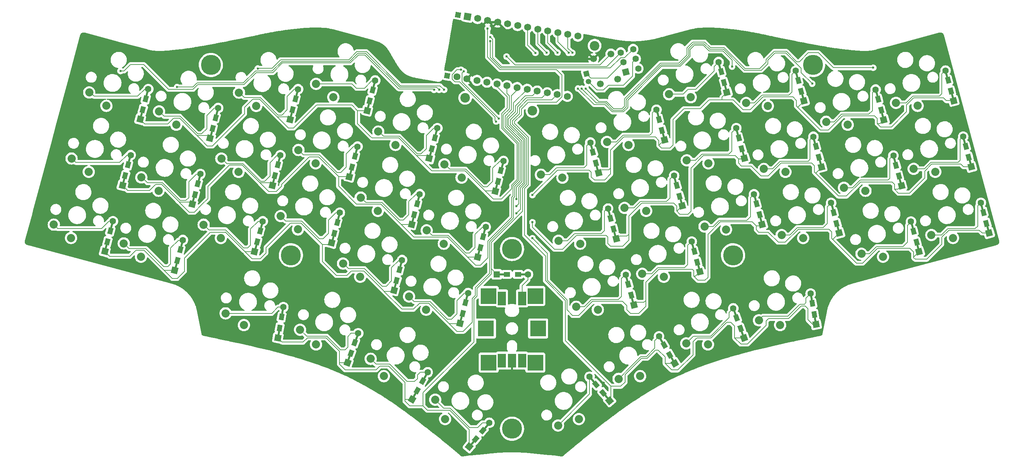
<source format=gtl>
G04 #@! TF.GenerationSoftware,KiCad,Pcbnew,(6.0.0)*
G04 #@! TF.CreationDate,2023-08-21T19:05:22+03:00*
G04 #@! TF.ProjectId,choctopus44,63686f63-746f-4707-9573-34342e6b6963,1.0 Prototype*
G04 #@! TF.SameCoordinates,Original*
G04 #@! TF.FileFunction,Copper,L1,Top*
G04 #@! TF.FilePolarity,Positive*
%FSLAX46Y46*%
G04 Gerber Fmt 4.6, Leading zero omitted, Abs format (unit mm)*
G04 Created by KiCad (PCBNEW (6.0.0)) date 2023-08-21 19:05:22*
%MOMM*%
%LPD*%
G01*
G04 APERTURE LIST*
G04 Aperture macros list*
%AMHorizOval*
0 Thick line with rounded ends*
0 $1 width*
0 $2 $3 position (X,Y) of the first rounded end (center of the circle)*
0 $4 $5 position (X,Y) of the second rounded end (center of the circle)*
0 Add line between two ends*
20,1,$1,$2,$3,$4,$5,0*
0 Add two circle primitives to create the rounded ends*
1,1,$1,$2,$3*
1,1,$1,$4,$5*%
%AMRotRect*
0 Rectangle, with rotation*
0 The origin of the aperture is its center*
0 $1 length*
0 $2 width*
0 $3 Rotation angle, in degrees counterclockwise*
0 Add horizontal line*
21,1,$1,$2,0,0,$3*%
G04 Aperture macros list end*
G04 #@! TA.AperFunction,WasherPad*
%ADD10C,5.000000*%
G04 #@! TD*
G04 #@! TA.AperFunction,ComponentPad*
%ADD11C,1.700000*%
G04 #@! TD*
G04 #@! TA.AperFunction,ComponentPad*
%ADD12C,2.032000*%
G04 #@! TD*
G04 #@! TA.AperFunction,SMDPad,CuDef*
%ADD13RotRect,2.900000X0.500000X255.000000*%
G04 #@! TD*
G04 #@! TA.AperFunction,ComponentPad*
%ADD14RotRect,1.600000X1.600000X255.000000*%
G04 #@! TD*
G04 #@! TA.AperFunction,SMDPad,CuDef*
%ADD15RotRect,1.600000X1.200000X255.000000*%
G04 #@! TD*
G04 #@! TA.AperFunction,ComponentPad*
%ADD16C,1.600000*%
G04 #@! TD*
G04 #@! TA.AperFunction,SMDPad,CuDef*
%ADD17RotRect,2.900000X0.500000X285.000000*%
G04 #@! TD*
G04 #@! TA.AperFunction,ComponentPad*
%ADD18RotRect,1.600000X1.600000X285.000000*%
G04 #@! TD*
G04 #@! TA.AperFunction,SMDPad,CuDef*
%ADD19RotRect,1.600000X1.200000X285.000000*%
G04 #@! TD*
G04 #@! TA.AperFunction,ComponentPad*
%ADD20RotRect,1.600000X1.600000X260.000000*%
G04 #@! TD*
G04 #@! TA.AperFunction,SMDPad,CuDef*
%ADD21RotRect,2.900000X0.500000X260.000000*%
G04 #@! TD*
G04 #@! TA.AperFunction,SMDPad,CuDef*
%ADD22RotRect,1.600000X1.200000X260.000000*%
G04 #@! TD*
G04 #@! TA.AperFunction,SMDPad,CuDef*
%ADD23RotRect,1.600000X1.200000X250.000000*%
G04 #@! TD*
G04 #@! TA.AperFunction,SMDPad,CuDef*
%ADD24RotRect,2.900000X0.500000X250.000000*%
G04 #@! TD*
G04 #@! TA.AperFunction,ComponentPad*
%ADD25RotRect,1.600000X1.600000X250.000000*%
G04 #@! TD*
G04 #@! TA.AperFunction,SMDPad,CuDef*
%ADD26RotRect,2.900000X0.500000X240.000000*%
G04 #@! TD*
G04 #@! TA.AperFunction,SMDPad,CuDef*
%ADD27RotRect,1.600000X1.200000X240.000000*%
G04 #@! TD*
G04 #@! TA.AperFunction,ComponentPad*
%ADD28RotRect,1.600000X1.600000X240.000000*%
G04 #@! TD*
G04 #@! TA.AperFunction,SMDPad,CuDef*
%ADD29RotRect,2.900000X0.500000X310.000000*%
G04 #@! TD*
G04 #@! TA.AperFunction,ComponentPad*
%ADD30RotRect,1.600000X1.600000X310.000000*%
G04 #@! TD*
G04 #@! TA.AperFunction,SMDPad,CuDef*
%ADD31RotRect,1.600000X1.200000X310.000000*%
G04 #@! TD*
G04 #@! TA.AperFunction,SMDPad,CuDef*
%ADD32RotRect,1.600000X1.200000X300.000000*%
G04 #@! TD*
G04 #@! TA.AperFunction,ComponentPad*
%ADD33RotRect,1.600000X1.600000X300.000000*%
G04 #@! TD*
G04 #@! TA.AperFunction,SMDPad,CuDef*
%ADD34RotRect,2.900000X0.500000X300.000000*%
G04 #@! TD*
G04 #@! TA.AperFunction,SMDPad,CuDef*
%ADD35R,4.000000X4.000000*%
G04 #@! TD*
G04 #@! TA.AperFunction,ComponentPad*
%ADD36R,2.000000X3.500000*%
G04 #@! TD*
G04 #@! TA.AperFunction,ComponentPad*
%ADD37R,4.000000X4.000000*%
G04 #@! TD*
G04 #@! TA.AperFunction,ComponentPad*
%ADD38RotRect,1.600000X1.600000X290.000000*%
G04 #@! TD*
G04 #@! TA.AperFunction,SMDPad,CuDef*
%ADD39RotRect,2.900000X0.500000X290.000000*%
G04 #@! TD*
G04 #@! TA.AperFunction,SMDPad,CuDef*
%ADD40RotRect,1.600000X1.200000X290.000000*%
G04 #@! TD*
G04 #@! TA.AperFunction,SMDPad,CuDef*
%ADD41RotRect,2.900000X0.500000X280.000000*%
G04 #@! TD*
G04 #@! TA.AperFunction,ComponentPad*
%ADD42RotRect,1.600000X1.600000X280.000000*%
G04 #@! TD*
G04 #@! TA.AperFunction,SMDPad,CuDef*
%ADD43RotRect,1.600000X1.200000X280.000000*%
G04 #@! TD*
G04 #@! TA.AperFunction,SMDPad,CuDef*
%ADD44R,1.600000X1.200000*%
G04 #@! TD*
G04 #@! TA.AperFunction,ComponentPad*
%ADD45R,1.600000X1.600000*%
G04 #@! TD*
G04 #@! TA.AperFunction,SMDPad,CuDef*
%ADD46R,2.900000X0.500000*%
G04 #@! TD*
G04 #@! TA.AperFunction,ComponentPad*
%ADD47RotRect,1.600000X1.600000X230.000000*%
G04 #@! TD*
G04 #@! TA.AperFunction,SMDPad,CuDef*
%ADD48RotRect,1.600000X1.200000X230.000000*%
G04 #@! TD*
G04 #@! TA.AperFunction,SMDPad,CuDef*
%ADD49RotRect,2.900000X0.500000X230.000000*%
G04 #@! TD*
G04 #@! TA.AperFunction,WasherPad*
%ADD50C,2.400000*%
G04 #@! TD*
G04 #@! TA.AperFunction,ComponentPad*
%ADD51RotRect,1.350000X1.350000X350.000000*%
G04 #@! TD*
G04 #@! TA.AperFunction,ComponentPad*
%ADD52RotRect,1.350000X1.350000X15.000000*%
G04 #@! TD*
G04 #@! TA.AperFunction,ComponentPad*
%ADD53HorizOval,1.350000X0.000000X0.000000X0.000000X0.000000X0*%
G04 #@! TD*
G04 #@! TA.AperFunction,ComponentPad*
%ADD54RotRect,1.600000X1.600000X105.000000*%
G04 #@! TD*
G04 #@! TA.AperFunction,ComponentPad*
%ADD55RotRect,1.350000X1.350000X80.000000*%
G04 #@! TD*
G04 #@! TA.AperFunction,ComponentPad*
%ADD56RotRect,1.752600X1.752600X350.000000*%
G04 #@! TD*
G04 #@! TA.AperFunction,ComponentPad*
%ADD57C,1.752600*%
G04 #@! TD*
G04 #@! TA.AperFunction,ViaPad*
%ADD58C,0.600000*%
G04 #@! TD*
G04 #@! TA.AperFunction,Conductor*
%ADD59C,0.200000*%
G04 #@! TD*
G04 #@! TA.AperFunction,Conductor*
%ADD60C,0.600000*%
G04 #@! TD*
G04 APERTURE END LIST*
D10*
X144660000Y-154500000D03*
D11*
X170982324Y-67353518D03*
X169300000Y-61075000D03*
X164953334Y-62239686D03*
X166635658Y-68518204D03*
D12*
X34772022Y-106932541D03*
X30485912Y-103610002D03*
X52200732Y-111609350D03*
X47914622Y-108286811D03*
X72102887Y-106946193D03*
X67816777Y-103623654D03*
X91310295Y-104804077D03*
X87024185Y-101481538D03*
X123278556Y-124834517D03*
X118992446Y-121511978D03*
X77849385Y-128660366D03*
X73290007Y-125724029D03*
X95833794Y-133491546D03*
X91853573Y-129808091D03*
X112721362Y-141378745D03*
X109441235Y-137060092D03*
X176593092Y-141378745D03*
X171212965Y-142060092D03*
X193486753Y-133491546D03*
X188070047Y-133228293D03*
X161318344Y-152073595D03*
X156138268Y-153678840D03*
D13*
X52367078Y-76001305D03*
D14*
X52004732Y-77353601D03*
D15*
X52651779Y-74938786D03*
X53376473Y-72234194D03*
D13*
X53661174Y-71171675D03*
D16*
X54023520Y-69819379D03*
D13*
X69782340Y-80717090D03*
D14*
X69419994Y-82069386D03*
D15*
X70067041Y-79654571D03*
X70791735Y-76949979D03*
D16*
X71438782Y-74535164D03*
D13*
X71076436Y-75887460D03*
X89696200Y-76034880D03*
D15*
X89980901Y-74972361D03*
D14*
X89333854Y-77387176D03*
D16*
X91352642Y-69852954D03*
D15*
X90705595Y-72267769D03*
D13*
X90990296Y-71205250D03*
X108912453Y-73853386D03*
D15*
X109197154Y-72790867D03*
D14*
X108550107Y-75205682D03*
D16*
X110568895Y-67671460D03*
D13*
X110206549Y-69023756D03*
D15*
X109921848Y-70086275D03*
X141156570Y-92860685D03*
D13*
X140871869Y-93923204D03*
D14*
X140509523Y-95275500D03*
D13*
X142165965Y-89093574D03*
D16*
X142528311Y-87741278D03*
D15*
X141881264Y-90156093D03*
D14*
X47603484Y-93812639D03*
D15*
X48250531Y-91397824D03*
D13*
X47965830Y-92460343D03*
D15*
X48975225Y-88693232D03*
D16*
X49622272Y-86278417D03*
D13*
X49259926Y-87630713D03*
X65351207Y-97173513D03*
D14*
X64988861Y-98525809D03*
D15*
X65635908Y-96110994D03*
X66360602Y-93406402D03*
D13*
X66645303Y-92343883D03*
D16*
X67007649Y-90991587D03*
D15*
X85580525Y-91421437D03*
D13*
X85295824Y-92483956D03*
D14*
X84933478Y-93836252D03*
D15*
X86305219Y-88716845D03*
D16*
X86952266Y-86302030D03*
D13*
X86589920Y-87654326D03*
X104509462Y-90332347D03*
D14*
X104147116Y-91684643D03*
D15*
X104794163Y-89269828D03*
X105518857Y-86565236D03*
D16*
X106165904Y-84150421D03*
D13*
X105803558Y-85502717D03*
X136460659Y-110381370D03*
D15*
X136745360Y-109318851D03*
D14*
X136098313Y-111733666D03*
D13*
X137754755Y-105551740D03*
D16*
X138117101Y-104199444D03*
D15*
X137470054Y-106614259D03*
D13*
X43552006Y-108948394D03*
D15*
X43836707Y-107885875D03*
D14*
X43189660Y-110300690D03*
D13*
X44846102Y-104118764D03*
D15*
X44561401Y-105181283D03*
D16*
X45208448Y-102766468D03*
D14*
X60618370Y-114977499D03*
D13*
X60980716Y-113625203D03*
D15*
X61265417Y-112562684D03*
D16*
X62637158Y-107443277D03*
D13*
X62274812Y-108795573D03*
D15*
X61990111Y-109858092D03*
D14*
X80520525Y-110314342D03*
D13*
X80882871Y-108962046D03*
D15*
X81167572Y-107899527D03*
D13*
X82176967Y-104132416D03*
D16*
X82539313Y-102780120D03*
D15*
X81892266Y-105194935D03*
X100374980Y-105757411D03*
D14*
X99727933Y-108172226D03*
D13*
X100090279Y-106819930D03*
X101384375Y-101990300D03*
D16*
X101746721Y-100638004D03*
D15*
X101099674Y-103052819D03*
D13*
X132058540Y-126850370D03*
D14*
X131696194Y-128202666D03*
D15*
X132343241Y-125787851D03*
X133067935Y-123083259D03*
D13*
X133352636Y-122020740D03*
D16*
X133714982Y-120668444D03*
D17*
X165850010Y-89323122D03*
D18*
X166212356Y-90675418D03*
D19*
X165565309Y-88260603D03*
X164840615Y-85556011D03*
D17*
X164555914Y-84493492D03*
D16*
X164193568Y-83141196D03*
D17*
X182320048Y-81146549D03*
D19*
X182035347Y-80084030D03*
D18*
X182682394Y-82498845D03*
D19*
X181310653Y-77379438D03*
D16*
X180663606Y-74964623D03*
D17*
X181025952Y-76316919D03*
D19*
X216740978Y-70372279D03*
D18*
X217388025Y-72787094D03*
D17*
X217025679Y-71434798D03*
X215731583Y-66605168D03*
D19*
X216016284Y-67667687D03*
D16*
X215369237Y-65252872D03*
D19*
X236654837Y-75054489D03*
D18*
X237301884Y-77469304D03*
D17*
X236939538Y-76117008D03*
D19*
X235930143Y-72349897D03*
D17*
X235645442Y-71287378D03*
D16*
X235283096Y-69935082D03*
D18*
X254717147Y-72753519D03*
D17*
X254354801Y-71401223D03*
D19*
X254070100Y-70338704D03*
D16*
X252698359Y-65219297D03*
D17*
X253060705Y-66571593D03*
D19*
X253345406Y-67634112D03*
D18*
X170623565Y-107133584D03*
D19*
X169976518Y-104718769D03*
D17*
X170261219Y-105781288D03*
D19*
X169251824Y-102014177D03*
D16*
X168604777Y-99599362D03*
D17*
X168967123Y-100951658D03*
D18*
X187072808Y-98948792D03*
D19*
X186425761Y-96533977D03*
D17*
X186710462Y-97596496D03*
D16*
X185054020Y-91414570D03*
D17*
X185416366Y-92766866D03*
D19*
X185701067Y-93829385D03*
D17*
X221426055Y-87883874D03*
D18*
X221788401Y-89236170D03*
D19*
X221141354Y-86821355D03*
D16*
X219769613Y-81701948D03*
D19*
X220416660Y-84116763D03*
D17*
X220131959Y-83054244D03*
X241370672Y-92573431D03*
D18*
X241733018Y-93925727D03*
D19*
X241085971Y-91510912D03*
X240361277Y-88806320D03*
D17*
X240076576Y-87743801D03*
D16*
X239714230Y-86391505D03*
D19*
X258471348Y-86797742D03*
D18*
X259118395Y-89212557D03*
D17*
X258756049Y-87860261D03*
X257461953Y-83030631D03*
D19*
X257746654Y-84093150D03*
D16*
X257099607Y-81678335D03*
D19*
X174382347Y-121192296D03*
D17*
X174667048Y-122254815D03*
D18*
X175029394Y-123607111D03*
D17*
X173372952Y-117425185D03*
D19*
X173657653Y-118487704D03*
D16*
X173010606Y-116072889D03*
D19*
X190824394Y-112963129D03*
D17*
X191109095Y-114025648D03*
D18*
X191471441Y-115377944D03*
D17*
X189814999Y-109196018D03*
D16*
X189452653Y-107843722D03*
D19*
X190099700Y-110258537D03*
X225554306Y-103299445D03*
D17*
X225839007Y-104361964D03*
D18*
X226201353Y-105714260D03*
D19*
X224829612Y-100594853D03*
D16*
X224182565Y-98180038D03*
D17*
X224544911Y-99532334D03*
D18*
X246103508Y-110377417D03*
D19*
X245456461Y-107962602D03*
D17*
X245741162Y-109025121D03*
X244447066Y-104195491D03*
D19*
X244731767Y-105258010D03*
D16*
X244084720Y-102843195D03*
D17*
X263169873Y-104348312D03*
D19*
X262885172Y-103285793D03*
D18*
X263532219Y-105700608D03*
D17*
X261875777Y-99518682D03*
D16*
X261513431Y-98166386D03*
D19*
X262160478Y-100581201D03*
D20*
X86322772Y-131840750D03*
D21*
X86565880Y-130462019D03*
D22*
X86756893Y-129378731D03*
X87243107Y-126621269D03*
D21*
X87434120Y-125537981D03*
D16*
X87677228Y-124159250D03*
D23*
X104521172Y-135664802D03*
D24*
X104144950Y-136698464D03*
D25*
X103666121Y-138014033D03*
D23*
X105478828Y-133033662D03*
D24*
X105855050Y-132000000D03*
D16*
X106333879Y-130684431D03*
D26*
X120450000Y-145952628D03*
D27*
X121000000Y-145000000D03*
D28*
X119750000Y-147165063D03*
D27*
X122400000Y-142575128D03*
D26*
X122950000Y-141622500D03*
D16*
X123650000Y-140410065D03*
D29*
X168100097Y-146427538D03*
D30*
X169000000Y-147500000D03*
D31*
X167393031Y-145584889D03*
X165593225Y-143439965D03*
D29*
X164886159Y-142597316D03*
D16*
X163986256Y-141524854D03*
D32*
X183950000Y-136047372D03*
D33*
X185200000Y-138212435D03*
D34*
X184500000Y-137000000D03*
X182000000Y-132669872D03*
D16*
X181300000Y-131457437D03*
D32*
X182550000Y-133622500D03*
D13*
X115612783Y-118625730D03*
D15*
X115897484Y-117563211D03*
D14*
X115250437Y-119978026D03*
D13*
X116906879Y-113796100D03*
D16*
X117269225Y-112443804D03*
D15*
X116622178Y-114858619D03*
D13*
X124401830Y-85746631D03*
D15*
X124686531Y-84684112D03*
D14*
X124039484Y-87098927D03*
D13*
X125695926Y-80917001D03*
D15*
X125411225Y-81979520D03*
D16*
X126058272Y-79564705D03*
D12*
X106832799Y-116609877D03*
X102546689Y-113287338D03*
D15*
X120296117Y-101134059D03*
D13*
X120011416Y-102196578D03*
D14*
X119649070Y-103548874D03*
D16*
X121667858Y-96014652D03*
D15*
X121020811Y-98429467D03*
D13*
X121305512Y-97366948D03*
D12*
X56571223Y-95157660D03*
X52285113Y-91835121D03*
X39185846Y-90444490D03*
X34899736Y-87121951D03*
X95729478Y-88316494D03*
X91443368Y-84993955D03*
X127680675Y-108365517D03*
X123394565Y-105042978D03*
X111231432Y-100180725D03*
X106945322Y-96858186D03*
X76515840Y-90468103D03*
X72229730Y-87145564D03*
X132091885Y-91907351D03*
X127805775Y-88584812D03*
X115621846Y-83730778D03*
X111335736Y-80408239D03*
X80916216Y-74019027D03*
X76630106Y-70696488D03*
X43587094Y-73985452D03*
X39300984Y-70662913D03*
X61002356Y-78701237D03*
X56716246Y-75378698D03*
X100132469Y-71837533D03*
X95846359Y-68514994D03*
X173700032Y-83730696D03*
X168326883Y-82996347D03*
X245734785Y-73985370D03*
X240361636Y-73251021D03*
X228319522Y-78701155D03*
X222946373Y-77966806D03*
X208405663Y-74018945D03*
X203032514Y-73284596D03*
X157229994Y-91907269D03*
X151856845Y-91172920D03*
X212806039Y-90468021D03*
X207432890Y-89733672D03*
X161641203Y-108365435D03*
X156268054Y-107631086D03*
X182489079Y-116609795D03*
X177115930Y-115875446D03*
X237121146Y-111609268D03*
X231747997Y-110874919D03*
X250136033Y-90444408D03*
X244762884Y-89710059D03*
X178090446Y-100180643D03*
X172717297Y-99446294D03*
X232750656Y-95157578D03*
X227377507Y-94423229D03*
X254549857Y-106932459D03*
X249176708Y-106198110D03*
X217218991Y-106946111D03*
X211845842Y-106211762D03*
D10*
X144660000Y-109680000D03*
D12*
X189189409Y-71837451D03*
X183816260Y-71103102D03*
D18*
X206988586Y-103572613D03*
D17*
X206626240Y-102220317D03*
D19*
X206341539Y-101157798D03*
D17*
X205332144Y-97390687D03*
D16*
X204969798Y-96038391D03*
D19*
X205616845Y-98453206D03*
D17*
X202212416Y-85732265D03*
D19*
X201927715Y-84669746D03*
D18*
X202574762Y-87084561D03*
D16*
X200555974Y-79550339D03*
D19*
X201203021Y-81965154D03*
D17*
X200918320Y-80902635D03*
X197809425Y-69253304D03*
D18*
X198171771Y-70605600D03*
D19*
X197524724Y-68190785D03*
D17*
X196515329Y-64423674D03*
D19*
X196800030Y-65486193D03*
D16*
X196152983Y-63071378D03*
D12*
X193592400Y-88316412D03*
X188219251Y-87582063D03*
X198006224Y-104804464D03*
X192633075Y-104070115D03*
X166043323Y-124834435D03*
X160670174Y-124100086D03*
X211474524Y-128660366D03*
X206185824Y-127460510D03*
D35*
X138860000Y-138000000D03*
X150460000Y-121400000D03*
X138860000Y-121400000D03*
X150460000Y-138000000D03*
D36*
X142160000Y-137500000D03*
X147160000Y-137500000D03*
X144660000Y-137500000D03*
D37*
X138160000Y-129500000D03*
X151160000Y-129500000D03*
D36*
X147160000Y-122000000D03*
X142160000Y-122000000D03*
D38*
X202478829Y-131815569D03*
D39*
X202000000Y-130500000D03*
D40*
X201623778Y-129466338D03*
X200666122Y-126835198D03*
D39*
X200289900Y-125801536D03*
D16*
X199811071Y-124485967D03*
D41*
X220191013Y-127083288D03*
D42*
X220434121Y-128462019D03*
D43*
X220000000Y-126000000D03*
X219513786Y-123242538D03*
D16*
X219079665Y-120780519D03*
D41*
X219322773Y-122159250D03*
D44*
X143350000Y-116000000D03*
D45*
X140850000Y-116000000D03*
D46*
X142250000Y-116000000D03*
D16*
X148650000Y-116000000D03*
D44*
X146150000Y-116000000D03*
D46*
X147250000Y-116000000D03*
D12*
X128002554Y-152073595D03*
X125522186Y-147250964D03*
D47*
X133993128Y-158987573D03*
D48*
X135600097Y-157072462D03*
D49*
X134893031Y-157915111D03*
D16*
X139006872Y-153012427D03*
D49*
X138106969Y-154084889D03*
D48*
X137399903Y-154927538D03*
D10*
X89570000Y-111250000D03*
D50*
X133000000Y-72000000D03*
X165250000Y-59000000D03*
X149750000Y-75250000D03*
D51*
X128500000Y-66500000D03*
D10*
X219710000Y-63810000D03*
X69610000Y-63810000D03*
D52*
X163190000Y-66020000D03*
D53*
X163707638Y-67951852D03*
D16*
X174846867Y-59867150D03*
X175493915Y-62281964D03*
X171755905Y-60695371D03*
X172402952Y-63110184D03*
D54*
X173050000Y-65525000D03*
D16*
X176140963Y-64696779D03*
D55*
X131200000Y-51300000D03*
D10*
X199750000Y-111250000D03*
D56*
X133565435Y-51769900D03*
D57*
X136066846Y-52210966D03*
X138568258Y-52652033D03*
X141069670Y-53093099D03*
X143571082Y-53534165D03*
X146072493Y-53975232D03*
X148573905Y-54416298D03*
X151075317Y-54857364D03*
X153576728Y-55298431D03*
X156078140Y-55739497D03*
X158579552Y-56180564D03*
X161080963Y-56621630D03*
X158434565Y-71630100D03*
X155933154Y-71189034D03*
X153431742Y-70747967D03*
X150930330Y-70306901D03*
X148428918Y-69865835D03*
X145927507Y-69424768D03*
X143426095Y-68983702D03*
X140924683Y-68542636D03*
X138423272Y-68101569D03*
X135921860Y-67660503D03*
X133420448Y-67219436D03*
X130919037Y-66778370D03*
D58*
X149750000Y-96250000D03*
X145750000Y-97250000D03*
X149750000Y-103000000D03*
X145750000Y-99000000D03*
X149750000Y-107000000D03*
X145750000Y-100750000D03*
X201700000Y-59000000D03*
X120210000Y-82120000D03*
X129800000Y-132900000D03*
X196250000Y-115750000D03*
X260880000Y-108340000D03*
X58400000Y-66100000D03*
X92200000Y-59500000D03*
X38520000Y-57850000D03*
X213250000Y-112750000D03*
X167500000Y-143000000D03*
X154700000Y-68000000D03*
X182230000Y-101440000D03*
X94750000Y-114750000D03*
X145050000Y-60250000D03*
X160200000Y-132100000D03*
X108170000Y-101250000D03*
X234540000Y-79310000D03*
X214880000Y-86200000D03*
X144650000Y-142070000D03*
X176290000Y-79600000D03*
X66900000Y-114200000D03*
X250630000Y-57850000D03*
X82090000Y-88270000D03*
X77510000Y-110830000D03*
X126000000Y-154250000D03*
X51550000Y-79880000D03*
X144720000Y-131730000D03*
X194620000Y-69660000D03*
X129510000Y-74410000D03*
X144780000Y-113870000D03*
X163500000Y-154250000D03*
X103300000Y-70800000D03*
X147550000Y-67750000D03*
X226500000Y-62600000D03*
X227000000Y-114750000D03*
X132550000Y-58700000D03*
X160290000Y-75570000D03*
X144740000Y-121020000D03*
X25780000Y-107190000D03*
X150500000Y-60780000D03*
X47100000Y-65300000D03*
X125250000Y-70000000D03*
X61200000Y-69300000D03*
X153260000Y-60700000D03*
X126500000Y-70000000D03*
X156020000Y-60720000D03*
X81300000Y-64700000D03*
X127750000Y-70000000D03*
X199500000Y-64200000D03*
X158780000Y-60760000D03*
X161100000Y-69675000D03*
X162050000Y-69675000D03*
X159700000Y-60750000D03*
X219480000Y-68460000D03*
X234700000Y-64500000D03*
X163000000Y-69675000D03*
X143300000Y-61700000D03*
X140700000Y-77900000D03*
X131968924Y-64980873D03*
X141400000Y-77200000D03*
X132650214Y-65400214D03*
X138600000Y-54700000D03*
X139250000Y-57850000D03*
X139250000Y-56850000D03*
D59*
X68900000Y-97100000D02*
X67400000Y-98600000D01*
X39485912Y-70610002D02*
X40485911Y-71610001D01*
X51389999Y-71610001D02*
X53233532Y-69766468D01*
X53233532Y-69766468D02*
X54208448Y-69766468D01*
X40485911Y-71610001D02*
X51389999Y-71610001D01*
X106172226Y-75172226D02*
X108477933Y-75172226D01*
X89500000Y-79500000D02*
X88950000Y-79500000D01*
X142099992Y-79599992D02*
X142099992Y-75900008D01*
X145899940Y-83399940D02*
X142099992Y-79599992D01*
X53125565Y-78474435D02*
X58925565Y-78474435D01*
X81750000Y-72300000D02*
X80100000Y-72300000D01*
X89500000Y-79500000D02*
X89000000Y-79500000D01*
X120525000Y-86075000D02*
X120850008Y-86400008D01*
X143500000Y-74500000D02*
X143500000Y-71750000D01*
X60300000Y-77100000D02*
X61850000Y-77100000D01*
X106172226Y-78422226D02*
X106172226Y-75172226D01*
X88950000Y-79500000D02*
X85825000Y-76375000D01*
X138297334Y-95202666D02*
X140446194Y-95202666D01*
X52004732Y-77353601D02*
X53125565Y-78474435D01*
X125200000Y-90200000D02*
X124650000Y-90200000D01*
X137952666Y-95202666D02*
X138297334Y-95202666D01*
X140000000Y-97250000D02*
X142000000Y-97250000D01*
X85825000Y-76375000D02*
X81750000Y-72300000D01*
X78000000Y-76000000D02*
X70000000Y-84000000D01*
X128971859Y-90200010D02*
X132950010Y-90200010D01*
X142000000Y-97250000D02*
X144549970Y-94700030D01*
X140924683Y-69174683D02*
X140924683Y-68542636D01*
X109750010Y-82000010D02*
X116450010Y-82000010D01*
X120850008Y-86400008D02*
X123340565Y-86400008D01*
X142099992Y-75900008D02*
X143500000Y-74500000D01*
X144549970Y-94700030D02*
X144549970Y-93784332D01*
X95950000Y-73800000D02*
X90250000Y-79500000D01*
X70000000Y-84000000D02*
X68750000Y-84000000D01*
X109375000Y-81625000D02*
X109750010Y-82000010D01*
X66150009Y-81400010D02*
X68750618Y-81400010D01*
X109375000Y-81625000D02*
X106172226Y-78422226D01*
X106172226Y-75172226D02*
X104800000Y-73800000D01*
X88646686Y-76700008D02*
X89333854Y-77387176D01*
X68750000Y-84000000D02*
X66727499Y-81977499D01*
X68750618Y-81400010D02*
X69419994Y-82069386D01*
X65975000Y-81225000D02*
X66727499Y-81977499D01*
X120525000Y-86075000D02*
X116450010Y-82000010D01*
X144549970Y-93784332D02*
X145899940Y-92434362D01*
X123340565Y-86400008D02*
X124039484Y-87098927D01*
X86150008Y-76700008D02*
X88646686Y-76700008D01*
X124650000Y-90200000D02*
X120525000Y-86075000D01*
X58925565Y-78474435D02*
X60300000Y-77100000D01*
X65975000Y-81225000D02*
X66150009Y-81400010D01*
X104800000Y-73800000D02*
X95950000Y-73800000D01*
X145899940Y-92434362D02*
X145899940Y-83399940D01*
X143500000Y-71750000D02*
X140924683Y-69174683D01*
X125200000Y-90200000D02*
X128971849Y-90200000D01*
X78000000Y-74400000D02*
X78000000Y-76000000D01*
X61850000Y-77100000D02*
X65975000Y-81225000D01*
X85825000Y-76375000D02*
X86150008Y-76700008D01*
X90250000Y-79500000D02*
X89500000Y-79500000D01*
X80100000Y-72300000D02*
X78000000Y-74400000D01*
X128971849Y-90200000D02*
X128971859Y-90200010D01*
X132950010Y-90200010D02*
X137952666Y-95202666D01*
X137952666Y-95202666D02*
X140000000Y-97250000D01*
X56716246Y-75378698D02*
X57937548Y-76600000D01*
X68639999Y-76360001D02*
X70483532Y-74516468D01*
X70483532Y-74516468D02*
X71458448Y-74516468D01*
X61915698Y-76600000D02*
X66315698Y-81000000D01*
X68639999Y-79660001D02*
X68639999Y-76360001D01*
X66315698Y-81000000D02*
X67300000Y-81000000D01*
X67300000Y-81000000D02*
X68639999Y-79660001D01*
X57937548Y-76600000D02*
X61915698Y-76600000D01*
X88639999Y-74960001D02*
X88639999Y-71660001D01*
X81915698Y-71900000D02*
X86315698Y-76300000D01*
X87300000Y-76300000D02*
X88639999Y-74960001D01*
X76716246Y-70678698D02*
X77937548Y-71900000D01*
X77937548Y-71900000D02*
X81915698Y-71900000D01*
X86315698Y-76300000D02*
X87300000Y-76300000D01*
X88639999Y-71660001D02*
X90483532Y-69816468D01*
X90483532Y-69816468D02*
X91458448Y-69816468D01*
X107889999Y-69610001D02*
X109733532Y-67766468D01*
X109733532Y-67766468D02*
X110708448Y-67766468D01*
X105889999Y-69610001D02*
X107889999Y-69610001D01*
X104794992Y-68514994D02*
X105889999Y-69610001D01*
X95846359Y-68514994D02*
X104794992Y-68514994D01*
X123339999Y-84660001D02*
X123339999Y-81360001D01*
X122000000Y-86000000D02*
X123339999Y-84660001D01*
X111416246Y-80378698D02*
X112637548Y-81600000D01*
X112637548Y-81600000D02*
X116615698Y-81600000D01*
X123339999Y-81360001D02*
X125183532Y-79516468D01*
X125183532Y-79516468D02*
X126158448Y-79516468D01*
X121015698Y-86000000D02*
X122000000Y-86000000D01*
X116615698Y-81600000D02*
X121015698Y-86000000D01*
X142708448Y-87766468D02*
X141733532Y-87766468D01*
X141683532Y-87716468D02*
X142658448Y-87716468D01*
X129137548Y-89800000D02*
X133115698Y-89800000D01*
X139839999Y-92860001D02*
X139839999Y-89560001D01*
X127916246Y-88578698D02*
X129137548Y-89800000D01*
X138500000Y-94200000D02*
X139839999Y-92860001D01*
X139839999Y-89560001D02*
X141683532Y-87716468D01*
X137515698Y-94200000D02*
X138500000Y-94200000D01*
X133115698Y-89800000D02*
X137515698Y-94200000D01*
X61225000Y-97475000D02*
X61750009Y-98000010D01*
X64250000Y-100500000D02*
X62227499Y-98477499D01*
X85925000Y-95375000D02*
X84025000Y-95375000D01*
X144599992Y-101768612D02*
X138657830Y-107710774D01*
X101922226Y-91672226D02*
X104227933Y-91672226D01*
X146299950Y-83234252D02*
X146299950Y-92600050D01*
X54350000Y-95100000D02*
X55825000Y-93625000D01*
X135600000Y-113750000D02*
X133475000Y-111625000D01*
X145200000Y-93702908D02*
X144949980Y-93952927D01*
X101922226Y-91672226D02*
X101447216Y-91672226D01*
X94100000Y-86700000D02*
X87250000Y-93550000D01*
X143426095Y-68983702D02*
X143426095Y-70926095D01*
X48890845Y-95100000D02*
X54350000Y-95100000D01*
X119200000Y-105700000D02*
X120200010Y-106700010D01*
X81850009Y-93200010D02*
X84297236Y-93200010D01*
X77450000Y-88800000D02*
X74200000Y-88800000D01*
X144949980Y-96484322D02*
X144599992Y-96834310D01*
X142500000Y-79434302D02*
X146299950Y-83234252D01*
X96474990Y-86700000D02*
X94100000Y-86700000D01*
X144000000Y-71500000D02*
X144000000Y-74750000D01*
X81725000Y-93075000D02*
X77450000Y-88800000D01*
X101447216Y-91672226D02*
X96474990Y-86700000D01*
X57375000Y-93625000D02*
X61225000Y-97475000D01*
X87250000Y-94050000D02*
X85925000Y-95375000D01*
X128550010Y-106700010D02*
X133475000Y-111625000D01*
X61750009Y-98000010D02*
X64463062Y-98000010D01*
X133583666Y-111733666D02*
X133475000Y-111625000D01*
X68900000Y-94100000D02*
X68900000Y-97100000D01*
X136750000Y-113750000D02*
X135600000Y-113750000D01*
X144000000Y-74750000D02*
X142500000Y-76250000D01*
X144949980Y-93952927D02*
X144949980Y-96484322D01*
X81725000Y-93075000D02*
X81850009Y-93200010D01*
X142500000Y-76250000D02*
X142500000Y-79434302D01*
X47603484Y-93812639D02*
X48890845Y-95100000D01*
X143426095Y-70926095D02*
X144000000Y-71500000D01*
X120200010Y-106700010D02*
X128550010Y-106700010D01*
X136098313Y-111733666D02*
X133583666Y-111733666D01*
X84025000Y-95375000D02*
X81725000Y-93075000D01*
X138657830Y-107710774D02*
X138657830Y-111842170D01*
X61225000Y-97475000D02*
X62227499Y-98477499D01*
X117000000Y-103500000D02*
X119200000Y-105700000D01*
X67400000Y-98600000D02*
X65500000Y-100500000D01*
X145200000Y-93700000D02*
X145200000Y-93702908D01*
X101447216Y-94047216D02*
X105900010Y-98500010D01*
X64463062Y-98000010D02*
X64988861Y-98525809D01*
X119649070Y-103548874D02*
X117048874Y-103548874D01*
X84297236Y-93200010D02*
X84933478Y-93836252D01*
X144599992Y-96834310D02*
X144599992Y-101768612D01*
X112000010Y-98500010D02*
X117000000Y-103500000D01*
X101447216Y-91672226D02*
X101447216Y-94047216D01*
X65500000Y-100500000D02*
X64250000Y-100500000D01*
X105900010Y-98500010D02*
X112000010Y-98500010D01*
X146299950Y-92600050D02*
X145200000Y-93700000D01*
X55825000Y-93625000D02*
X57375000Y-93625000D01*
X74200000Y-88800000D02*
X68900000Y-94100000D01*
X117048874Y-103548874D02*
X117000000Y-103500000D01*
X87250000Y-93550000D02*
X87250000Y-94050000D01*
X138657830Y-111842170D02*
X136750000Y-113750000D01*
X34985912Y-87110002D02*
X35985911Y-88110001D01*
X35985911Y-88110001D02*
X46889999Y-88110001D01*
X46889999Y-88110001D02*
X48733532Y-86266468D01*
X48733532Y-86266468D02*
X49708448Y-86266468D01*
X53812113Y-93184302D02*
X53727811Y-93100000D01*
X65983532Y-91016468D02*
X64100000Y-92900000D01*
X57500000Y-93184302D02*
X53812113Y-93184302D01*
X66958448Y-91016468D02*
X65983532Y-91016468D01*
X53727811Y-93100000D02*
X52414622Y-91786811D01*
X63400000Y-97600000D02*
X61915698Y-97600000D01*
X64100000Y-96900000D02*
X63400000Y-97600000D01*
X64100000Y-92900000D02*
X64100000Y-96900000D01*
X61915698Y-97600000D02*
X57500000Y-93184302D01*
X83000000Y-92800000D02*
X84339999Y-91460001D01*
X73637548Y-88400000D02*
X77615698Y-88400000D01*
X84339999Y-88160001D02*
X86183532Y-86316468D01*
X84339999Y-91460001D02*
X84339999Y-88160001D01*
X72416246Y-87178698D02*
X73637548Y-88400000D01*
X77615698Y-88400000D02*
X82015698Y-92800000D01*
X82015698Y-92800000D02*
X83000000Y-92800000D01*
X86183532Y-86316468D02*
X87158448Y-86316468D01*
X92637548Y-86200000D02*
X96615698Y-86200000D01*
X96615698Y-86200000D02*
X101015698Y-90600000D01*
X105183532Y-84116468D02*
X106158448Y-84116468D01*
X103339999Y-85960001D02*
X105183532Y-84116468D01*
X101015698Y-90600000D02*
X102000000Y-90600000D01*
X103339999Y-89260001D02*
X103339999Y-85960001D01*
X91416246Y-84978698D02*
X92637548Y-86200000D01*
X102000000Y-90600000D02*
X103339999Y-89260001D01*
X108237548Y-98100000D02*
X112215698Y-98100000D01*
X112215698Y-98100000D02*
X116615698Y-102500000D01*
X120783532Y-96016468D02*
X121758448Y-96016468D01*
X107016246Y-96878698D02*
X108237548Y-98100000D01*
X116615698Y-102500000D02*
X117600000Y-102500000D01*
X117600000Y-102500000D02*
X118939999Y-101160001D01*
X118939999Y-101160001D02*
X118939999Y-97860001D01*
X118939999Y-97860001D02*
X120783532Y-96016468D01*
X128715698Y-106300000D02*
X133115698Y-110700000D01*
X134100000Y-110700000D02*
X135439999Y-109360001D01*
X135439999Y-109360001D02*
X135439999Y-106060001D01*
X137283532Y-104216468D02*
X138258448Y-104216468D01*
X133115698Y-110700000D02*
X134100000Y-110700000D01*
X124737548Y-106300000D02*
X128715698Y-106300000D01*
X135439999Y-106060001D02*
X137283532Y-104216468D01*
X123516246Y-105078698D02*
X124737548Y-106300000D01*
X120100000Y-124700000D02*
X117243948Y-124700000D01*
X80520525Y-110314342D02*
X78085658Y-110314342D01*
X44388970Y-111500000D02*
X43189660Y-110300690D01*
X145000000Y-101934302D02*
X145000000Y-97000000D01*
X144500000Y-71500000D02*
X145879204Y-70120796D01*
X145000000Y-97000000D02*
X145349990Y-96650010D01*
X49400000Y-111500000D02*
X44388970Y-111500000D01*
X107721974Y-115178026D02*
X112621974Y-120078026D01*
X129000000Y-128300000D02*
X123900000Y-123200000D01*
X117243948Y-124700000D02*
X112771974Y-120228026D01*
X100900000Y-116300000D02*
X103500000Y-116300000D01*
X61250000Y-117000000D02*
X60000000Y-117000000D01*
X121600000Y-123200000D02*
X120100000Y-124700000D01*
X78085658Y-110314342D02*
X78075000Y-110325000D01*
X112771974Y-120228026D02*
X115000437Y-120228026D01*
X129000000Y-128300000D02*
X130950000Y-130250000D01*
X97377774Y-108577774D02*
X97377774Y-112777774D01*
X103500000Y-116300000D02*
X104621974Y-115178026D01*
X145349990Y-96650010D02*
X145349990Y-94118616D01*
X139057840Y-107876462D02*
X145000000Y-101934302D01*
X134750000Y-128000000D02*
X134750000Y-122000000D01*
X129000000Y-128300000D02*
X131598860Y-128300000D01*
X142949984Y-79199984D02*
X142949984Y-76550016D01*
X63000000Y-112000000D02*
X63000000Y-115250000D01*
X139057840Y-115807840D02*
X139057840Y-107876462D01*
X78075000Y-110325000D02*
X73225000Y-105475000D01*
X112621974Y-120078026D02*
X112771974Y-120228026D01*
X134750000Y-122000000D02*
X135500000Y-121250000D01*
X83350000Y-109350000D02*
X89450000Y-103250000D01*
X69500000Y-105500000D02*
X73200000Y-105500000D01*
X131598860Y-128300000D02*
X131696194Y-128202666D01*
X69500000Y-105500000D02*
X63000000Y-112000000D01*
X104621974Y-115178026D02*
X107721974Y-115178026D01*
X130950000Y-130250000D02*
X132500000Y-130250000D01*
X56700000Y-113700000D02*
X53000000Y-110000000D01*
X60000000Y-117000000D02*
X56700000Y-113700000D01*
X146699960Y-82949960D02*
X142949984Y-79199984D01*
X142949984Y-76550016D02*
X144500000Y-75000000D01*
X97377774Y-108577774D02*
X99322385Y-108577774D01*
X135500000Y-119365680D02*
X139057840Y-115807840D01*
X146699960Y-92768645D02*
X146699960Y-82949960D01*
X57977499Y-114977499D02*
X60618370Y-114977499D01*
X135500000Y-121250000D02*
X135500000Y-119365680D01*
X53000000Y-110000000D02*
X50900000Y-110000000D01*
X79850000Y-112100000D02*
X78075000Y-110325000D01*
X89450000Y-103250000D02*
X92050000Y-103250000D01*
X50900000Y-110000000D02*
X49400000Y-111500000D01*
X92050000Y-103250000D02*
X97377774Y-108577774D01*
X132500000Y-130250000D02*
X134750000Y-128000000D01*
X97377774Y-112777774D02*
X100900000Y-116300000D01*
X99322385Y-108577774D02*
X99727933Y-108172226D01*
X145879204Y-70120796D02*
X145879204Y-69445328D01*
X83350000Y-110450000D02*
X83350000Y-110650000D01*
X123900000Y-123200000D02*
X121600000Y-123200000D01*
X83350000Y-110450000D02*
X83350000Y-109350000D01*
X73200000Y-105500000D02*
X73225000Y-105475000D01*
X144500000Y-75000000D02*
X144500000Y-71500000D01*
X115000437Y-120228026D02*
X115250437Y-119978026D01*
X145349990Y-94118616D02*
X146699960Y-92768645D01*
X83350000Y-110650000D02*
X81900000Y-112100000D01*
X81900000Y-112100000D02*
X79850000Y-112100000D01*
X63000000Y-115250000D02*
X61250000Y-117000000D01*
X56700000Y-113700000D02*
X57977499Y-114977499D01*
X31485911Y-104610001D02*
X42389999Y-104610001D01*
X44233532Y-102766468D02*
X45208448Y-102766468D01*
X42389999Y-104610001D02*
X44233532Y-102766468D01*
X30485912Y-103610002D02*
X31485911Y-104610001D01*
X61483532Y-107516468D02*
X62458448Y-107516468D01*
X57900000Y-114100000D02*
X58900000Y-114100000D01*
X58900000Y-114100000D02*
X59600000Y-113400000D01*
X47914622Y-108286811D02*
X49227811Y-109600000D01*
X53400000Y-109600000D02*
X57900000Y-114100000D01*
X59600000Y-109400000D02*
X61483532Y-107516468D01*
X59600000Y-113400000D02*
X59600000Y-109400000D01*
X49227811Y-109600000D02*
X53400000Y-109600000D01*
X81383532Y-102816468D02*
X82358448Y-102816468D01*
X73300000Y-104900000D02*
X77800000Y-109400000D01*
X77800000Y-109400000D02*
X78800000Y-109400000D01*
X69127811Y-104900000D02*
X73300000Y-104900000D01*
X78800000Y-109400000D02*
X79500000Y-108700000D01*
X81383532Y-102816468D02*
X82358448Y-102816468D01*
X79500000Y-108700000D02*
X79500000Y-104700000D01*
X79500000Y-104700000D02*
X81383532Y-102816468D01*
X67814622Y-103586811D02*
X69127811Y-104900000D01*
X92215698Y-102700000D02*
X96615698Y-107100000D01*
X96615698Y-107100000D02*
X97600000Y-107100000D01*
X88237548Y-102700000D02*
X92215698Y-102700000D01*
X100783532Y-100616468D02*
X101758448Y-100616468D01*
X98939999Y-105760001D02*
X98939999Y-102460001D01*
X98939999Y-102460001D02*
X100783532Y-100616468D01*
X87016246Y-101478698D02*
X88237548Y-102700000D01*
X97600000Y-107100000D02*
X98939999Y-105760001D01*
X113300000Y-119000000D02*
X114639999Y-117660001D01*
X114639999Y-117660001D02*
X114639999Y-114360001D01*
X114639999Y-114360001D02*
X116483532Y-112516468D01*
X107915698Y-114600000D02*
X112315698Y-119000000D01*
X116483532Y-112516468D02*
X117458448Y-112516468D01*
X103937548Y-114600000D02*
X107915698Y-114600000D01*
X102716246Y-113378698D02*
X103937548Y-114600000D01*
X112315698Y-119000000D02*
X113300000Y-119000000D01*
X128615698Y-127200000D02*
X129600000Y-127200000D01*
X132783532Y-120716468D02*
X133758448Y-120716468D01*
X124215698Y-122800000D02*
X128615698Y-127200000D01*
X130939999Y-122560001D02*
X132783532Y-120716468D01*
X129600000Y-127200000D02*
X130939999Y-125860001D01*
X130939999Y-125860001D02*
X130939999Y-122560001D01*
X120237548Y-122800000D02*
X124215698Y-122800000D01*
X119016246Y-121578698D02*
X120237548Y-122800000D01*
X215832806Y-74332806D02*
X217451353Y-72714260D01*
X197000000Y-71811199D02*
X198238586Y-70572613D01*
X197000000Y-72500000D02*
X197000000Y-71811199D01*
X172500000Y-81750000D02*
X178500000Y-81750000D01*
X166279394Y-90607111D02*
X166932591Y-89953914D01*
X169250000Y-85000000D02*
X172500000Y-81750000D01*
X168796086Y-89953914D02*
X169250000Y-89500000D01*
X166932591Y-89953914D02*
X168796086Y-89953914D01*
X181250000Y-83849385D02*
X182721441Y-82377944D01*
X165200000Y-92500000D02*
X167750000Y-92500000D01*
X215550000Y-72650000D02*
X215550000Y-74050000D01*
X221500000Y-80000000D02*
X215832806Y-74332806D01*
X164400000Y-90500000D02*
X164400000Y-91700000D01*
X145000000Y-73294753D02*
X148428918Y-69865835D01*
X169250000Y-91000000D02*
X169250000Y-89250000D01*
X236340263Y-78430925D02*
X237301884Y-77469304D01*
X156000000Y-90000000D02*
X163900000Y-90000000D01*
X147099970Y-92934333D02*
X147099970Y-82784270D01*
X193800000Y-72500000D02*
X191600000Y-74700000D01*
X236519075Y-79250000D02*
X239250000Y-79250000D01*
X181250000Y-83849385D02*
X181250000Y-82650000D01*
X235700000Y-78430925D02*
X236519075Y-79250000D01*
X215550000Y-74050000D02*
X215832806Y-74332806D01*
X239250000Y-79250000D02*
X243000000Y-75500000D01*
X181900000Y-84500000D02*
X181250000Y-83850000D01*
X235700000Y-77200000D02*
X235000000Y-76500000D01*
X207250000Y-71750000D02*
X214650000Y-71750000D01*
X187500000Y-74700000D02*
X184750000Y-77450000D01*
X169250000Y-89250000D02*
X169250000Y-85000000D01*
X223500000Y-80000000D02*
X221500000Y-80000000D01*
X147099970Y-82784270D02*
X143349992Y-79034293D01*
X243000000Y-75500000D02*
X243000000Y-73750000D01*
X235000000Y-76500000D02*
X227000000Y-76500000D01*
X243000000Y-73750000D02*
X244750000Y-72000000D01*
X191600000Y-74700000D02*
X187500000Y-74700000D01*
X227000000Y-76500000D02*
X223500000Y-80000000D01*
X145750000Y-97250000D02*
X145750000Y-94284303D01*
X156000000Y-90000000D02*
X149750000Y-96250000D01*
X145000000Y-75250000D02*
X145000000Y-73294753D01*
X143349992Y-79034293D02*
X143349992Y-76900008D01*
X184750000Y-83750000D02*
X184000000Y-84500000D01*
X252198784Y-72000000D02*
X252899392Y-72700608D01*
X214650000Y-71750000D02*
X215550000Y-72650000D01*
X202250000Y-75000000D02*
X204000000Y-75000000D01*
X181250000Y-82650000D02*
X180350000Y-81750000D01*
X199750000Y-72500000D02*
X202250000Y-75000000D01*
X184750000Y-77450000D02*
X184750000Y-83750000D01*
X143349992Y-76900008D02*
X145000000Y-75250000D01*
X164400000Y-91700000D02*
X165200000Y-92500000D01*
X184000000Y-84500000D02*
X181900000Y-84500000D01*
X197000000Y-72500000D02*
X193800000Y-72500000D01*
X252899392Y-72700608D02*
X254782219Y-72700608D01*
X178500000Y-81750000D02*
X180350000Y-81750000D01*
X163900000Y-90000000D02*
X164400000Y-90500000D01*
X167750000Y-92500000D02*
X169250000Y-91000000D01*
X145750000Y-94284303D02*
X147099970Y-92934333D01*
X235700000Y-78430925D02*
X235700000Y-77200000D01*
X204000000Y-75000000D02*
X207250000Y-71750000D01*
X244750000Y-72000000D02*
X252198784Y-72000000D01*
X181250000Y-83850000D02*
X181250000Y-83849385D01*
X197000000Y-72500000D02*
X199750000Y-72500000D01*
X235700000Y-78430925D02*
X236340263Y-78430925D01*
X169250000Y-89500000D02*
X169250000Y-89250000D01*
X155750000Y-89450000D02*
X162650000Y-89450000D01*
X164058804Y-83141196D02*
X164193568Y-83141196D01*
X151856845Y-91172920D02*
X154027080Y-91172920D01*
X163300000Y-88800000D02*
X163300000Y-83900000D01*
X154027080Y-91172920D02*
X155750000Y-89450000D01*
X162650000Y-89450000D02*
X163300000Y-88800000D01*
X163300000Y-83900000D02*
X164058804Y-83141196D01*
X180458804Y-74941196D02*
X180593568Y-74941196D01*
X179100000Y-81200000D02*
X178985118Y-81314882D01*
X179650000Y-80650000D02*
X179100000Y-81200000D01*
X179650000Y-75750000D02*
X179650000Y-80650000D01*
X168326883Y-82996347D02*
X170687954Y-82996347D01*
X170687954Y-82996347D02*
X172334311Y-81349990D01*
X172334311Y-81349990D02*
X178950010Y-81349990D01*
X179650000Y-75750000D02*
X180458804Y-74941196D01*
X178950010Y-81349990D02*
X179100000Y-81200000D01*
X195000000Y-65329766D02*
X195000000Y-64200000D01*
X187296898Y-71103102D02*
X188500000Y-69900000D01*
X190429766Y-69900000D02*
X195000000Y-65329766D01*
X196058804Y-63141196D02*
X196193568Y-63141196D01*
X195000000Y-64200000D02*
X196058804Y-63141196D01*
X183816260Y-71103102D02*
X187296898Y-71103102D01*
X188500000Y-69900000D02*
X190429766Y-69900000D01*
X214450000Y-70550000D02*
X214450000Y-66150000D01*
X203032514Y-73284596D02*
X205015404Y-73284596D01*
X206950010Y-71349990D02*
X213650010Y-71349990D01*
X214450000Y-66150000D02*
X215258804Y-65341196D01*
X215258804Y-65341196D02*
X215393568Y-65341196D01*
X213650010Y-71349990D02*
X214450000Y-70550000D01*
X206800000Y-71500000D02*
X206950010Y-71349990D01*
X205015404Y-73284596D02*
X206800000Y-71500000D01*
X234500000Y-70700000D02*
X234500000Y-75200000D01*
X235258804Y-69941196D02*
X235393568Y-69941196D01*
X234500000Y-75200000D02*
X233600000Y-76100000D01*
X234500000Y-70700000D02*
X235258804Y-69941196D01*
X224933194Y-77966806D02*
X226800000Y-76100000D01*
X233600000Y-76100000D02*
X226800000Y-76100000D01*
X222946373Y-77966806D02*
X224933194Y-77966806D01*
X251200010Y-71599990D02*
X244500010Y-71599990D01*
X244500010Y-71599990D02*
X244400000Y-71700000D01*
X240361636Y-73251021D02*
X242848979Y-73251021D01*
X251800000Y-71000000D02*
X251200010Y-71599990D01*
X251800000Y-66000000D02*
X251800000Y-71000000D01*
X251800000Y-66000000D02*
X252658804Y-65141196D01*
X242848979Y-73251021D02*
X244400000Y-71700000D01*
X252658804Y-65141196D02*
X252793568Y-65141196D01*
X206750000Y-91500000D02*
X204250000Y-89000000D01*
X143750000Y-78750000D02*
X143750000Y-77250000D01*
X172250000Y-109000000D02*
X173750000Y-107500000D01*
X220050000Y-90550000D02*
X220050000Y-88950000D01*
X249250000Y-88500000D02*
X256498784Y-88500000D01*
X200319416Y-86419416D02*
X201100000Y-87200000D01*
X148000000Y-71500000D02*
X149709488Y-71500000D01*
X247500000Y-90250000D02*
X249250000Y-88500000D01*
X173296086Y-106453914D02*
X173750000Y-106000000D01*
X240858745Y-94800000D02*
X241733018Y-93925727D01*
X145500000Y-74000000D02*
X148000000Y-71500000D01*
X208500000Y-91500000D02*
X206750000Y-91500000D01*
X202459323Y-87200000D02*
X202574762Y-87084561D01*
X146350001Y-98399999D02*
X146350001Y-94284300D01*
X220332806Y-90832806D02*
X226000000Y-96500000D01*
X185700000Y-100200000D02*
X185821600Y-100200000D01*
X186500000Y-101000000D02*
X188500000Y-101000000D01*
X247500000Y-92000000D02*
X247500000Y-90250000D01*
X256498784Y-88500000D02*
X257199392Y-89200608D01*
X147499980Y-82499980D02*
X143750000Y-78750000D01*
X171432591Y-106453914D02*
X173296086Y-106453914D01*
X184950000Y-98250000D02*
X185700000Y-99000000D01*
X173750000Y-105500000D02*
X173750000Y-101500000D01*
X201810000Y-89000000D02*
X201100000Y-88290000D01*
X231500000Y-93000000D02*
X239400000Y-93000000D01*
X220332806Y-90832806D02*
X221951353Y-89214260D01*
X226000000Y-96500000D02*
X228000000Y-96500000D01*
X170779394Y-107107111D02*
X171432591Y-106453914D01*
X257199392Y-89200608D02*
X259282219Y-89200608D01*
X143750000Y-77250000D02*
X145500000Y-75500000D01*
X228000000Y-96500000D02*
X231500000Y-93000000D01*
X147499980Y-93134321D02*
X147499980Y-82499980D01*
X173750000Y-101500000D02*
X177000000Y-98250000D01*
X211750000Y-88250000D02*
X208500000Y-91500000D01*
X145500000Y-75500000D02*
X145500000Y-74000000D01*
X157250000Y-109750000D02*
X160750000Y-106250000D01*
X240950000Y-95750000D02*
X243750000Y-95750000D01*
X149709488Y-71500000D02*
X150882027Y-70327461D01*
X149750000Y-103000000D02*
X149750000Y-104250000D01*
X146350001Y-94284300D02*
X147499980Y-93134321D01*
X219350000Y-88250000D02*
X211750000Y-88250000D01*
X173750000Y-106000000D02*
X173750000Y-105500000D01*
X155250000Y-109750000D02*
X157250000Y-109750000D01*
X204250000Y-89000000D02*
X201810000Y-89000000D01*
X145750000Y-99000000D02*
X146350001Y-98399999D01*
X149750000Y-104250000D02*
X155250000Y-109750000D01*
X188500000Y-101000000D02*
X189250000Y-100250000D01*
X185821600Y-100200000D02*
X187072808Y-98948792D01*
X189250000Y-89500000D02*
X192330584Y-86419416D01*
X201100000Y-88290000D02*
X201100000Y-87200000D01*
X185700000Y-99000000D02*
X185700000Y-100200000D01*
X243750000Y-95750000D02*
X247500000Y-92000000D01*
X185700000Y-100200000D02*
X186500000Y-101000000D01*
X168575000Y-106675000D02*
X168575000Y-108325000D01*
X160750000Y-106250000D02*
X168150000Y-106250000D01*
X240000000Y-94800000D02*
X240950000Y-95750000D01*
X168575000Y-108325000D02*
X169250000Y-109000000D01*
X240000000Y-94800000D02*
X240858745Y-94800000D01*
X169250000Y-109000000D02*
X172250000Y-109000000D01*
X201100000Y-87200000D02*
X202459323Y-87200000D01*
X189250000Y-100250000D02*
X189250000Y-89500000D01*
X240000000Y-93600000D02*
X239400000Y-93000000D01*
X168150000Y-106250000D02*
X168575000Y-106675000D01*
X173750000Y-107500000D02*
X173750000Y-105500000D01*
X177000000Y-98250000D02*
X184950000Y-98250000D01*
X220332806Y-90832806D02*
X220050000Y-90550000D01*
X192330584Y-86419416D02*
X200319416Y-86419416D01*
X240000000Y-93600000D02*
X240000000Y-94800000D01*
X220050000Y-88950000D02*
X219350000Y-88250000D01*
X167700000Y-105100000D02*
X166950000Y-105850000D01*
X168593568Y-99541196D02*
X168458804Y-99541196D01*
X158468914Y-107631086D02*
X156268054Y-107631086D01*
X160250000Y-105850000D02*
X158468914Y-107631086D01*
X168458804Y-99541196D02*
X167700000Y-100300000D01*
X166950000Y-105850000D02*
X160250000Y-105850000D01*
X167700000Y-100300000D02*
X167700000Y-105100000D01*
X184858804Y-91341196D02*
X184993568Y-91341196D01*
X172717297Y-99446294D02*
X175053706Y-99446294D01*
X184000000Y-97000000D02*
X183150010Y-97849990D01*
X175053706Y-99446294D02*
X176650010Y-97849990D01*
X183150010Y-97849990D02*
X176650010Y-97849990D01*
X184000000Y-92200000D02*
X184858804Y-91341196D01*
X184000000Y-92200000D02*
X184000000Y-97000000D01*
X198680594Y-86019406D02*
X192219406Y-86019406D01*
X199400000Y-80600000D02*
X199400000Y-85300000D01*
X191980594Y-86019406D02*
X192219406Y-86019406D01*
X199400000Y-85300000D02*
X198680594Y-86019406D01*
X200593568Y-79541196D02*
X200458804Y-79541196D01*
X200458804Y-79541196D02*
X199400000Y-80600000D01*
X188219251Y-87582063D02*
X190417937Y-87582063D01*
X190417937Y-87582063D02*
X191980594Y-86019406D01*
X218450010Y-87849990D02*
X218950000Y-87350000D01*
X207432890Y-89733672D02*
X209566328Y-89733672D01*
X218950000Y-82450000D02*
X219658804Y-81741196D01*
X211450010Y-87849990D02*
X218450010Y-87849990D01*
X209566328Y-89733672D02*
X211450010Y-87849990D01*
X218950000Y-87350000D02*
X218950000Y-82450000D01*
X219658804Y-81741196D02*
X219793568Y-81741196D01*
X239658804Y-86341196D02*
X239793568Y-86341196D01*
X238400000Y-92500000D02*
X238850000Y-92050000D01*
X238850000Y-92050000D02*
X238850000Y-87150000D01*
X229511073Y-94423229D02*
X231434302Y-92500000D01*
X231434302Y-92500000D02*
X238400000Y-92500000D01*
X227377507Y-94423229D02*
X229511073Y-94423229D01*
X238850000Y-87150000D02*
X239658804Y-86341196D01*
X256300000Y-87600000D02*
X256300000Y-82300000D01*
X247474243Y-89710059D02*
X249084302Y-88100000D01*
X255800000Y-88100000D02*
X256300000Y-87600000D01*
X249084302Y-88100000D02*
X255800000Y-88100000D01*
X257058804Y-81541196D02*
X257193568Y-81541196D01*
X244762884Y-89710059D02*
X247474243Y-89710059D01*
X256300000Y-82300000D02*
X257058804Y-81541196D01*
X146750011Y-99749989D02*
X146750011Y-94449989D01*
X216000000Y-104750000D02*
X212750000Y-108000000D01*
X152151966Y-72000000D02*
X153383439Y-70768527D01*
X144250000Y-78684301D02*
X144250000Y-77500000D01*
X191000000Y-117500000D02*
X192750000Y-117500000D01*
X177546086Y-122953914D02*
X178000000Y-122500000D01*
X146000000Y-74250000D02*
X148250000Y-72000000D01*
X172150000Y-122750000D02*
X173250000Y-123850000D01*
X211000000Y-108000000D02*
X208500000Y-105500000D01*
X181250000Y-114750000D02*
X189650000Y-114750000D01*
X145750000Y-100750000D02*
X146750011Y-99749989D01*
X149750000Y-107000000D02*
X153500000Y-110750000D01*
X223650008Y-104750008D02*
X222000008Y-104750008D01*
X161250000Y-126250000D02*
X164750000Y-122750000D01*
X222000008Y-104750008D02*
X222000000Y-104750000D01*
X212750000Y-108000000D02*
X211000000Y-108000000D01*
X191471441Y-115377944D02*
X190399385Y-116450000D01*
X224325000Y-107075000D02*
X224325000Y-105425000D01*
X206636199Y-103925000D02*
X206988586Y-103572613D01*
X174190000Y-125750000D02*
X176250000Y-125750000D01*
X244750000Y-110450000D02*
X244750000Y-111730925D01*
X245150000Y-112250000D02*
X248000000Y-112250000D01*
X153500000Y-110750000D02*
X153500000Y-117500000D01*
X147899990Y-82334291D02*
X144250000Y-78684301D01*
X222000000Y-104750000D02*
X216000000Y-104750000D01*
X243800000Y-109500000D02*
X244750000Y-110450000D01*
X189950000Y-116450000D02*
X191000000Y-117500000D01*
X206150000Y-105500000D02*
X205525000Y-104875000D01*
X251750000Y-106750000D02*
X253500000Y-105000000D01*
X244750000Y-111730925D02*
X244750000Y-111850000D01*
X261100000Y-105000000D02*
X261800608Y-105700608D01*
X205525000Y-103925000D02*
X206636199Y-103925000D01*
X204519416Y-102919416D02*
X205525000Y-103925000D01*
X146750011Y-94449989D02*
X147899990Y-93300010D01*
X173250000Y-123850000D02*
X173250000Y-124810000D01*
X253500000Y-105000000D02*
X261100000Y-105000000D01*
X175029394Y-123607111D02*
X175682591Y-122953914D01*
X193500000Y-106000000D02*
X196580584Y-102919416D01*
X244750000Y-111730925D02*
X246103508Y-110377417D01*
X224582806Y-107332806D02*
X226201353Y-105714260D01*
X224325000Y-105425000D02*
X223650008Y-104750008D01*
X244750000Y-111850000D02*
X245150000Y-112250000D01*
X248000000Y-112250000D02*
X251750000Y-108500000D01*
X173250000Y-124810000D02*
X174190000Y-125750000D01*
X208500000Y-105500000D02*
X206150000Y-105500000D01*
X230500000Y-113250000D02*
X232000000Y-113250000D01*
X235750000Y-109500000D02*
X243800000Y-109500000D01*
X178000000Y-118000000D02*
X181250000Y-114750000D01*
X224582806Y-107332806D02*
X224325000Y-107075000D01*
X178000000Y-122500000D02*
X178000000Y-122000000D01*
X192750000Y-117500000D02*
X193500000Y-116750000D01*
X176250000Y-125750000D02*
X178000000Y-124000000D01*
X232000000Y-113250000D02*
X235750000Y-109500000D01*
X261800608Y-105700608D02*
X263532219Y-105700608D01*
X193500000Y-116750000D02*
X193500000Y-106000000D01*
X146000000Y-75750000D02*
X146000000Y-74250000D01*
X175682591Y-122953914D02*
X177546086Y-122953914D01*
X158344011Y-122344010D02*
X158344011Y-124844011D01*
X189950000Y-115050000D02*
X189950000Y-116450000D01*
X178000000Y-124000000D02*
X178000000Y-122000000D01*
X196580584Y-102919416D02*
X204519416Y-102919416D01*
X224582806Y-107332806D02*
X230500000Y-113250000D01*
X158344011Y-124844011D02*
X159750000Y-126250000D01*
X144250000Y-77500000D02*
X146000000Y-75750000D01*
X153500000Y-117500000D02*
X158344011Y-122344010D01*
X178000000Y-122000000D02*
X178000000Y-118000000D01*
X148250000Y-72000000D02*
X152151966Y-72000000D01*
X159750000Y-126250000D02*
X161250000Y-126250000D01*
X251750000Y-108500000D02*
X251750000Y-106750000D01*
X164750000Y-122750000D02*
X172150000Y-122750000D01*
X147899990Y-93300010D02*
X147899990Y-82334291D01*
X189650000Y-114750000D02*
X189950000Y-115050000D01*
X190399385Y-116450000D02*
X189950000Y-116450000D01*
X205525000Y-104875000D02*
X205525000Y-103925000D01*
X172858804Y-116141196D02*
X172993568Y-116141196D01*
X162699914Y-124100086D02*
X164500000Y-122300000D01*
X171200000Y-122300000D02*
X164500000Y-122300000D01*
X171950000Y-117050000D02*
X172858804Y-116141196D01*
X160670174Y-124100086D02*
X162699914Y-124100086D01*
X171950000Y-121550000D02*
X171200000Y-122300000D01*
X171950000Y-117050000D02*
X171950000Y-121550000D01*
X189258804Y-107941196D02*
X189393568Y-107941196D01*
X179424554Y-115875446D02*
X177115930Y-115875446D01*
X188450000Y-113550000D02*
X187700000Y-114300000D01*
X187700000Y-114300000D02*
X181200000Y-114300000D01*
X188450000Y-108750000D02*
X188450000Y-113550000D01*
X181000000Y-114300000D02*
X179424554Y-115875446D01*
X188450000Y-108750000D02*
X189258804Y-107941196D01*
X181200000Y-114300000D02*
X181000000Y-114300000D01*
X192633075Y-104070115D02*
X194768697Y-104070115D01*
X204100000Y-96900000D02*
X204858804Y-96141196D01*
X194768697Y-104070115D02*
X196319406Y-102519406D01*
X204100000Y-101600000D02*
X203180594Y-102519406D01*
X204858804Y-96141196D02*
X204993568Y-96141196D01*
X204100000Y-96900000D02*
X204100000Y-101600000D01*
X203180594Y-102519406D02*
X196319406Y-102519406D01*
X211845842Y-106211762D02*
X213888238Y-106211762D01*
X224058804Y-98341196D02*
X224193568Y-98341196D01*
X223250000Y-99150000D02*
X223250000Y-103350000D01*
X223250000Y-103350000D02*
X222250000Y-104350000D01*
X222250000Y-104350000D02*
X215750000Y-104350000D01*
X213888238Y-106211762D02*
X215750000Y-104350000D01*
X223250000Y-99150000D02*
X224058804Y-98341196D01*
X233725081Y-110874919D02*
X235350000Y-109250000D01*
X243200000Y-103800000D02*
X243200000Y-108000000D01*
X231747997Y-110874919D02*
X233725081Y-110874919D01*
X235500010Y-109099990D02*
X235350000Y-109250000D01*
X243200000Y-108000000D02*
X242100010Y-109099990D01*
X244058804Y-102941196D02*
X244193568Y-102941196D01*
X242100010Y-109099990D02*
X235500010Y-109099990D01*
X243200000Y-103800000D02*
X244058804Y-102941196D01*
X261458804Y-98141196D02*
X261593568Y-98141196D01*
X249176708Y-106198110D02*
X251701890Y-106198110D01*
X260100000Y-104600000D02*
X260700000Y-104000000D01*
X253300000Y-104600000D02*
X260100000Y-104600000D01*
X260700000Y-104000000D02*
X260700000Y-98900000D01*
X260700000Y-98900000D02*
X261458804Y-98141196D01*
X251701890Y-106198110D02*
X253300000Y-104600000D01*
X113900000Y-138900000D02*
X117965063Y-142965063D01*
X139457850Y-115792150D02*
X139457850Y-114457850D01*
X119200000Y-148800000D02*
X122500000Y-148800000D01*
X117965063Y-147165063D02*
X119750000Y-147165063D01*
X148300000Y-93500000D02*
X147250000Y-94550000D01*
X110800000Y-139800000D02*
X111700000Y-138900000D01*
X144750000Y-77750000D02*
X144750000Y-78500000D01*
X101685967Y-135185967D02*
X98340750Y-131840750D01*
X122500000Y-145500000D02*
X135150010Y-132849990D01*
X101685967Y-138014033D02*
X101685967Y-135185967D01*
X117965063Y-142965063D02*
X117965063Y-147165063D01*
X139457850Y-114457850D02*
X139457850Y-114607850D01*
X129200000Y-149900000D02*
X123600000Y-149900000D01*
X148500000Y-72500000D02*
X146500000Y-74500000D01*
X147250000Y-94550000D02*
X147250000Y-100250000D01*
X101685967Y-138385967D02*
X103100000Y-139800000D01*
X93659250Y-131840750D02*
X92600000Y-132900000D01*
X122500000Y-148800000D02*
X122500000Y-145500000D01*
X117965063Y-147565063D02*
X119200000Y-148800000D01*
X111700000Y-138900000D02*
X113900000Y-138900000D01*
X135150010Y-132849990D02*
X135150010Y-122165689D01*
X92600000Y-132900000D02*
X87382022Y-132900000D01*
X135900010Y-119531368D02*
X139457850Y-115973528D01*
X101685967Y-138014033D02*
X103666121Y-138014033D01*
X148300000Y-82050000D02*
X148300000Y-93500000D01*
X146500000Y-76000000D02*
X144750000Y-77750000D01*
X135150010Y-122165689D02*
X135900010Y-121415689D01*
X98340750Y-131840750D02*
X93659250Y-131840750D01*
X103100000Y-139800000D02*
X110800000Y-139800000D01*
X135900010Y-121415689D02*
X135900010Y-119531368D01*
X87382022Y-132900000D02*
X86322772Y-131840750D01*
X144750000Y-78500000D02*
X148300000Y-82050000D01*
X139457850Y-114457850D02*
X139457850Y-114207850D01*
X139457850Y-115973528D02*
X139457850Y-115792150D01*
X146500000Y-74500000D02*
X146500000Y-76000000D01*
X101685967Y-138014033D02*
X101685967Y-138385967D01*
X147250000Y-100250000D02*
X139457850Y-108042150D01*
X139457850Y-114607850D02*
X140850000Y-116000000D01*
X117965063Y-147165063D02*
X117965063Y-147565063D01*
X155884851Y-71209594D02*
X154594445Y-72500000D01*
X154594445Y-72500000D02*
X148500000Y-72500000D01*
X123600000Y-149900000D02*
X122500000Y-148800000D01*
X139457850Y-108042150D02*
X139457850Y-114207850D01*
X129200000Y-149900000D02*
X133993128Y-154693128D01*
X133993128Y-154693128D02*
X133993128Y-158987573D01*
X86340750Y-124159250D02*
X87677228Y-124159250D01*
X73290007Y-125724029D02*
X84775971Y-125724029D01*
X84775971Y-125724029D02*
X86340750Y-124159250D01*
X103100000Y-134800000D02*
X103765570Y-134134430D01*
X101865699Y-134800000D02*
X103100000Y-134800000D01*
X103765570Y-131484430D02*
X103765570Y-134134430D01*
X93486222Y-131440740D02*
X98506439Y-131440740D01*
X106333879Y-130684431D02*
X104565569Y-130684431D01*
X104565569Y-130684431D02*
X103765570Y-131484430D01*
X91853573Y-129808091D02*
X93486222Y-131440740D01*
X98506439Y-131440740D02*
X101865699Y-134800000D01*
X118500000Y-142700000D02*
X114200000Y-138400000D01*
X121110065Y-141110065D02*
X121110065Y-141989935D01*
X110781143Y-138400000D02*
X109441235Y-137060092D01*
X120400000Y-142700000D02*
X118500000Y-142700000D01*
X114200000Y-138400000D02*
X110781143Y-138400000D01*
X121110065Y-141989935D02*
X120400000Y-142700000D01*
X121810065Y-140410065D02*
X121110065Y-141110065D01*
X123650000Y-140410065D02*
X121810065Y-140410065D01*
X129265698Y-149400000D02*
X134065698Y-154200000D01*
X127671222Y-149400000D02*
X129265698Y-149400000D01*
X136100000Y-154200000D02*
X137287573Y-153012427D01*
X125522186Y-147250964D02*
X127671222Y-149400000D01*
X134065698Y-154200000D02*
X136100000Y-154200000D01*
X137287573Y-153012427D02*
X139006872Y-153012427D01*
X163986256Y-145830852D02*
X163986256Y-141524854D01*
X156138268Y-153678840D02*
X163986256Y-145830852D01*
D60*
X137500000Y-53708771D02*
X138516482Y-52692289D01*
X137500000Y-63112142D02*
X137500000Y-53708771D01*
D59*
X144660000Y-137000000D02*
X144660000Y-137360000D01*
D60*
X141017894Y-53133355D02*
X150142002Y-62257463D01*
X133372146Y-67239996D02*
X137500000Y-63112142D01*
X138957548Y-53133355D02*
X141017894Y-53133355D01*
X164935557Y-62257463D02*
X164953334Y-62239686D01*
D59*
X144660000Y-137000000D02*
X144660000Y-142000000D01*
D60*
X150142002Y-62257463D02*
X164935557Y-62257463D01*
X138516482Y-52692289D02*
X138957548Y-53133355D01*
D59*
X148573905Y-57726095D02*
X148573905Y-58853905D01*
X66365699Y-68700000D02*
X77900000Y-68700000D01*
X106365688Y-61300010D02*
X108000010Y-61300010D01*
X104365679Y-63300020D02*
X106365688Y-61300010D01*
X87465678Y-63300020D02*
X104365679Y-63300020D01*
X148573905Y-58853905D02*
X150500000Y-60780000D01*
X108000010Y-61300010D02*
X116500009Y-69800009D01*
X59100000Y-69900000D02*
X65165699Y-69900000D01*
X49600000Y-63700000D02*
X52900000Y-63700000D01*
X148573905Y-54416298D02*
X148573905Y-57726095D01*
X48000000Y-65300000D02*
X49600000Y-63700000D01*
X80899989Y-65700011D02*
X85065687Y-65700011D01*
X47100000Y-65300000D02*
X48000000Y-65300000D01*
X125050009Y-69800009D02*
X125250000Y-70000000D01*
X65165699Y-69900000D02*
X66365699Y-68700000D01*
X85065687Y-65700011D02*
X87465678Y-63300020D01*
X52900000Y-63700000D02*
X59100000Y-69900000D01*
X77900000Y-68700000D02*
X80899989Y-65700011D01*
X116500009Y-69800009D02*
X125050009Y-69800009D01*
X151075317Y-54857364D02*
X151075317Y-58515317D01*
X61200000Y-69300000D02*
X65200000Y-69300000D01*
X108200000Y-60900000D02*
X116699999Y-69399999D01*
X66200000Y-68300000D02*
X77700000Y-68300000D01*
X104199990Y-62900010D02*
X106200000Y-60900000D01*
X84899999Y-65300001D02*
X87299990Y-62900010D01*
X87299990Y-62900010D02*
X104199990Y-62900010D01*
X77700000Y-68300000D02*
X80699999Y-65300001D01*
X65200000Y-69300000D02*
X66200000Y-68300000D01*
X80699999Y-65300001D02*
X84899999Y-65300001D01*
X106200000Y-60900000D02*
X108200000Y-60900000D01*
X116699999Y-69399999D02*
X125899999Y-69399999D01*
X125899999Y-69399999D02*
X126500000Y-70000000D01*
X151075317Y-58515317D02*
X153260000Y-60700000D01*
X87000000Y-62500000D02*
X104000000Y-62500000D01*
X106000000Y-60500000D02*
X108400000Y-60500000D01*
X153576728Y-57276728D02*
X153576728Y-58276728D01*
X104000000Y-62500000D02*
X106000000Y-60500000D01*
X84850000Y-64650000D02*
X87000000Y-62500000D01*
X81350000Y-64650000D02*
X84850000Y-64650000D01*
X126749989Y-68999989D02*
X127750000Y-70000000D01*
X116899989Y-68999989D02*
X126749989Y-68999989D01*
X108400000Y-60500000D02*
X116899989Y-68999989D01*
X153576728Y-55298431D02*
X153576728Y-57276728D01*
X153576728Y-58276728D02*
X156020000Y-60720000D01*
X81300000Y-64700000D02*
X81350000Y-64650000D01*
X181949980Y-64150020D02*
X186581378Y-64150020D01*
X172431374Y-75500023D02*
X173500020Y-74431378D01*
X169668627Y-75500023D02*
X172431374Y-75500023D01*
X192334312Y-58900010D02*
X193734302Y-60300000D01*
X156078140Y-57821860D02*
X156078140Y-58058140D01*
X197200000Y-60300000D02*
X199500000Y-62600000D01*
X193734302Y-60300000D02*
X197200000Y-60300000D01*
X167868624Y-73700020D02*
X169668627Y-75500023D01*
X156078140Y-55739497D02*
X156078140Y-57821860D01*
X186581378Y-64150020D02*
X189050020Y-61681377D01*
X156078140Y-58058140D02*
X158780000Y-60760000D01*
X189050020Y-61681377D02*
X189050020Y-59949980D01*
X173500020Y-72599980D02*
X181949980Y-64150020D01*
X165125020Y-73700020D02*
X165150020Y-73700020D01*
X161100000Y-69675000D02*
X165125020Y-73700020D01*
X190099990Y-58900010D02*
X192334312Y-58900010D01*
X199500000Y-62600000D02*
X199500000Y-64200000D01*
X165150020Y-73700020D02*
X167868624Y-73700020D01*
X189050020Y-59949980D02*
X190099990Y-58900010D01*
X173500020Y-74431378D02*
X173500020Y-72599980D01*
X173100010Y-72434292D02*
X173100010Y-74265689D01*
X189900000Y-58500000D02*
X188650010Y-59749990D01*
X208380010Y-63490006D02*
X206770008Y-65100008D01*
X216750000Y-65730000D02*
X216750000Y-64670000D01*
X188650010Y-61515688D02*
X186415689Y-63750010D01*
X202565707Y-65100008D02*
X197365690Y-59899992D01*
X210210020Y-60800000D02*
X208380010Y-62630010D01*
X169834315Y-75100013D02*
X168034312Y-73300010D01*
X172265685Y-75100013D02*
X169834315Y-75100013D01*
X193899992Y-59899992D02*
X192500002Y-58500002D01*
X206770008Y-65100008D02*
X202565707Y-65100008D01*
X162050000Y-69675000D02*
X165675010Y-73300010D01*
X192500000Y-58500000D02*
X189900000Y-58500000D01*
X208380010Y-62630010D02*
X208380010Y-63490006D01*
X212880000Y-60800000D02*
X210210020Y-60800000D01*
X188650010Y-59749990D02*
X188650010Y-61515688D01*
X173100010Y-74265689D02*
X172265685Y-75100013D01*
X219480000Y-68460000D02*
X216750000Y-65730000D01*
X186415689Y-63750010D02*
X181784292Y-63750010D01*
X197365690Y-59899992D02*
X193899992Y-59899992D01*
X168034312Y-73300010D02*
X165774990Y-73300010D01*
X181784292Y-63750010D02*
X173100010Y-72434292D01*
X216750000Y-64670000D02*
X212880000Y-60800000D01*
X158579552Y-59629552D02*
X159700000Y-60750000D01*
X158579552Y-56180564D02*
X158579552Y-59629552D01*
X165675010Y-73300010D02*
X165774990Y-73300010D01*
X194065682Y-59499984D02*
X192665689Y-58099990D01*
X181618603Y-63350000D02*
X172700000Y-72268603D01*
X202731397Y-64700000D02*
X197531380Y-59499984D01*
X221000000Y-60750000D02*
X218500000Y-60750000D01*
X207980000Y-62464321D02*
X207980000Y-63120000D01*
X172100000Y-74700000D02*
X170000000Y-74700000D01*
X166225000Y-72900000D02*
X163000000Y-69675000D01*
X192665689Y-58099990D02*
X189700010Y-58099990D01*
X224750000Y-64500000D02*
X221000000Y-60750000D01*
X188250000Y-61350000D02*
X186250000Y-63350000D01*
X170000000Y-74700000D02*
X168200000Y-72900000D01*
X168200000Y-72900000D02*
X166225000Y-72900000D01*
X188250000Y-59550000D02*
X188250000Y-61350000D01*
X215645699Y-63000000D02*
X213045689Y-60399990D01*
X206400000Y-64700000D02*
X202731397Y-64700000D01*
X197531380Y-59499984D02*
X194065682Y-59499984D01*
X207980000Y-63120000D02*
X206400000Y-64700000D01*
X172700000Y-72268603D02*
X172700000Y-74100000D01*
X216250000Y-63000000D02*
X215645699Y-63000000D01*
X218500000Y-60750000D02*
X216250000Y-63000000D01*
X172700000Y-74100000D02*
X172100000Y-74700000D01*
X234700000Y-64500000D02*
X224750000Y-64500000D01*
X186250000Y-63350000D02*
X181618603Y-63350000D01*
X189700010Y-58099990D02*
X188250000Y-59550000D01*
X213045689Y-60399990D02*
X210044331Y-60399990D01*
X210044331Y-60399990D02*
X207980000Y-62464321D01*
X162085164Y-63785164D02*
X166589836Y-63785164D01*
X166589836Y-63785164D02*
X169300000Y-61075000D01*
X143300000Y-61700000D02*
X145385164Y-63785164D01*
X145385164Y-63785164D02*
X162085164Y-63785164D01*
X178193635Y-136493635D02*
X180250000Y-134437270D01*
X171212965Y-142060092D02*
X174486529Y-138786529D01*
X178193635Y-136493635D02*
X176779423Y-136493635D01*
X180250000Y-134437270D02*
X180250000Y-132507437D01*
X176779423Y-136493635D02*
X174486529Y-138786529D01*
X180250000Y-132507437D02*
X181300000Y-131457437D01*
X131968924Y-64980873D02*
X130975608Y-64980873D01*
X129742736Y-66213745D02*
X129742736Y-67342995D01*
X131634302Y-68000000D02*
X140442151Y-76807849D01*
X140442151Y-77642151D02*
X140700000Y-77900000D01*
X130975608Y-64980873D02*
X129742736Y-66213745D01*
X129742736Y-67342995D02*
X130399741Y-68000000D01*
X130399741Y-68000000D02*
X131634302Y-68000000D01*
X140442151Y-76807849D02*
X140442151Y-77642151D01*
X132244147Y-65806281D02*
X132244147Y-68044147D01*
X132650214Y-65400214D02*
X132244147Y-65806281D01*
X141400000Y-77200000D02*
X140000000Y-75800000D01*
X132244147Y-68044147D02*
X140000000Y-75800000D01*
X138600000Y-61865697D02*
X141719497Y-64985194D01*
X219562019Y-128462019D02*
X218400000Y-127300000D01*
X207950000Y-127650000D02*
X207950000Y-128750000D01*
X172850000Y-140988756D02*
X172850000Y-142850000D01*
X148700000Y-93665698D02*
X147782849Y-94582849D01*
X157944001Y-122509699D02*
X157944001Y-132555999D01*
X138600000Y-54700000D02*
X138600000Y-61865697D01*
X182812435Y-138212435D02*
X185200000Y-138212435D01*
X201700000Y-133400000D02*
X200115569Y-131815569D01*
X182812435Y-136612435D02*
X181100000Y-134900000D01*
X220434121Y-128462019D02*
X219562019Y-128462019D01*
X218400000Y-124600000D02*
X217700000Y-123900000D01*
X208600000Y-127000000D02*
X207950000Y-127650000D01*
X147782849Y-94582849D02*
X147782849Y-106217151D01*
X213600000Y-127000000D02*
X208600000Y-127000000D01*
X153000000Y-111434302D02*
X153000000Y-117565698D01*
X185950000Y-139850000D02*
X184450000Y-139850000D01*
X157109455Y-66359455D02*
X157109455Y-71753659D01*
X207950000Y-128750000D02*
X203300000Y-133400000D01*
X181100000Y-134900000D02*
X180352968Y-134900000D01*
X189750000Y-132750000D02*
X189750000Y-136050000D01*
X172850000Y-142850000D02*
X171794001Y-143905999D01*
X155735194Y-64985194D02*
X157109455Y-66359455D01*
X198131138Y-128000000D02*
X194315569Y-131815569D01*
X200115569Y-131815569D02*
X200115569Y-128915569D01*
X218400000Y-127300000D02*
X218400000Y-124600000D01*
X194315569Y-131815569D02*
X190684431Y-131815569D01*
X203300000Y-133400000D02*
X201700000Y-133400000D01*
X169294001Y-143905999D02*
X169294001Y-147205999D01*
X216700000Y-123900000D02*
X213600000Y-127000000D01*
X169294001Y-147205999D02*
X169000000Y-147500000D01*
X189750000Y-136050000D02*
X185950000Y-139850000D01*
X182812435Y-138212435D02*
X182812435Y-136612435D01*
X147020000Y-74820000D02*
X147020000Y-76190000D01*
X148700000Y-81794302D02*
X148700000Y-93665698D01*
X176912272Y-136926484D02*
X172850000Y-140988756D01*
X178326484Y-136926484D02*
X176912272Y-136926484D01*
X145247849Y-78342151D02*
X148700000Y-81794302D01*
X153000000Y-117565698D02*
X157944001Y-122509699D01*
X157109455Y-71753659D02*
X155763114Y-73100000D01*
X147782849Y-106217151D02*
X153000000Y-111434302D01*
X141719497Y-64985194D02*
X155735194Y-64985194D01*
X171794001Y-143905999D02*
X169294001Y-143905999D01*
X202478829Y-131815569D02*
X200684431Y-131815569D01*
X217700000Y-123900000D02*
X216700000Y-123900000D01*
X157944001Y-132555999D02*
X169294001Y-143905999D01*
X145247849Y-77962151D02*
X145247849Y-78342151D01*
X200115569Y-128915569D02*
X199200000Y-128000000D01*
X199200000Y-128000000D02*
X198131138Y-128000000D01*
X180352968Y-134900000D02*
X178326484Y-136926484D01*
X190684431Y-131815569D02*
X189750000Y-132750000D01*
X184450000Y-139850000D02*
X182812435Y-138212435D01*
X148740000Y-73100000D02*
X147020000Y-74820000D01*
X147020000Y-76190000D02*
X145247849Y-77962151D01*
X200684431Y-131815569D02*
X200115569Y-131815569D01*
X155763114Y-73100000D02*
X148740000Y-73100000D01*
X198798519Y-126766921D02*
X194149881Y-131415559D01*
X199811071Y-124485967D02*
X198798519Y-125498519D01*
X198798519Y-125498519D02*
X198798519Y-126766921D01*
X189882781Y-131415559D02*
X189749170Y-131549170D01*
X194149881Y-131415559D02*
X189882781Y-131415559D01*
X189749170Y-131549170D02*
X188070047Y-133228293D01*
X217930092Y-121930092D02*
X219079665Y-120780519D01*
X217930092Y-123069908D02*
X217519908Y-123480092D01*
X207185823Y-126460511D02*
X213399673Y-126460511D01*
X213399673Y-126460511D02*
X216380092Y-123480092D01*
X217519908Y-123480092D02*
X216380092Y-123480092D01*
X217930092Y-121930092D02*
X217930092Y-123069908D01*
X206185824Y-127460510D02*
X207185823Y-126460511D01*
X147160000Y-118840000D02*
X147160000Y-122500000D01*
X148650000Y-116000000D02*
X148650000Y-117350000D01*
X148650000Y-117350000D02*
X147160000Y-118840000D01*
X164270000Y-67100000D02*
X168413137Y-67100000D01*
X168413137Y-67100000D02*
X172402952Y-63110185D01*
X163190000Y-66020000D02*
X164270000Y-67100000D01*
X172444762Y-68850000D02*
X168700000Y-68850000D01*
X165875000Y-70075000D02*
X165830786Y-70075000D01*
X174693916Y-65850846D02*
X174693916Y-66600846D01*
X174693916Y-66600846D02*
X172444762Y-68850000D01*
X167475000Y-70075000D02*
X165875000Y-70075000D01*
X165875000Y-70075000D02*
X165468206Y-69668206D01*
X168700000Y-68850000D02*
X167475000Y-70075000D01*
X165830786Y-70075000D02*
X163707638Y-67951852D01*
X174693916Y-63081963D02*
X174693916Y-65850846D01*
X175493915Y-62281964D02*
X174693916Y-63081963D01*
X165468206Y-69668206D02*
X163725000Y-67925000D01*
X139250000Y-61949998D02*
X141885186Y-64585184D01*
X174846867Y-59867150D02*
X172703343Y-62010674D01*
X172703343Y-62010674D02*
X171739326Y-62010674D01*
X171739326Y-62010674D02*
X169164816Y-64585184D01*
X141885186Y-64585184D02*
X169164816Y-64585184D01*
X139250000Y-57850000D02*
X139250000Y-61949998D01*
X171755905Y-60695371D02*
X168266102Y-64185174D01*
X142050874Y-64185174D02*
X167814826Y-64185174D01*
X139250000Y-56850000D02*
X139850001Y-57450001D01*
X139850001Y-61984301D02*
X142050874Y-64185174D01*
X139850001Y-57450001D02*
X139850001Y-61984301D01*
X168266102Y-64185174D02*
X167814826Y-64185174D01*
G04 #@! TA.AperFunction,Conductor*
G36*
X130149511Y-52282983D02*
G01*
X130174373Y-52294226D01*
X130215470Y-52318483D01*
X130215473Y-52318484D01*
X130222275Y-52322499D01*
X130229859Y-52324702D01*
X130229863Y-52324704D01*
X130258213Y-52332940D01*
X130282339Y-52339949D01*
X130402372Y-52361114D01*
X131703277Y-52590499D01*
X131703279Y-52590499D01*
X131706635Y-52591091D01*
X131720852Y-52592035D01*
X131761167Y-52594713D01*
X131761169Y-52594713D01*
X131769046Y-52595236D01*
X131823511Y-52585092D01*
X131903421Y-52570210D01*
X131903423Y-52570209D01*
X131909142Y-52569144D01*
X131909145Y-52569144D01*
X131912241Y-52568567D01*
X131912324Y-52569014D01*
X131977155Y-52566371D01*
X132038395Y-52602291D01*
X132063395Y-52643946D01*
X132063671Y-52645428D01*
X132067724Y-52653434D01*
X132067725Y-52653437D01*
X132125403Y-52767373D01*
X132125405Y-52767376D01*
X132129458Y-52775382D01*
X132142185Y-52788958D01*
X132222938Y-52875102D01*
X132222940Y-52875104D01*
X132229075Y-52881648D01*
X132236803Y-52886209D01*
X132347708Y-52951669D01*
X132347711Y-52951670D01*
X132354513Y-52955685D01*
X132362097Y-52957888D01*
X132362101Y-52957890D01*
X132390451Y-52966126D01*
X132414577Y-52973135D01*
X133056719Y-53086362D01*
X134231999Y-53293596D01*
X134232001Y-53293596D01*
X134235357Y-53294188D01*
X134249724Y-53295142D01*
X134289888Y-53297810D01*
X134289890Y-53297810D01*
X134297767Y-53298333D01*
X134440963Y-53271664D01*
X134463732Y-53260138D01*
X134562908Y-53209932D01*
X134562911Y-53209930D01*
X134570917Y-53205877D01*
X134662045Y-53120451D01*
X134670637Y-53112397D01*
X134670639Y-53112395D01*
X134677183Y-53106260D01*
X134688928Y-53086362D01*
X134718922Y-53035543D01*
X134724795Y-53025593D01*
X134776644Y-52977097D01*
X134846484Y-52964330D01*
X134912138Y-52991349D01*
X134940735Y-53023803D01*
X134942838Y-53027235D01*
X134942842Y-53027240D01*
X134945538Y-53031640D01*
X135094632Y-53203759D01*
X135269835Y-53349215D01*
X135274287Y-53351817D01*
X135274292Y-53351820D01*
X135452997Y-53456247D01*
X135466443Y-53464104D01*
X135679175Y-53545338D01*
X135684241Y-53546369D01*
X135684242Y-53546369D01*
X135736476Y-53556996D01*
X135902318Y-53590737D01*
X136030134Y-53595424D01*
X136124716Y-53598893D01*
X136124721Y-53598893D01*
X136129880Y-53599082D01*
X136135000Y-53598426D01*
X136135002Y-53598426D01*
X136210025Y-53588815D01*
X136355749Y-53570147D01*
X136360698Y-53568662D01*
X136360704Y-53568661D01*
X136498136Y-53527429D01*
X136573859Y-53504711D01*
X136583037Y-53500215D01*
X136674562Y-53455377D01*
X136778353Y-53404530D01*
X136782557Y-53401532D01*
X136782561Y-53401529D01*
X136927236Y-53298333D01*
X136963739Y-53272296D01*
X136967396Y-53268652D01*
X137087287Y-53149179D01*
X137149659Y-53115263D01*
X137220466Y-53120451D01*
X137277227Y-53163097D01*
X137292970Y-53191026D01*
X137326473Y-53273535D01*
X137331116Y-53282726D01*
X137415592Y-53420579D01*
X137426048Y-53430039D01*
X137434826Y-53426255D01*
X138479163Y-52381918D01*
X138541475Y-52347892D01*
X138612290Y-52352957D01*
X138657353Y-52381918D01*
X139707031Y-53431596D01*
X139741057Y-53493908D01*
X139741202Y-53495228D01*
X139743051Y-53503435D01*
X139746134Y-53513272D01*
X139827885Y-53714601D01*
X139832528Y-53723792D01*
X139917004Y-53861645D01*
X139927460Y-53871105D01*
X139936238Y-53867321D01*
X140980575Y-52822984D01*
X141042887Y-52788958D01*
X141113702Y-52794023D01*
X141158765Y-52822984D01*
X142207580Y-53871799D01*
X142241402Y-53933193D01*
X142245121Y-53949696D01*
X142247065Y-53954482D01*
X142247066Y-53954487D01*
X142293567Y-54069004D01*
X142330793Y-54160680D01*
X142382881Y-54245679D01*
X142442628Y-54343177D01*
X142449774Y-54354839D01*
X142598868Y-54526958D01*
X142774071Y-54672414D01*
X142778523Y-54675016D01*
X142778528Y-54675019D01*
X142963546Y-54783135D01*
X142970679Y-54787303D01*
X143183411Y-54868537D01*
X143188477Y-54869568D01*
X143188478Y-54869568D01*
X143209894Y-54873925D01*
X143406554Y-54913936D01*
X143534370Y-54918623D01*
X143628952Y-54922092D01*
X143628957Y-54922092D01*
X143634116Y-54922281D01*
X143639236Y-54921625D01*
X143639238Y-54921625D01*
X143738413Y-54908920D01*
X143859985Y-54893346D01*
X143864934Y-54891861D01*
X143864940Y-54891860D01*
X144002372Y-54850628D01*
X144078095Y-54827910D01*
X144096230Y-54819026D01*
X144236016Y-54750545D01*
X144282589Y-54727729D01*
X144286793Y-54724731D01*
X144286797Y-54724728D01*
X144431845Y-54621266D01*
X144467975Y-54595495D01*
X144486358Y-54577176D01*
X144591138Y-54472762D01*
X144653510Y-54438846D01*
X144724317Y-54444035D01*
X144781078Y-54486681D01*
X144796820Y-54514608D01*
X144804891Y-54534483D01*
X144828186Y-54591851D01*
X144832204Y-54601747D01*
X144951185Y-54795906D01*
X145100279Y-54968025D01*
X145275482Y-55113481D01*
X145279934Y-55116083D01*
X145279939Y-55116086D01*
X145467632Y-55225765D01*
X145472090Y-55228370D01*
X145684822Y-55309604D01*
X145689888Y-55310635D01*
X145689889Y-55310635D01*
X145704463Y-55313600D01*
X145907965Y-55355003D01*
X146035781Y-55359690D01*
X146130363Y-55363159D01*
X146130368Y-55363159D01*
X146135527Y-55363348D01*
X146140647Y-55362692D01*
X146140649Y-55362692D01*
X146212837Y-55353444D01*
X146361396Y-55334413D01*
X146366345Y-55332928D01*
X146366351Y-55332927D01*
X146533331Y-55282830D01*
X146579506Y-55268977D01*
X146784000Y-55168796D01*
X146788204Y-55165798D01*
X146788208Y-55165795D01*
X146867071Y-55109542D01*
X146969386Y-55036562D01*
X147025261Y-54980882D01*
X147092550Y-54913828D01*
X147154922Y-54879912D01*
X147225729Y-54885101D01*
X147282490Y-54927747D01*
X147298232Y-54955674D01*
X147333616Y-55042813D01*
X147452597Y-55236972D01*
X147601691Y-55409091D01*
X147776894Y-55554547D01*
X147781351Y-55557151D01*
X147781356Y-55557155D01*
X147902975Y-55628223D01*
X147951699Y-55679861D01*
X147965405Y-55737011D01*
X147965405Y-58805769D01*
X147964327Y-58822212D01*
X147960155Y-58853905D01*
X147961233Y-58862094D01*
X147963793Y-58881537D01*
X147965405Y-58893785D01*
X147965405Y-58893790D01*
X147977990Y-58989385D01*
X147981067Y-59012756D01*
X148042381Y-59160781D01*
X148047408Y-59167332D01*
X148047409Y-59167334D01*
X148115425Y-59255974D01*
X148115431Y-59255980D01*
X148139918Y-59287892D01*
X148146473Y-59292922D01*
X148165284Y-59307357D01*
X148177675Y-59318224D01*
X149660907Y-60801456D01*
X149694933Y-60863768D01*
X149697211Y-60878256D01*
X149704163Y-60949160D01*
X149761418Y-61121273D01*
X149765065Y-61127295D01*
X149765066Y-61127297D01*
X149851348Y-61269766D01*
X149855380Y-61276424D01*
X149860269Y-61281487D01*
X149860270Y-61281488D01*
X149907852Y-61330760D01*
X149981382Y-61406902D01*
X150035285Y-61442175D01*
X150120040Y-61497637D01*
X150133159Y-61506222D01*
X150139763Y-61508678D01*
X150139765Y-61508679D01*
X150296558Y-61566990D01*
X150296560Y-61566990D01*
X150303168Y-61569448D01*
X150386995Y-61580633D01*
X150475980Y-61592507D01*
X150475984Y-61592507D01*
X150482961Y-61593438D01*
X150489972Y-61592800D01*
X150489976Y-61592800D01*
X150632459Y-61579832D01*
X150663600Y-61576998D01*
X150670302Y-61574820D01*
X150670304Y-61574820D01*
X150829409Y-61523124D01*
X150829412Y-61523123D01*
X150836108Y-61520947D01*
X150946928Y-61454885D01*
X150985860Y-61431677D01*
X150985862Y-61431676D01*
X150991912Y-61428069D01*
X151123266Y-61302982D01*
X151223643Y-61151902D01*
X151281403Y-60999849D01*
X151285555Y-60988920D01*
X151285556Y-60988918D01*
X151288055Y-60982338D01*
X151289035Y-60975366D01*
X151312748Y-60806639D01*
X151312748Y-60806636D01*
X151313299Y-60802717D01*
X151313616Y-60780000D01*
X151293397Y-60599745D01*
X151286489Y-60579908D01*
X151236064Y-60435106D01*
X151236062Y-60435103D01*
X151233745Y-60428448D01*
X151187916Y-60355106D01*
X151141359Y-60280598D01*
X151137626Y-60274624D01*
X151129190Y-60266129D01*
X151014778Y-60150915D01*
X151014774Y-60150912D01*
X151009815Y-60145918D01*
X150856666Y-60048727D01*
X150807119Y-60031084D01*
X150692425Y-59990243D01*
X150692420Y-59990242D01*
X150685790Y-59987881D01*
X150678804Y-59987048D01*
X150678800Y-59987047D01*
X150595864Y-59977158D01*
X150530591Y-59949231D01*
X150521688Y-59941139D01*
X149219310Y-58638761D01*
X149185284Y-58576449D01*
X149182405Y-58549666D01*
X149182405Y-55738905D01*
X149202407Y-55670784D01*
X149252971Y-55625755D01*
X149285412Y-55609862D01*
X149289616Y-55606864D01*
X149289620Y-55606861D01*
X149415380Y-55517157D01*
X149470798Y-55477628D01*
X149477174Y-55471274D01*
X149593962Y-55354894D01*
X149656334Y-55320978D01*
X149727141Y-55326167D01*
X149783902Y-55368813D01*
X149799644Y-55396740D01*
X149807432Y-55415918D01*
X149830176Y-55471929D01*
X149835028Y-55483879D01*
X149954009Y-55678038D01*
X150103103Y-55850157D01*
X150278306Y-55995613D01*
X150282763Y-55998217D01*
X150282768Y-55998221D01*
X150404387Y-56069289D01*
X150453111Y-56120927D01*
X150466817Y-56178077D01*
X150466817Y-58467181D01*
X150465739Y-58483624D01*
X150461567Y-58515317D01*
X150466817Y-58555197D01*
X150466817Y-58555202D01*
X150474504Y-58613581D01*
X150474547Y-58613911D01*
X150474547Y-58613914D01*
X150476855Y-58631443D01*
X150482479Y-58674168D01*
X150543793Y-58822193D01*
X150548820Y-58828744D01*
X150548821Y-58828746D01*
X150616837Y-58917386D01*
X150616843Y-58917392D01*
X150641330Y-58949304D01*
X150647885Y-58954334D01*
X150666696Y-58968769D01*
X150679087Y-58979636D01*
X152420907Y-60721456D01*
X152454933Y-60783768D01*
X152457211Y-60798256D01*
X152457817Y-60804437D01*
X152464163Y-60869160D01*
X152521418Y-61041273D01*
X152525065Y-61047295D01*
X152525066Y-61047297D01*
X152611264Y-61189627D01*
X152615380Y-61196424D01*
X152620269Y-61201487D01*
X152620270Y-61201488D01*
X152640580Y-61222519D01*
X152741382Y-61326902D01*
X152794626Y-61361744D01*
X152885870Y-61421452D01*
X152893159Y-61426222D01*
X152899763Y-61428678D01*
X152899765Y-61428679D01*
X153056558Y-61486990D01*
X153056560Y-61486990D01*
X153063168Y-61489448D01*
X153146995Y-61500633D01*
X153235980Y-61512507D01*
X153235984Y-61512507D01*
X153242961Y-61513438D01*
X153249972Y-61512800D01*
X153249976Y-61512800D01*
X153392459Y-61499832D01*
X153423600Y-61496998D01*
X153430302Y-61494820D01*
X153430304Y-61494820D01*
X153589409Y-61443124D01*
X153589412Y-61443123D01*
X153596108Y-61440947D01*
X153718362Y-61368069D01*
X153745860Y-61351677D01*
X153745862Y-61351676D01*
X153751912Y-61348069D01*
X153883266Y-61222982D01*
X153983643Y-61071902D01*
X154035913Y-60934302D01*
X154045555Y-60908920D01*
X154045556Y-60908918D01*
X154048055Y-60902338D01*
X154050191Y-60887140D01*
X154072748Y-60726639D01*
X154072748Y-60726636D01*
X154073299Y-60722717D01*
X154073616Y-60700000D01*
X154053397Y-60519745D01*
X154037037Y-60472765D01*
X153996064Y-60355106D01*
X153996062Y-60355103D01*
X153993745Y-60348448D01*
X153990009Y-60342469D01*
X153901359Y-60200598D01*
X153897626Y-60194624D01*
X153883952Y-60180854D01*
X153774778Y-60070915D01*
X153774774Y-60070912D01*
X153769815Y-60065918D01*
X153749424Y-60052977D01*
X153693262Y-60017336D01*
X153616666Y-59968727D01*
X153574215Y-59953611D01*
X153452425Y-59910243D01*
X153452420Y-59910242D01*
X153445790Y-59907881D01*
X153438804Y-59907048D01*
X153438800Y-59907047D01*
X153355864Y-59897158D01*
X153290591Y-59869231D01*
X153281688Y-59861139D01*
X151720722Y-58300173D01*
X151686696Y-58237861D01*
X151683817Y-58211078D01*
X151683817Y-56179971D01*
X151703819Y-56111850D01*
X151754383Y-56066821D01*
X151786824Y-56050928D01*
X151791028Y-56047930D01*
X151791032Y-56047927D01*
X151893361Y-55974936D01*
X151972210Y-55918694D01*
X151975867Y-55915050D01*
X152095373Y-55795961D01*
X152157745Y-55762045D01*
X152228552Y-55767234D01*
X152285313Y-55809880D01*
X152301056Y-55837808D01*
X152334178Y-55919377D01*
X152336439Y-55924946D01*
X152455420Y-56119105D01*
X152604514Y-56291224D01*
X152779717Y-56436680D01*
X152784174Y-56439284D01*
X152784179Y-56439288D01*
X152905798Y-56510356D01*
X152954522Y-56561994D01*
X152968228Y-56619144D01*
X152968228Y-58228592D01*
X152967150Y-58245035D01*
X152962978Y-58276728D01*
X152968228Y-58316608D01*
X152968228Y-58316613D01*
X152978604Y-58395428D01*
X152983890Y-58435579D01*
X153045204Y-58583604D01*
X153050231Y-58590155D01*
X153050232Y-58590157D01*
X153118248Y-58678797D01*
X153118254Y-58678803D01*
X153142741Y-58710715D01*
X153149296Y-58715745D01*
X153168107Y-58730180D01*
X153180498Y-58741047D01*
X155180907Y-60741456D01*
X155214933Y-60803768D01*
X155217211Y-60818256D01*
X155224163Y-60889160D01*
X155281418Y-61061273D01*
X155285065Y-61067295D01*
X155285066Y-61067297D01*
X155366335Y-61201488D01*
X155375380Y-61216424D01*
X155380269Y-61221487D01*
X155380270Y-61221488D01*
X155381266Y-61222519D01*
X155501382Y-61346902D01*
X155568404Y-61390760D01*
X155646975Y-61442175D01*
X155653159Y-61446222D01*
X155659763Y-61448678D01*
X155659765Y-61448679D01*
X155816558Y-61506990D01*
X155816560Y-61506990D01*
X155823168Y-61509448D01*
X155888408Y-61518153D01*
X155995980Y-61532507D01*
X155995984Y-61532507D01*
X156002961Y-61533438D01*
X156009972Y-61532800D01*
X156009976Y-61532800D01*
X156153417Y-61519745D01*
X156183600Y-61516998D01*
X156190302Y-61514820D01*
X156190304Y-61514820D01*
X156349409Y-61463124D01*
X156349412Y-61463123D01*
X156356108Y-61460947D01*
X156461679Y-61398014D01*
X156505860Y-61371677D01*
X156505862Y-61371676D01*
X156511912Y-61368069D01*
X156643266Y-61242982D01*
X156743643Y-61091902D01*
X156791332Y-60966362D01*
X156805555Y-60928920D01*
X156805556Y-60928918D01*
X156808055Y-60922338D01*
X156809354Y-60913098D01*
X156832748Y-60746639D01*
X156832748Y-60746636D01*
X156833299Y-60742717D01*
X156833452Y-60731738D01*
X156833561Y-60723962D01*
X156833561Y-60723957D01*
X156833616Y-60720000D01*
X156813397Y-60539745D01*
X156810258Y-60530731D01*
X156756064Y-60375106D01*
X156756062Y-60375103D01*
X156753745Y-60368448D01*
X156717838Y-60310984D01*
X156661359Y-60220598D01*
X156657626Y-60214624D01*
X156652664Y-60209627D01*
X156534778Y-60090915D01*
X156534774Y-60090912D01*
X156529815Y-60085918D01*
X156519928Y-60079643D01*
X156470538Y-60048300D01*
X156376666Y-59988727D01*
X156333738Y-59973441D01*
X156212425Y-59930243D01*
X156212420Y-59930242D01*
X156205790Y-59927881D01*
X156198804Y-59927048D01*
X156198800Y-59927047D01*
X156115864Y-59917158D01*
X156050591Y-59889231D01*
X156041688Y-59881139D01*
X154222133Y-58061584D01*
X154188107Y-57999272D01*
X154185228Y-57972489D01*
X154185228Y-56621038D01*
X154205230Y-56552917D01*
X154255794Y-56507888D01*
X154288235Y-56491995D01*
X154292439Y-56488997D01*
X154292443Y-56488994D01*
X154417443Y-56399832D01*
X154473621Y-56359761D01*
X154488811Y-56344624D01*
X154596785Y-56237027D01*
X154659157Y-56203111D01*
X154729964Y-56208300D01*
X154786725Y-56250946D01*
X154802467Y-56278873D01*
X154837851Y-56366012D01*
X154956832Y-56560171D01*
X155105926Y-56732290D01*
X155281129Y-56877746D01*
X155285586Y-56880350D01*
X155285591Y-56880354D01*
X155407210Y-56951422D01*
X155455934Y-57003060D01*
X155469640Y-57060210D01*
X155469640Y-58010004D01*
X155468562Y-58026447D01*
X155464390Y-58058140D01*
X155469640Y-58098020D01*
X155469640Y-58098025D01*
X155480280Y-58178846D01*
X155485302Y-58216991D01*
X155546616Y-58365016D01*
X155551643Y-58371567D01*
X155551644Y-58371569D01*
X155619660Y-58460209D01*
X155619666Y-58460215D01*
X155644153Y-58492127D01*
X155650708Y-58497157D01*
X155669519Y-58511592D01*
X155681910Y-58522459D01*
X157940907Y-60781456D01*
X157974933Y-60843768D01*
X157977211Y-60858256D01*
X157978280Y-60869160D01*
X157984163Y-60929160D01*
X158041418Y-61101273D01*
X158045065Y-61107295D01*
X158045066Y-61107297D01*
X158123684Y-61237111D01*
X158135380Y-61256424D01*
X158140269Y-61261487D01*
X158140270Y-61261488D01*
X158180654Y-61303306D01*
X158261382Y-61386902D01*
X158291945Y-61406902D01*
X158406220Y-61481681D01*
X158413159Y-61486222D01*
X158419763Y-61488678D01*
X158419765Y-61488679D01*
X158576558Y-61546990D01*
X158576560Y-61546990D01*
X158583168Y-61549448D01*
X158649637Y-61558317D01*
X158755980Y-61572507D01*
X158755984Y-61572507D01*
X158762961Y-61573438D01*
X158769972Y-61572800D01*
X158769976Y-61572800D01*
X158929107Y-61558317D01*
X158943600Y-61556998D01*
X158950302Y-61554820D01*
X158950304Y-61554820D01*
X159109409Y-61503124D01*
X159109412Y-61503123D01*
X159116108Y-61500947D01*
X159181833Y-61461767D01*
X159250587Y-61444067D01*
X159315340Y-61464562D01*
X159333159Y-61476222D01*
X159339763Y-61478678D01*
X159339765Y-61478679D01*
X159496558Y-61536990D01*
X159496560Y-61536990D01*
X159503168Y-61539448D01*
X159578113Y-61549448D01*
X159675980Y-61562507D01*
X159675984Y-61562507D01*
X159682961Y-61563438D01*
X159689972Y-61562800D01*
X159689976Y-61562800D01*
X159836680Y-61549448D01*
X159863600Y-61546998D01*
X159870302Y-61544820D01*
X159870304Y-61544820D01*
X160029409Y-61493124D01*
X160029412Y-61493123D01*
X160036108Y-61490947D01*
X160170623Y-61410760D01*
X160185860Y-61401677D01*
X160185862Y-61401676D01*
X160191912Y-61398069D01*
X160323266Y-61272982D01*
X160423643Y-61121902D01*
X160476826Y-60981898D01*
X160485555Y-60958920D01*
X160485556Y-60958918D01*
X160488055Y-60952338D01*
X160489565Y-60941595D01*
X160512748Y-60776639D01*
X160512748Y-60776636D01*
X160513299Y-60772717D01*
X160513457Y-60761418D01*
X160513561Y-60753962D01*
X160513561Y-60753957D01*
X160513616Y-60750000D01*
X160493397Y-60569745D01*
X160480024Y-60531343D01*
X160436064Y-60405106D01*
X160436062Y-60405103D01*
X160433745Y-60398448D01*
X160385379Y-60321045D01*
X160341359Y-60250598D01*
X160337626Y-60244624D01*
X160332519Y-60239481D01*
X160214778Y-60120915D01*
X160214774Y-60120912D01*
X160209815Y-60115918D01*
X160190667Y-60103766D01*
X160110853Y-60053115D01*
X160056666Y-60018727D01*
X160014634Y-60003760D01*
X159892425Y-59960243D01*
X159892420Y-59960242D01*
X159885790Y-59957881D01*
X159878804Y-59957048D01*
X159878800Y-59957047D01*
X159795864Y-59947158D01*
X159730591Y-59919231D01*
X159721688Y-59911139D01*
X159224957Y-59414408D01*
X159190931Y-59352096D01*
X159188052Y-59325313D01*
X159188052Y-58955151D01*
X163537296Y-58955151D01*
X163537520Y-58959817D01*
X163537520Y-58959822D01*
X163542929Y-59072422D01*
X163549480Y-59208798D01*
X163561487Y-59269159D01*
X163597293Y-59449168D01*
X163599021Y-59457857D01*
X163600600Y-59462255D01*
X163600602Y-59462262D01*
X163664871Y-59641266D01*
X163684831Y-59696858D01*
X163687048Y-59700984D01*
X163798577Y-59908550D01*
X163805025Y-59920551D01*
X163807820Y-59924294D01*
X163807822Y-59924297D01*
X163954171Y-60120282D01*
X163954176Y-60120288D01*
X163956963Y-60124020D01*
X163960272Y-60127300D01*
X163960277Y-60127306D01*
X164133633Y-60299155D01*
X164137307Y-60302797D01*
X164141069Y-60305555D01*
X164141072Y-60305558D01*
X164300519Y-60422469D01*
X164342094Y-60452953D01*
X164346229Y-60455129D01*
X164346233Y-60455131D01*
X164379750Y-60472765D01*
X164566827Y-60571191D01*
X164629539Y-60593091D01*
X164793203Y-60650245D01*
X164850921Y-60691587D01*
X164877124Y-60757571D01*
X164863495Y-60827247D01*
X164814359Y-60878494D01*
X164770721Y-60893750D01*
X164642654Y-60913347D01*
X164632627Y-60915736D01*
X164430202Y-60981898D01*
X164420693Y-60985895D01*
X164231800Y-61084226D01*
X164223068Y-61089725D01*
X164203011Y-61104785D01*
X164194557Y-61116113D01*
X164201302Y-61128444D01*
X164940522Y-61867664D01*
X164954466Y-61875278D01*
X164956299Y-61875147D01*
X164962914Y-61870896D01*
X165706723Y-61127087D01*
X165713744Y-61114230D01*
X165706945Y-61104899D01*
X165702888Y-61102204D01*
X165516451Y-60999285D01*
X165507039Y-60995054D01*
X165370102Y-60946562D01*
X165312565Y-60904967D01*
X165286650Y-60838870D01*
X165300584Y-60769254D01*
X165349943Y-60718223D01*
X165398444Y-60702538D01*
X165457580Y-60696062D01*
X165557569Y-60685112D01*
X165557575Y-60685111D01*
X165562222Y-60684602D01*
X165569785Y-60682611D01*
X165803273Y-60621138D01*
X165807793Y-60619948D01*
X165937495Y-60564224D01*
X166036807Y-60521557D01*
X166036810Y-60521555D01*
X166041110Y-60519708D01*
X166045090Y-60517245D01*
X166045094Y-60517243D01*
X166253064Y-60388547D01*
X166253066Y-60388545D01*
X166257047Y-60386082D01*
X166260624Y-60383054D01*
X166447289Y-60225031D01*
X166447291Y-60225029D01*
X166450862Y-60222006D01*
X166618295Y-60031084D01*
X166626244Y-60018727D01*
X166753141Y-59821442D01*
X166755669Y-59817512D01*
X166859967Y-59585980D01*
X166928896Y-59341575D01*
X166940412Y-59251049D01*
X166960545Y-59092798D01*
X166960545Y-59092792D01*
X166960943Y-59089667D01*
X166961048Y-59085685D01*
X166962553Y-59028171D01*
X166963291Y-59000000D01*
X166961608Y-58977351D01*
X166944818Y-58751411D01*
X166944817Y-58751407D01*
X166944472Y-58746759D01*
X166943180Y-58741047D01*
X166896308Y-58533905D01*
X166888428Y-58499082D01*
X166886735Y-58494728D01*
X166798084Y-58266762D01*
X166798083Y-58266760D01*
X166796391Y-58262409D01*
X166788380Y-58248392D01*
X166672702Y-58045997D01*
X166672700Y-58045995D01*
X166670383Y-58041940D01*
X166513171Y-57842517D01*
X166424530Y-57759132D01*
X166331610Y-57671722D01*
X166331608Y-57671720D01*
X166328209Y-57668523D01*
X166294175Y-57644913D01*
X166123393Y-57526437D01*
X166123390Y-57526435D01*
X166119561Y-57523779D01*
X166115384Y-57521719D01*
X166115377Y-57521715D01*
X165895996Y-57413528D01*
X165895992Y-57413527D01*
X165891810Y-57411464D01*
X165649960Y-57334047D01*
X165645355Y-57333297D01*
X165403935Y-57293980D01*
X165403934Y-57293980D01*
X165399323Y-57293229D01*
X165272364Y-57291567D01*
X165150083Y-57289966D01*
X165150080Y-57289966D01*
X165145406Y-57289905D01*
X164893787Y-57324149D01*
X164889301Y-57325457D01*
X164889299Y-57325457D01*
X164854946Y-57335470D01*
X164649993Y-57395208D01*
X164645740Y-57397168D01*
X164645739Y-57397169D01*
X164611900Y-57412769D01*
X164419380Y-57501522D01*
X164415471Y-57504085D01*
X164210928Y-57638189D01*
X164210923Y-57638193D01*
X164207015Y-57640755D01*
X164130921Y-57708671D01*
X164026733Y-57801663D01*
X164017562Y-57809848D01*
X163855183Y-58005087D01*
X163723447Y-58222182D01*
X163721638Y-58226496D01*
X163721637Y-58226498D01*
X163637396Y-58427391D01*
X163625246Y-58456365D01*
X163624095Y-58460897D01*
X163624094Y-58460900D01*
X163598618Y-58561211D01*
X163562738Y-58702490D01*
X163537296Y-58955151D01*
X159188052Y-58955151D01*
X159188052Y-57503171D01*
X159208054Y-57435050D01*
X159258618Y-57390021D01*
X159291059Y-57374128D01*
X159295263Y-57371130D01*
X159295267Y-57371127D01*
X159403423Y-57293980D01*
X159476445Y-57241894D01*
X159599608Y-57119160D01*
X159661980Y-57085244D01*
X159732786Y-57090432D01*
X159789548Y-57133078D01*
X159805290Y-57161006D01*
X159812509Y-57178783D01*
X159834899Y-57233922D01*
X159840674Y-57248145D01*
X159888051Y-57325457D01*
X159949771Y-57426174D01*
X159959655Y-57442304D01*
X160108749Y-57614423D01*
X160252016Y-57733365D01*
X160274320Y-57751882D01*
X160283952Y-57759879D01*
X160288404Y-57762481D01*
X160288409Y-57762484D01*
X160463942Y-57865057D01*
X160480560Y-57874768D01*
X160693292Y-57956002D01*
X160698358Y-57957033D01*
X160698359Y-57957033D01*
X160750593Y-57967660D01*
X160916435Y-58001401D01*
X161044251Y-58006088D01*
X161138833Y-58009557D01*
X161138838Y-58009557D01*
X161143997Y-58009746D01*
X161149117Y-58009090D01*
X161149119Y-58009090D01*
X161225758Y-57999272D01*
X161369866Y-57980811D01*
X161374815Y-57979326D01*
X161374821Y-57979325D01*
X161535355Y-57931162D01*
X161587976Y-57915375D01*
X161601357Y-57908820D01*
X161690687Y-57865057D01*
X161792470Y-57815194D01*
X161796674Y-57812196D01*
X161796678Y-57812193D01*
X161878400Y-57753901D01*
X161977856Y-57682960D01*
X162139156Y-57522222D01*
X162148462Y-57509272D01*
X162269018Y-57341499D01*
X162272036Y-57337299D01*
X162277266Y-57326718D01*
X162370636Y-57137798D01*
X162370637Y-57137796D01*
X162372930Y-57133156D01*
X162428145Y-56951422D01*
X162437625Y-56920220D01*
X162437625Y-56920219D01*
X162439127Y-56915276D01*
X162440543Y-56904519D01*
X162468413Y-56692831D01*
X162468414Y-56692824D01*
X162468850Y-56689509D01*
X162469041Y-56681706D01*
X162470427Y-56624995D01*
X162470427Y-56624990D01*
X162470509Y-56621630D01*
X162461514Y-56512219D01*
X162452274Y-56399832D01*
X162452273Y-56399826D01*
X162451850Y-56394681D01*
X162418064Y-56260172D01*
X162420868Y-56189231D01*
X162461581Y-56131068D01*
X162527277Y-56104149D01*
X162561959Y-56105358D01*
X163542061Y-56276641D01*
X163542099Y-56276649D01*
X163542146Y-56276665D01*
X163571128Y-56281723D01*
X163582318Y-56283676D01*
X163582348Y-56283681D01*
X163616953Y-56289729D01*
X163617000Y-56289731D01*
X163617036Y-56289736D01*
X163931530Y-56344624D01*
X164854963Y-56505790D01*
X164855010Y-56505800D01*
X164855063Y-56505818D01*
X164891798Y-56512219D01*
X164891830Y-56512225D01*
X164929655Y-56518826D01*
X164929659Y-56518827D01*
X164929845Y-56518859D01*
X164929909Y-56518861D01*
X164929959Y-56518867D01*
X165189409Y-56564074D01*
X166074107Y-56718224D01*
X166074170Y-56718237D01*
X166074240Y-56718261D01*
X166112948Y-56724991D01*
X166112994Y-56724999D01*
X166148763Y-56731232D01*
X166148774Y-56731233D01*
X166148989Y-56731271D01*
X166149063Y-56731273D01*
X166149125Y-56731282D01*
X167189098Y-56912104D01*
X167189181Y-56912122D01*
X167189272Y-56912153D01*
X167189555Y-56912202D01*
X167189564Y-56912204D01*
X167227884Y-56918848D01*
X167227941Y-56918858D01*
X167263675Y-56925071D01*
X167263678Y-56925071D01*
X167263969Y-56925122D01*
X167264068Y-56925125D01*
X167264153Y-56925137D01*
X168189524Y-57085584D01*
X168189636Y-57085608D01*
X168189764Y-57085651D01*
X168203489Y-57088022D01*
X168228555Y-57092351D01*
X168228637Y-57092365D01*
X168263983Y-57098494D01*
X168263988Y-57098495D01*
X168264382Y-57098563D01*
X168264521Y-57098567D01*
X168264621Y-57098581D01*
X169065010Y-57236827D01*
X169065154Y-57236858D01*
X169065347Y-57236922D01*
X169104098Y-57243578D01*
X169139831Y-57249750D01*
X169140031Y-57249756D01*
X169140190Y-57249778D01*
X169842063Y-57370334D01*
X169842697Y-57370445D01*
X170029818Y-57403795D01*
X170171924Y-57429122D01*
X170173233Y-57429403D01*
X170174588Y-57429858D01*
X170211517Y-57436182D01*
X170211555Y-57436188D01*
X170212397Y-57436335D01*
X170242398Y-57441682D01*
X170242401Y-57441682D01*
X170246113Y-57442344D01*
X170247529Y-57442392D01*
X170248866Y-57442577D01*
X170459859Y-57478706D01*
X170539425Y-57492330D01*
X170540971Y-57492650D01*
X170542534Y-57493162D01*
X170579240Y-57499151D01*
X170580216Y-57499315D01*
X170609412Y-57504315D01*
X170609427Y-57504317D01*
X170613620Y-57505035D01*
X170615260Y-57505080D01*
X170616833Y-57505285D01*
X170746459Y-57526437D01*
X170902850Y-57551956D01*
X170904623Y-57552308D01*
X170906394Y-57552870D01*
X170911133Y-57553600D01*
X170911143Y-57553602D01*
X170930747Y-57556621D01*
X170942704Y-57558463D01*
X170943631Y-57558610D01*
X170977047Y-57564063D01*
X170978909Y-57564100D01*
X170980740Y-57564323D01*
X171262811Y-57607777D01*
X171264835Y-57608159D01*
X171266822Y-57608768D01*
X171271645Y-57609462D01*
X171271650Y-57609463D01*
X171291478Y-57612315D01*
X171302891Y-57613957D01*
X171303940Y-57614113D01*
X171337044Y-57619213D01*
X171339119Y-57619235D01*
X171341213Y-57619471D01*
X171619970Y-57659578D01*
X171622263Y-57659986D01*
X171624458Y-57660632D01*
X171656532Y-57664888D01*
X171660227Y-57665378D01*
X171661597Y-57665567D01*
X171689838Y-57669630D01*
X171694266Y-57670267D01*
X171696544Y-57670269D01*
X171698916Y-57670511D01*
X171975006Y-57707141D01*
X171977540Y-57707562D01*
X171979937Y-57708237D01*
X171984779Y-57708820D01*
X171984782Y-57708821D01*
X171996407Y-57710221D01*
X172015480Y-57712520D01*
X172016794Y-57712685D01*
X172040744Y-57715863D01*
X172044908Y-57716416D01*
X172044910Y-57716416D01*
X172049348Y-57717005D01*
X172051833Y-57716979D01*
X172054468Y-57717218D01*
X172188472Y-57733365D01*
X172328485Y-57750236D01*
X172331300Y-57750667D01*
X172333892Y-57751361D01*
X172338733Y-57751881D01*
X172338739Y-57751882D01*
X172357545Y-57753901D01*
X172369225Y-57755155D01*
X172370706Y-57755324D01*
X172395698Y-57758335D01*
X172398475Y-57758670D01*
X172398476Y-57758670D01*
X172402924Y-57759206D01*
X172405602Y-57759147D01*
X172408500Y-57759373D01*
X172681106Y-57788646D01*
X172684173Y-57789074D01*
X172686949Y-57789775D01*
X172691790Y-57790227D01*
X172691795Y-57790228D01*
X172711067Y-57792028D01*
X172722033Y-57793052D01*
X172723680Y-57793217D01*
X172755624Y-57796647D01*
X172758480Y-57796546D01*
X172761625Y-57796749D01*
X173033464Y-57822137D01*
X173036771Y-57822551D01*
X173039718Y-57823250D01*
X173044577Y-57823632D01*
X173044583Y-57823633D01*
X173065992Y-57825316D01*
X173074570Y-57825990D01*
X173076325Y-57826141D01*
X173108067Y-57829105D01*
X173111077Y-57828957D01*
X173114507Y-57829130D01*
X173386164Y-57850486D01*
X173389714Y-57850876D01*
X173392812Y-57851560D01*
X173406727Y-57852438D01*
X173427495Y-57853749D01*
X173429434Y-57853887D01*
X173456383Y-57856006D01*
X173456386Y-57856006D01*
X173460863Y-57856358D01*
X173464020Y-57856156D01*
X173467652Y-57856284D01*
X173739867Y-57873467D01*
X173743600Y-57873818D01*
X173746837Y-57874479D01*
X173751700Y-57874708D01*
X173751704Y-57874708D01*
X173774762Y-57875791D01*
X173781279Y-57876098D01*
X173783279Y-57876207D01*
X173789660Y-57876610D01*
X173810153Y-57877904D01*
X173810156Y-57877904D01*
X173814623Y-57878186D01*
X173817902Y-57877926D01*
X173821762Y-57878001D01*
X174095114Y-57890849D01*
X174099034Y-57891152D01*
X174102386Y-57891779D01*
X174107244Y-57891927D01*
X174107249Y-57891927D01*
X174123112Y-57892408D01*
X174136753Y-57892822D01*
X174138758Y-57892900D01*
X174169948Y-57894366D01*
X174173325Y-57894044D01*
X174177362Y-57894056D01*
X174452557Y-57902412D01*
X174456614Y-57902657D01*
X174460061Y-57903241D01*
X174464927Y-57903306D01*
X174464931Y-57903306D01*
X174494223Y-57903695D01*
X174496374Y-57903742D01*
X174522951Y-57904549D01*
X174527428Y-57904685D01*
X174530890Y-57904296D01*
X174535084Y-57904239D01*
X174812763Y-57907930D01*
X174816923Y-57908110D01*
X174820445Y-57908643D01*
X174827898Y-57908612D01*
X174854513Y-57908504D01*
X174856699Y-57908514D01*
X174873315Y-57908734D01*
X174887663Y-57908925D01*
X174891186Y-57908468D01*
X174895468Y-57908335D01*
X174981523Y-57907983D01*
X175176327Y-57907185D01*
X175180564Y-57907294D01*
X175184134Y-57907771D01*
X175199692Y-57907433D01*
X175218111Y-57907034D01*
X175220326Y-57907005D01*
X175234985Y-57906945D01*
X175251236Y-57906878D01*
X175254788Y-57906354D01*
X175259154Y-57906142D01*
X175410004Y-57902869D01*
X175543839Y-57899965D01*
X175548122Y-57899999D01*
X175551721Y-57900415D01*
X175570698Y-57899667D01*
X175585664Y-57899077D01*
X175587891Y-57899009D01*
X175598875Y-57898770D01*
X175618740Y-57898339D01*
X175622311Y-57897749D01*
X175626692Y-57897459D01*
X175915908Y-57886053D01*
X175920185Y-57886012D01*
X175923788Y-57886364D01*
X175928635Y-57886087D01*
X175928641Y-57886087D01*
X175957739Y-57884423D01*
X175959965Y-57884316D01*
X175986293Y-57883278D01*
X175986300Y-57883277D01*
X175990768Y-57883101D01*
X175994314Y-57882450D01*
X175998697Y-57882081D01*
X176136733Y-57874188D01*
X176293121Y-57865246D01*
X176297344Y-57865131D01*
X176300939Y-57865418D01*
X176316977Y-57864218D01*
X176334865Y-57862879D01*
X176337075Y-57862734D01*
X176363412Y-57861228D01*
X176363429Y-57861226D01*
X176367903Y-57860970D01*
X176371418Y-57860259D01*
X176375761Y-57859817D01*
X176456829Y-57853749D01*
X176676057Y-57837340D01*
X176680211Y-57837154D01*
X176683769Y-57837376D01*
X176717763Y-57834237D01*
X176719881Y-57834060D01*
X176750748Y-57831749D01*
X176754218Y-57830984D01*
X176758463Y-57830477D01*
X177065332Y-57802132D01*
X177069373Y-57801881D01*
X177072876Y-57802040D01*
X177106854Y-57798315D01*
X177108884Y-57798110D01*
X177119683Y-57797112D01*
X177135433Y-57795658D01*
X177135439Y-57795657D01*
X177139900Y-57795245D01*
X177143296Y-57794434D01*
X177147459Y-57793863D01*
X177267669Y-57780684D01*
X177461524Y-57759431D01*
X177465442Y-57759122D01*
X177468874Y-57759220D01*
X177473706Y-57758608D01*
X177473711Y-57758608D01*
X177502840Y-57754920D01*
X177504935Y-57754672D01*
X177531508Y-57751759D01*
X177535960Y-57751271D01*
X177539274Y-57750420D01*
X177543314Y-57749797D01*
X177865226Y-57709046D01*
X177869034Y-57708681D01*
X177872372Y-57708722D01*
X177894007Y-57705624D01*
X177906417Y-57703848D01*
X177908449Y-57703574D01*
X177935094Y-57700201D01*
X177935095Y-57700201D01*
X177939541Y-57699638D01*
X177942756Y-57698754D01*
X177946642Y-57698089D01*
X178277098Y-57650778D01*
X178280748Y-57650369D01*
X178283992Y-57650358D01*
X178288798Y-57649592D01*
X178288801Y-57649592D01*
X178318167Y-57644913D01*
X178320136Y-57644616D01*
X178321524Y-57644417D01*
X178351255Y-57640161D01*
X178354367Y-57639251D01*
X178358064Y-57638557D01*
X178385770Y-57634143D01*
X178697743Y-57584440D01*
X178701218Y-57583996D01*
X178704358Y-57583937D01*
X178738557Y-57577953D01*
X178740438Y-57577638D01*
X178753276Y-57575592D01*
X178767312Y-57573356D01*
X178767313Y-57573356D01*
X178771730Y-57572652D01*
X178774712Y-57571728D01*
X178778243Y-57571008D01*
X179127765Y-57509847D01*
X179131084Y-57509373D01*
X179134102Y-57509272D01*
X179138872Y-57508365D01*
X179138873Y-57508365D01*
X179168484Y-57502735D01*
X179170300Y-57502404D01*
X179176740Y-57501277D01*
X179201587Y-57496929D01*
X179204449Y-57495995D01*
X179207793Y-57495261D01*
X179567829Y-57426806D01*
X179570962Y-57426312D01*
X179573859Y-57426174D01*
X179578617Y-57425200D01*
X179578632Y-57425198D01*
X179608316Y-57419120D01*
X179609916Y-57418803D01*
X179641463Y-57412805D01*
X179644204Y-57411865D01*
X179647356Y-57411126D01*
X180018561Y-57335126D01*
X180021492Y-57334623D01*
X180024270Y-57334454D01*
X180058840Y-57326892D01*
X180060445Y-57326552D01*
X180063648Y-57325896D01*
X180091995Y-57320092D01*
X180094596Y-57319160D01*
X180097556Y-57318422D01*
X180447367Y-57241894D01*
X180480578Y-57234628D01*
X180483340Y-57234117D01*
X180485982Y-57233922D01*
X180490721Y-57232822D01*
X180490725Y-57232821D01*
X180520589Y-57225886D01*
X180522161Y-57225532D01*
X180531217Y-57223551D01*
X180553828Y-57218604D01*
X180556303Y-57217679D01*
X180559093Y-57216945D01*
X180850884Y-57149188D01*
X180954538Y-57125118D01*
X180957127Y-57124605D01*
X180959643Y-57124389D01*
X180964385Y-57123227D01*
X180994377Y-57115878D01*
X180995863Y-57115523D01*
X181003997Y-57113634D01*
X181027609Y-57108151D01*
X181029958Y-57107239D01*
X181032526Y-57106529D01*
X181441112Y-57006402D01*
X181443516Y-57005896D01*
X181445905Y-57005663D01*
X181480765Y-56996693D01*
X181482176Y-56996339D01*
X181501817Y-56991526D01*
X181513987Y-56988544D01*
X181516203Y-56987652D01*
X181518615Y-56986954D01*
X181599831Y-56966057D01*
X181940914Y-56878296D01*
X181943168Y-56877795D01*
X181945425Y-56877550D01*
X181980336Y-56868161D01*
X181981658Y-56867813D01*
X182005606Y-56861651D01*
X182013620Y-56859589D01*
X182015709Y-56858721D01*
X182017961Y-56858042D01*
X182491266Y-56730748D01*
X182491340Y-56730728D01*
X182897978Y-56621630D01*
X189244502Y-54918904D01*
X189249328Y-54917711D01*
X189824017Y-54787683D01*
X189830225Y-54786442D01*
X190438184Y-54680772D01*
X190443559Y-54679958D01*
X191086908Y-54596739D01*
X191091622Y-54596219D01*
X191766622Y-54534670D01*
X191770734Y-54534363D01*
X192473760Y-54493542D01*
X192477361Y-54493385D01*
X193204860Y-54472243D01*
X193208026Y-54472191D01*
X193956393Y-54469606D01*
X193959250Y-54469628D01*
X194047837Y-54471339D01*
X194725171Y-54484422D01*
X194727735Y-54484498D01*
X195507690Y-54515453D01*
X195509991Y-54515566D01*
X196300657Y-54561439D01*
X196302732Y-54561576D01*
X197100840Y-54621112D01*
X197102718Y-54621266D01*
X197905055Y-54693197D01*
X197906761Y-54693362D01*
X198179540Y-54721562D01*
X198709870Y-54776388D01*
X198711318Y-54776546D01*
X199512220Y-54869408D01*
X199513591Y-54869575D01*
X199770600Y-54902338D01*
X200308829Y-54970951D01*
X200309993Y-54971105D01*
X201096424Y-55079708D01*
X201097413Y-55079850D01*
X201871694Y-55194357D01*
X201872750Y-55194518D01*
X202143721Y-55237044D01*
X202631649Y-55313620D01*
X202632665Y-55313783D01*
X203373209Y-55436210D01*
X203374147Y-55436369D01*
X204093005Y-55560790D01*
X204093871Y-55560943D01*
X204467073Y-55628223D01*
X204787911Y-55686063D01*
X204787966Y-55686073D01*
X204788746Y-55686217D01*
X205454501Y-55810673D01*
X205455070Y-55810780D01*
X206090256Y-55933432D01*
X206090747Y-55933529D01*
X206691198Y-56052879D01*
X206691620Y-56052964D01*
X207062423Y-56128592D01*
X207254610Y-56167790D01*
X207255167Y-56167905D01*
X207777884Y-56276975D01*
X208072256Y-56339627D01*
X208256329Y-56378804D01*
X208256750Y-56378895D01*
X208620624Y-56457643D01*
X208637529Y-56461301D01*
X208688112Y-56472248D01*
X208688449Y-56472321D01*
X209070612Y-56556120D01*
X209070833Y-56556169D01*
X209398589Y-56628656D01*
X209398636Y-56628666D01*
X209633854Y-56680782D01*
X209634222Y-56680878D01*
X209634644Y-56681042D01*
X209635916Y-56681321D01*
X209635920Y-56681322D01*
X209672211Y-56689281D01*
X209672475Y-56689339D01*
X209706567Y-56696893D01*
X209706580Y-56696895D01*
X209707851Y-56697177D01*
X209708304Y-56697211D01*
X209708701Y-56697284D01*
X209848367Y-56727915D01*
X209850133Y-56728366D01*
X209851879Y-56729026D01*
X209883150Y-56735592D01*
X209887793Y-56736567D01*
X209888812Y-56736785D01*
X209910042Y-56741441D01*
X209917427Y-56743061D01*
X209917429Y-56743061D01*
X209921805Y-56744021D01*
X209923668Y-56744158D01*
X209925487Y-56744481D01*
X211659172Y-57108504D01*
X211852932Y-57149188D01*
X211853773Y-57149397D01*
X211854686Y-57149737D01*
X211857323Y-57150278D01*
X211857335Y-57150281D01*
X211882743Y-57155493D01*
X211892081Y-57157409D01*
X211892400Y-57157475D01*
X211926862Y-57164711D01*
X211927835Y-57164774D01*
X211928690Y-57164920D01*
X213742658Y-57537079D01*
X213743567Y-57537300D01*
X213744544Y-57537659D01*
X213781896Y-57545130D01*
X213782357Y-57545224D01*
X213816632Y-57552256D01*
X213817671Y-57552318D01*
X213818598Y-57552472D01*
X214638182Y-57716416D01*
X215522959Y-57893401D01*
X215523942Y-57893635D01*
X215524988Y-57894012D01*
X215562512Y-57901312D01*
X215596975Y-57908206D01*
X215598083Y-57908267D01*
X215599090Y-57908429D01*
X217197372Y-58219373D01*
X217198433Y-58219619D01*
X217199559Y-58220019D01*
X217232541Y-58226242D01*
X217236659Y-58227019D01*
X217237356Y-58227153D01*
X217268256Y-58233164D01*
X217268264Y-58233165D01*
X217271429Y-58233781D01*
X217272615Y-58233841D01*
X217273714Y-58234011D01*
X218002787Y-58371569D01*
X218769431Y-58516216D01*
X218770586Y-58516477D01*
X218771798Y-58516899D01*
X218775205Y-58517520D01*
X218775221Y-58517524D01*
X218802282Y-58522459D01*
X218808846Y-58523656D01*
X218809568Y-58523790D01*
X218840142Y-58529559D01*
X218840171Y-58529563D01*
X218843535Y-58530198D01*
X218844808Y-58530254D01*
X218846001Y-58530432D01*
X219314680Y-58615908D01*
X220242690Y-58785156D01*
X220243935Y-58785428D01*
X220245248Y-58785876D01*
X220276070Y-58791288D01*
X220282270Y-58792377D01*
X220283084Y-58792523D01*
X220313229Y-58798021D01*
X220313237Y-58798022D01*
X220316833Y-58798678D01*
X220318208Y-58798730D01*
X220319483Y-58798912D01*
X221620393Y-59027361D01*
X221620672Y-59027410D01*
X221622043Y-59027701D01*
X221623457Y-59028171D01*
X221660591Y-59034421D01*
X221660953Y-59034483D01*
X221694867Y-59040439D01*
X221696348Y-59040485D01*
X221697754Y-59040676D01*
X222906944Y-59244199D01*
X222908450Y-59244506D01*
X222909977Y-59245002D01*
X222933496Y-59248776D01*
X222946692Y-59250893D01*
X222947596Y-59251041D01*
X222981185Y-59256695D01*
X222982794Y-59256734D01*
X222984313Y-59256928D01*
X223577457Y-59352096D01*
X224105065Y-59436749D01*
X224106704Y-59437070D01*
X224108361Y-59437592D01*
X224144823Y-59443132D01*
X224145742Y-59443275D01*
X224168026Y-59446850D01*
X224174916Y-59447956D01*
X224174919Y-59447956D01*
X224179336Y-59448665D01*
X224181078Y-59448694D01*
X224182762Y-59448896D01*
X224778302Y-59539380D01*
X225218532Y-59606268D01*
X225220365Y-59606611D01*
X225222169Y-59607161D01*
X225226971Y-59607846D01*
X225226974Y-59607847D01*
X225251323Y-59611322D01*
X225258662Y-59612369D01*
X225259721Y-59612525D01*
X225292877Y-59617563D01*
X225294760Y-59617579D01*
X225296609Y-59617785D01*
X226250984Y-59753990D01*
X226253004Y-59754348D01*
X226254967Y-59754926D01*
X226259780Y-59755565D01*
X226259781Y-59755565D01*
X226291178Y-59759732D01*
X226292307Y-59759887D01*
X226325366Y-59764605D01*
X226327412Y-59764604D01*
X226329474Y-59764814D01*
X226732953Y-59818357D01*
X227205958Y-59881127D01*
X227208173Y-59881496D01*
X227210323Y-59882104D01*
X227215150Y-59882692D01*
X227215155Y-59882693D01*
X227246173Y-59886471D01*
X227247512Y-59886641D01*
X227280368Y-59891001D01*
X227282596Y-59890978D01*
X227284891Y-59891188D01*
X228086970Y-59988888D01*
X228089461Y-59989275D01*
X228091812Y-59989910D01*
X228096654Y-59990442D01*
X228096663Y-59990444D01*
X228127561Y-59993841D01*
X228128943Y-59994000D01*
X228161448Y-59997960D01*
X228163874Y-59997909D01*
X228166434Y-59998114D01*
X228322237Y-60015242D01*
X228897649Y-60078499D01*
X228900440Y-60078898D01*
X228903020Y-60079559D01*
X228927262Y-60081910D01*
X228938360Y-60082986D01*
X228939964Y-60083152D01*
X228967733Y-60086204D01*
X228967735Y-60086204D01*
X228972183Y-60086693D01*
X228974833Y-60086606D01*
X228977704Y-60086800D01*
X229380016Y-60125807D01*
X229641565Y-60151166D01*
X229644706Y-60151571D01*
X229647534Y-60152254D01*
X229670711Y-60154172D01*
X229682560Y-60155153D01*
X229684324Y-60155312D01*
X229711692Y-60157965D01*
X229716158Y-60158398D01*
X229719057Y-60158266D01*
X229722266Y-60158439D01*
X229993097Y-60180854D01*
X230322306Y-60208101D01*
X230325846Y-60208504D01*
X230328949Y-60209203D01*
X230333800Y-60209529D01*
X230363473Y-60211523D01*
X230365420Y-60211668D01*
X230396952Y-60214278D01*
X230400123Y-60214088D01*
X230403798Y-60214233D01*
X230677311Y-60232614D01*
X230943424Y-60250498D01*
X230947450Y-60250891D01*
X230950863Y-60251599D01*
X230955726Y-60251843D01*
X230955728Y-60251843D01*
X230966327Y-60252374D01*
X230985044Y-60253312D01*
X230987123Y-60253435D01*
X231018162Y-60255521D01*
X231021626Y-60255260D01*
X231025793Y-60255356D01*
X231310408Y-60269627D01*
X231508553Y-60279563D01*
X231513131Y-60279927D01*
X231516878Y-60280631D01*
X231521731Y-60280784D01*
X231521735Y-60280784D01*
X231539058Y-60281328D01*
X231550539Y-60281689D01*
X231552835Y-60281783D01*
X231567406Y-60282513D01*
X231578908Y-60283090D01*
X231578911Y-60283090D01*
X231583381Y-60283314D01*
X231587161Y-60282965D01*
X231591919Y-60282989D01*
X232021242Y-60296480D01*
X232026480Y-60296794D01*
X232030589Y-60297479D01*
X232063710Y-60297840D01*
X232066262Y-60297895D01*
X232096202Y-60298835D01*
X232100324Y-60298376D01*
X232105751Y-60298298D01*
X232194299Y-60299262D01*
X232485142Y-60302431D01*
X232491086Y-60302659D01*
X232495577Y-60303306D01*
X232500437Y-60303250D01*
X232500440Y-60303250D01*
X232510762Y-60303130D01*
X232528087Y-60302930D01*
X232530847Y-60302929D01*
X232560217Y-60303249D01*
X232564654Y-60302663D01*
X232564765Y-60302656D01*
X232570896Y-60302435D01*
X232903729Y-60298586D01*
X232910368Y-60298685D01*
X232910574Y-60298693D01*
X232915395Y-60299267D01*
X232920253Y-60299092D01*
X232920255Y-60299092D01*
X232947179Y-60298122D01*
X232950255Y-60298048D01*
X232974510Y-60297767D01*
X232974511Y-60297767D01*
X232978996Y-60297715D01*
X232983438Y-60297026D01*
X232985045Y-60296893D01*
X232990907Y-60296545D01*
X233159169Y-60290480D01*
X233280613Y-60286103D01*
X233287003Y-60286035D01*
X233288705Y-60286060D01*
X233293542Y-60286506D01*
X233313875Y-60285234D01*
X233324700Y-60284557D01*
X233328028Y-60284393D01*
X233351593Y-60283544D01*
X233351597Y-60283544D01*
X233356082Y-60283382D01*
X233360498Y-60282586D01*
X233363669Y-60282245D01*
X233369276Y-60281769D01*
X233619327Y-60266129D01*
X233625494Y-60265894D01*
X233628567Y-60265852D01*
X233633428Y-60266163D01*
X233663972Y-60263386D01*
X233667474Y-60263117D01*
X233694964Y-60261398D01*
X233699361Y-60260485D01*
X233703798Y-60259889D01*
X233703825Y-60260093D01*
X233709233Y-60259271D01*
X233923367Y-60239803D01*
X233929352Y-60239402D01*
X233933468Y-60239225D01*
X233938339Y-60239392D01*
X233943174Y-60238808D01*
X233943176Y-60238808D01*
X233968323Y-60235771D01*
X233972020Y-60235380D01*
X233994577Y-60233329D01*
X233994578Y-60233329D01*
X233999041Y-60232923D01*
X234003401Y-60231889D01*
X234007828Y-60231166D01*
X234007853Y-60231320D01*
X234013503Y-60230314D01*
X234069878Y-60223505D01*
X234196050Y-60208266D01*
X234201948Y-60207695D01*
X234206486Y-60207363D01*
X234211363Y-60207384D01*
X234228907Y-60204729D01*
X234241083Y-60202886D01*
X234244827Y-60202376D01*
X234259546Y-60200598D01*
X234271592Y-60199143D01*
X234275919Y-60197981D01*
X234280318Y-60197129D01*
X234280346Y-60197274D01*
X234286054Y-60196079D01*
X234348829Y-60186576D01*
X234440610Y-60172683D01*
X234446606Y-60171922D01*
X234450488Y-60171524D01*
X234455354Y-60171402D01*
X234463622Y-60169902D01*
X234485164Y-60165994D01*
X234488797Y-60165389D01*
X234494815Y-60164478D01*
X234515705Y-60161316D01*
X234519998Y-60160023D01*
X234524371Y-60159039D01*
X234524407Y-60159199D01*
X234529933Y-60157871D01*
X234659929Y-60134286D01*
X234666240Y-60133305D01*
X234667987Y-60133079D01*
X234672849Y-60132828D01*
X234677617Y-60131832D01*
X234677622Y-60131831D01*
X234703388Y-60126447D01*
X234706664Y-60125807D01*
X234708433Y-60125486D01*
X234734249Y-60120802D01*
X234738500Y-60119385D01*
X234741681Y-60118571D01*
X234747150Y-60117301D01*
X234856335Y-60094483D01*
X234861786Y-60093502D01*
X234866082Y-60093189D01*
X234898098Y-60085785D01*
X234900704Y-60085211D01*
X234925416Y-60080047D01*
X234925422Y-60080045D01*
X234929797Y-60079131D01*
X234933822Y-60077670D01*
X234939376Y-60076238D01*
X235031603Y-60054909D01*
X235034365Y-60054363D01*
X235037015Y-60054135D01*
X235041741Y-60052978D01*
X235041746Y-60052977D01*
X235071504Y-60045691D01*
X235073076Y-60045317D01*
X235100259Y-60039030D01*
X235100260Y-60039030D01*
X235104643Y-60038016D01*
X235107129Y-60037053D01*
X235109899Y-60036289D01*
X235132295Y-60030805D01*
X235187076Y-60017392D01*
X235187257Y-60017355D01*
X235187474Y-60017336D01*
X235188100Y-60017182D01*
X235188105Y-60017181D01*
X235225790Y-60007913D01*
X235225914Y-60007882D01*
X235260217Y-59999483D01*
X235260227Y-59999480D01*
X235260832Y-59999332D01*
X235261035Y-59999250D01*
X235261197Y-59999204D01*
X235360636Y-59974748D01*
X235362202Y-59974374D01*
X235451962Y-59953611D01*
X235458493Y-59952509D01*
X235458468Y-59952374D01*
X235463249Y-59951483D01*
X235468091Y-59950963D01*
X235495857Y-59943532D01*
X235500038Y-59942490D01*
X235520657Y-59937721D01*
X235520659Y-59937720D01*
X235525023Y-59936711D01*
X235529202Y-59935092D01*
X235533487Y-59933774D01*
X235533504Y-59933829D01*
X235539819Y-59931768D01*
X235545156Y-59930340D01*
X239320152Y-58920130D01*
X251115529Y-55763622D01*
X251119831Y-55762551D01*
X251188370Y-55746771D01*
X251197310Y-55745051D01*
X251264136Y-55734676D01*
X251272656Y-55733649D01*
X251348090Y-55727153D01*
X251356533Y-55726710D01*
X251437276Y-55725193D01*
X251445907Y-55725327D01*
X251528914Y-55729459D01*
X251537926Y-55730233D01*
X251620507Y-55740334D01*
X251630087Y-55741883D01*
X251690886Y-55754139D01*
X251709646Y-55757921D01*
X251719939Y-55760451D01*
X251794261Y-55782071D01*
X251805289Y-55785840D01*
X251872638Y-55812405D01*
X251884354Y-55817734D01*
X251943564Y-55848407D01*
X251955753Y-55855618D01*
X252006633Y-55889717D01*
X252018888Y-55899065D01*
X252062244Y-55936545D01*
X252073964Y-55948097D01*
X252111339Y-55990092D01*
X252121831Y-56003633D01*
X252154889Y-56052878D01*
X252163514Y-56067852D01*
X252193151Y-56128601D01*
X252199518Y-56144231D01*
X252232036Y-56242430D01*
X252234104Y-56249330D01*
X266042036Y-107654400D01*
X266044464Y-107665379D01*
X266067190Y-107795429D01*
X266068799Y-107808853D01*
X266074186Y-107890838D01*
X266075813Y-107915597D01*
X266075923Y-107930221D01*
X266071463Y-108018420D01*
X266069739Y-108033770D01*
X266064946Y-108061165D01*
X266057516Y-108103639D01*
X266056963Y-108106798D01*
X266053250Y-108122224D01*
X266034392Y-108183353D01*
X266034188Y-108184015D01*
X266028589Y-108198797D01*
X266005821Y-108249121D01*
X266003965Y-108253223D01*
X265996811Y-108266774D01*
X265966332Y-108316871D01*
X265958123Y-108328769D01*
X265921020Y-108376442D01*
X265912269Y-108386533D01*
X265867962Y-108432463D01*
X265859112Y-108440793D01*
X265807525Y-108484855D01*
X265798889Y-108491604D01*
X265740612Y-108533197D01*
X265732376Y-108538602D01*
X265668626Y-108576960D01*
X265660872Y-108581262D01*
X265593282Y-108615704D01*
X265586011Y-108619121D01*
X265516640Y-108649066D01*
X265509801Y-108651784D01*
X265440849Y-108676882D01*
X265434336Y-108679054D01*
X265362452Y-108700865D01*
X265358487Y-108701998D01*
X241057912Y-115214990D01*
X229853294Y-118218029D01*
X229851405Y-118218519D01*
X229716104Y-118252488D01*
X229623290Y-118275790D01*
X229617293Y-118276909D01*
X229617333Y-118277107D01*
X229612565Y-118278075D01*
X229607732Y-118278672D01*
X229579234Y-118286787D01*
X229575435Y-118287804D01*
X229554076Y-118293166D01*
X229554061Y-118293171D01*
X229549715Y-118294262D01*
X229545565Y-118295959D01*
X229541306Y-118297357D01*
X229541269Y-118297246D01*
X229535505Y-118299239D01*
X229531793Y-118300296D01*
X229337813Y-118355532D01*
X229331816Y-118356850D01*
X229331861Y-118357040D01*
X229327131Y-118358157D01*
X229322319Y-118358907D01*
X229317680Y-118360388D01*
X229317677Y-118360389D01*
X229294169Y-118367895D01*
X229290347Y-118369049D01*
X229269247Y-118375057D01*
X229269245Y-118375058D01*
X229264928Y-118376287D01*
X229260829Y-118378116D01*
X229256619Y-118379646D01*
X229256580Y-118379539D01*
X229250841Y-118381730D01*
X229220243Y-118391500D01*
X229054190Y-118444519D01*
X229048194Y-118446038D01*
X229048243Y-118446221D01*
X229043545Y-118447490D01*
X229038760Y-118448393D01*
X229034169Y-118450022D01*
X229034166Y-118450023D01*
X229011001Y-118458243D01*
X229007200Y-118459524D01*
X228982078Y-118467545D01*
X228978053Y-118469496D01*
X228973877Y-118471164D01*
X228973838Y-118471067D01*
X228968121Y-118473457D01*
X228772740Y-118542788D01*
X228766734Y-118544514D01*
X228766788Y-118544691D01*
X228762139Y-118546108D01*
X228757380Y-118547166D01*
X228752843Y-118548942D01*
X228752838Y-118548944D01*
X228730024Y-118557877D01*
X228726217Y-118559297D01*
X228705717Y-118566571D01*
X228705714Y-118566572D01*
X228701482Y-118568074D01*
X228697508Y-118570159D01*
X228693404Y-118571953D01*
X228693364Y-118571861D01*
X228687675Y-118574459D01*
X228666290Y-118582832D01*
X228493771Y-118650381D01*
X228487767Y-118652322D01*
X228487823Y-118652487D01*
X228483227Y-118654053D01*
X228478503Y-118655266D01*
X228451607Y-118666820D01*
X228447839Y-118668366D01*
X228427632Y-118676278D01*
X228427630Y-118676279D01*
X228423462Y-118677911D01*
X228419563Y-118680120D01*
X228415516Y-118682047D01*
X228415476Y-118681964D01*
X228409808Y-118684775D01*
X228217619Y-118767333D01*
X228211624Y-118769486D01*
X228211684Y-118769644D01*
X228207135Y-118771363D01*
X228202455Y-118772730D01*
X228176021Y-118785129D01*
X228172308Y-118786797D01*
X228152462Y-118795322D01*
X228152454Y-118795326D01*
X228148348Y-118797090D01*
X228144528Y-118799421D01*
X228140545Y-118801479D01*
X228140506Y-118801404D01*
X228134875Y-118804431D01*
X228110693Y-118815775D01*
X227944624Y-118893678D01*
X227938626Y-118896059D01*
X227938687Y-118896206D01*
X227934186Y-118898081D01*
X227929564Y-118899599D01*
X227925229Y-118901811D01*
X227925220Y-118901815D01*
X227903705Y-118912795D01*
X227899944Y-118914637D01*
X227899194Y-118914989D01*
X227876466Y-118925651D01*
X227872715Y-118928113D01*
X227868809Y-118930297D01*
X227868771Y-118930229D01*
X227863187Y-118933474D01*
X227765571Y-118983292D01*
X227679067Y-119027439D01*
X227675087Y-119029470D01*
X227669106Y-119032080D01*
X227669168Y-119032215D01*
X227664745Y-119034235D01*
X227660171Y-119035910D01*
X227647426Y-119042965D01*
X227634878Y-119049910D01*
X227631136Y-119051900D01*
X227612145Y-119061592D01*
X227608150Y-119063631D01*
X227604485Y-119066215D01*
X227600651Y-119068529D01*
X227600615Y-119068470D01*
X227595078Y-119071939D01*
X227409377Y-119174730D01*
X227403415Y-119177576D01*
X227403478Y-119177701D01*
X227399120Y-119179873D01*
X227394609Y-119181702D01*
X227390433Y-119184203D01*
X227369925Y-119196485D01*
X227366211Y-119198624D01*
X227358079Y-119203126D01*
X227343738Y-119211064D01*
X227340164Y-119213768D01*
X227336404Y-119216214D01*
X227336371Y-119216163D01*
X227330888Y-119219865D01*
X227245869Y-119270783D01*
X227147810Y-119329510D01*
X227141883Y-119332594D01*
X227141944Y-119332707D01*
X227137666Y-119335027D01*
X227133221Y-119337010D01*
X227129138Y-119339651D01*
X227129134Y-119339653D01*
X227109182Y-119352558D01*
X227105493Y-119354854D01*
X227087427Y-119365674D01*
X227083567Y-119367986D01*
X227080077Y-119370819D01*
X227076413Y-119373384D01*
X227076383Y-119373341D01*
X227070962Y-119377277D01*
X226890746Y-119493835D01*
X226884854Y-119497164D01*
X226884915Y-119497267D01*
X226880718Y-119499736D01*
X226876346Y-119501873D01*
X226872354Y-119504657D01*
X226872346Y-119504662D01*
X226852979Y-119518170D01*
X226849327Y-119520624D01*
X226827981Y-119534430D01*
X226824600Y-119537373D01*
X226821020Y-119540068D01*
X226820995Y-119540034D01*
X226815643Y-119544211D01*
X226651669Y-119658579D01*
X226638534Y-119667740D01*
X226632680Y-119671324D01*
X226632739Y-119671417D01*
X226628641Y-119674027D01*
X226624337Y-119676322D01*
X226620440Y-119679250D01*
X226620437Y-119679252D01*
X226601629Y-119693384D01*
X226598030Y-119695990D01*
X226577322Y-119710433D01*
X226574049Y-119713490D01*
X226570555Y-119716316D01*
X226570534Y-119716290D01*
X226565278Y-119720697D01*
X226552893Y-119730003D01*
X226391493Y-119851273D01*
X226385712Y-119855103D01*
X226385768Y-119855185D01*
X226381757Y-119857946D01*
X226377545Y-119860390D01*
X226373759Y-119863453D01*
X226355605Y-119878138D01*
X226352069Y-119880896D01*
X226331943Y-119896017D01*
X226328778Y-119899190D01*
X226325390Y-119902134D01*
X226325374Y-119902116D01*
X226320207Y-119906771D01*
X226266770Y-119949997D01*
X226153439Y-120041672D01*
X226150008Y-120044447D01*
X226144292Y-120048536D01*
X226144346Y-120048608D01*
X226140443Y-120051508D01*
X226136322Y-120054103D01*
X226132654Y-120057297D01*
X226132644Y-120057304D01*
X226115117Y-120072564D01*
X226111623Y-120075496D01*
X226095689Y-120088385D01*
X226095678Y-120088395D01*
X226092197Y-120091211D01*
X226089147Y-120094495D01*
X226085875Y-120097551D01*
X226085864Y-120097539D01*
X226080812Y-120102431D01*
X226046522Y-120132285D01*
X225914422Y-120247295D01*
X225908801Y-120251635D01*
X225908851Y-120251698D01*
X225905052Y-120254743D01*
X225901031Y-120257485D01*
X225880599Y-120276631D01*
X225877217Y-120279686D01*
X225858435Y-120296039D01*
X225855509Y-120299428D01*
X225852339Y-120302611D01*
X225852334Y-120302606D01*
X225847416Y-120307728D01*
X225685099Y-120459837D01*
X225679589Y-120464423D01*
X225679636Y-120464477D01*
X225675944Y-120467668D01*
X225672031Y-120470553D01*
X225668609Y-120474007D01*
X225668608Y-120474007D01*
X225652419Y-120490343D01*
X225649079Y-120493591D01*
X225642109Y-120500123D01*
X225631019Y-120510515D01*
X225628222Y-120514004D01*
X225625172Y-120517300D01*
X225620398Y-120522654D01*
X225463567Y-120680906D01*
X225462394Y-120682090D01*
X225457005Y-120686925D01*
X225457049Y-120686972D01*
X225453485Y-120690292D01*
X225449680Y-120693324D01*
X225430903Y-120713742D01*
X225427661Y-120717138D01*
X225410306Y-120734650D01*
X225407630Y-120738255D01*
X225404913Y-120741417D01*
X225400091Y-120747246D01*
X225371806Y-120778003D01*
X225246674Y-120914068D01*
X225241429Y-120919141D01*
X225241470Y-120919182D01*
X225238040Y-120922627D01*
X225234346Y-120925805D01*
X225227449Y-120933896D01*
X225216408Y-120946848D01*
X225213263Y-120950399D01*
X225196656Y-120968457D01*
X225194122Y-120972151D01*
X225191757Y-120975121D01*
X225186891Y-120981474D01*
X225038307Y-121155777D01*
X225033228Y-121161075D01*
X225033265Y-121161109D01*
X225029964Y-121164686D01*
X225026395Y-121168000D01*
X225023377Y-121171824D01*
X225023376Y-121171826D01*
X225009324Y-121189635D01*
X225006298Y-121193325D01*
X224990431Y-121211939D01*
X224988040Y-121215721D01*
X224985950Y-121218559D01*
X224981138Y-121225358D01*
X224837670Y-121407193D01*
X224832755Y-121412727D01*
X224832790Y-121412757D01*
X224829629Y-121416456D01*
X224826189Y-121419904D01*
X224813532Y-121437268D01*
X224809996Y-121442119D01*
X224807097Y-121445941D01*
X224791993Y-121465085D01*
X224789740Y-121468967D01*
X224787869Y-121471721D01*
X224783199Y-121478883D01*
X224656809Y-121652284D01*
X224645107Y-121668339D01*
X224640382Y-121674089D01*
X224640414Y-121674114D01*
X224637390Y-121677941D01*
X224634090Y-121681512D01*
X224618795Y-121704281D01*
X224616051Y-121708203D01*
X224601700Y-121727891D01*
X224599602Y-121731847D01*
X224597920Y-121734537D01*
X224593422Y-121742050D01*
X224460977Y-121939209D01*
X224456465Y-121945151D01*
X224456497Y-121945174D01*
X224453629Y-121949104D01*
X224450464Y-121952805D01*
X224447909Y-121956944D01*
X224447903Y-121956952D01*
X224436076Y-121976110D01*
X224433455Y-121980179D01*
X224423728Y-121994660D01*
X224419911Y-122000342D01*
X224417968Y-122004371D01*
X224416471Y-122006983D01*
X224412173Y-122014829D01*
X224294103Y-122206084D01*
X224285653Y-122219772D01*
X224281369Y-122225887D01*
X224281400Y-122225908D01*
X224278680Y-122229955D01*
X224275666Y-122233767D01*
X224273275Y-122237995D01*
X224273275Y-122237996D01*
X224262217Y-122257556D01*
X224259749Y-122261731D01*
X224249335Y-122278600D01*
X224249330Y-122278609D01*
X224246982Y-122282413D01*
X224245195Y-122286516D01*
X224243846Y-122289094D01*
X224239796Y-122297213D01*
X224237903Y-122300561D01*
X224119500Y-122509993D01*
X224115452Y-122516273D01*
X224115484Y-122516293D01*
X224112925Y-122520436D01*
X224110054Y-122524370D01*
X224097519Y-122548683D01*
X224095216Y-122552948D01*
X224083265Y-122574086D01*
X224081639Y-122578250D01*
X224080379Y-122580902D01*
X224076661Y-122589137D01*
X223962855Y-122809871D01*
X223959061Y-122816285D01*
X223959095Y-122816304D01*
X223956699Y-122820539D01*
X223953979Y-122824584D01*
X223951914Y-122828999D01*
X223942378Y-122849381D01*
X223940243Y-122853725D01*
X223931163Y-122871337D01*
X223931160Y-122871345D01*
X223929108Y-122875324D01*
X223927641Y-122879553D01*
X223926443Y-122882349D01*
X223923088Y-122890612D01*
X223816079Y-123119348D01*
X223812541Y-123125892D01*
X223812578Y-123125911D01*
X223810345Y-123130237D01*
X223807784Y-123134379D01*
X223803572Y-123144361D01*
X223797118Y-123159657D01*
X223795158Y-123164065D01*
X223784852Y-123186095D01*
X223783544Y-123190394D01*
X223782408Y-123193354D01*
X223779437Y-123201564D01*
X223711369Y-123362891D01*
X223679499Y-123438424D01*
X223676233Y-123445059D01*
X223676275Y-123445079D01*
X223674211Y-123449482D01*
X223671812Y-123453715D01*
X223670095Y-123458260D01*
X223670091Y-123458269D01*
X223662100Y-123479425D01*
X223660321Y-123483877D01*
X223657541Y-123490467D01*
X223650834Y-123506364D01*
X223649695Y-123510698D01*
X223648629Y-123513829D01*
X223646016Y-123522011D01*
X223555471Y-123761738D01*
X223553476Y-123767019D01*
X223550483Y-123773732D01*
X223550531Y-123773752D01*
X223548633Y-123778234D01*
X223546395Y-123782557D01*
X223544850Y-123787169D01*
X223544846Y-123787178D01*
X223537633Y-123808709D01*
X223536032Y-123813203D01*
X223531884Y-123824186D01*
X223527387Y-123836091D01*
X223526416Y-123840457D01*
X223525393Y-123843884D01*
X223523179Y-123851852D01*
X223467706Y-124017427D01*
X223438324Y-124105126D01*
X223435610Y-124111888D01*
X223435665Y-124111909D01*
X223433935Y-124116463D01*
X223431862Y-124120864D01*
X223424047Y-124147467D01*
X223422640Y-124151941D01*
X223417769Y-124166480D01*
X223414834Y-124175239D01*
X223414026Y-124179652D01*
X223413032Y-124183512D01*
X223411234Y-124191077D01*
X223344386Y-124418612D01*
X223334366Y-124452716D01*
X223331936Y-124459488D01*
X223332001Y-124459510D01*
X223330441Y-124464126D01*
X223328534Y-124468599D01*
X223327338Y-124473309D01*
X223327338Y-124473310D01*
X223321696Y-124495535D01*
X223320467Y-124500025D01*
X223313493Y-124523763D01*
X223312851Y-124528204D01*
X223311926Y-124532447D01*
X223310493Y-124539660D01*
X223243942Y-124801812D01*
X223241939Y-124809700D01*
X223239781Y-124816494D01*
X223239856Y-124816516D01*
X223238466Y-124821187D01*
X223236725Y-124825725D01*
X223235703Y-124830473D01*
X223235701Y-124830481D01*
X223230838Y-124853084D01*
X223229790Y-124857554D01*
X223223678Y-124881630D01*
X223223202Y-124886084D01*
X223222410Y-124890501D01*
X223222403Y-124890500D01*
X223221276Y-124897527D01*
X223163400Y-125166512D01*
X223161450Y-125175574D01*
X223160561Y-125179167D01*
X223159437Y-125182240D01*
X223158489Y-125187013D01*
X223158487Y-125187021D01*
X223152719Y-125216072D01*
X223152323Y-125217986D01*
X223145693Y-125248802D01*
X223145466Y-125252057D01*
X223144825Y-125255824D01*
X222784783Y-127069011D01*
X222044926Y-130794958D01*
X222044922Y-130794976D01*
X222043491Y-130801316D01*
X222016535Y-130907877D01*
X222013526Y-130917974D01*
X221987344Y-130994000D01*
X221982745Y-131005487D01*
X221958048Y-131059350D01*
X221951475Y-131071798D01*
X221929765Y-131107877D01*
X221921055Y-131120535D01*
X221902199Y-131144645D01*
X221891628Y-131156532D01*
X221873055Y-131174932D01*
X221861375Y-131185157D01*
X221853835Y-131190977D01*
X221838497Y-131202816D01*
X221826723Y-131210882D01*
X221794377Y-131230448D01*
X221783500Y-131236319D01*
X221737473Y-131258312D01*
X221728133Y-131262320D01*
X221666011Y-131286062D01*
X221658517Y-131288659D01*
X221579490Y-131313287D01*
X221573884Y-131314893D01*
X221478194Y-131339920D01*
X221474350Y-131340861D01*
X221362783Y-131366326D01*
X221360526Y-131366819D01*
X221314019Y-131376540D01*
X221233918Y-131393283D01*
X221233267Y-131393417D01*
X221132218Y-131413792D01*
X221131753Y-131413867D01*
X221131205Y-131413893D01*
X221129667Y-131414207D01*
X221129650Y-131414210D01*
X221093125Y-131421673D01*
X221092820Y-131421735D01*
X221057958Y-131428764D01*
X221057444Y-131428946D01*
X221056984Y-131429057D01*
X220981688Y-131444441D01*
X220981012Y-131444554D01*
X220980235Y-131444593D01*
X220957164Y-131449395D01*
X220942564Y-131452433D01*
X220942115Y-131452525D01*
X220909710Y-131459146D01*
X220909686Y-131459152D01*
X220907571Y-131459584D01*
X220906846Y-131459844D01*
X220906181Y-131460006D01*
X219476696Y-131757525D01*
X218053243Y-132053788D01*
X218052516Y-132053912D01*
X218051667Y-132053958D01*
X218049357Y-132054448D01*
X218049342Y-132054451D01*
X218014074Y-132061939D01*
X218013583Y-132062042D01*
X217979236Y-132069191D01*
X217978439Y-132069479D01*
X217977698Y-132069663D01*
X215261849Y-132646295D01*
X215260863Y-132646467D01*
X215259783Y-132646532D01*
X215223704Y-132654386D01*
X215222588Y-132654629D01*
X215221957Y-132654764D01*
X215217813Y-132655644D01*
X215187983Y-132661978D01*
X215186968Y-132662350D01*
X215186006Y-132662593D01*
X214122707Y-132894075D01*
X212599623Y-133225652D01*
X212598388Y-133225876D01*
X212597042Y-133225965D01*
X212593493Y-133226761D01*
X212593495Y-133226761D01*
X212560234Y-133234224D01*
X212559452Y-133234397D01*
X212549594Y-133236543D01*
X212525954Y-133241690D01*
X212524700Y-133242157D01*
X212523480Y-133242473D01*
X210803670Y-133628406D01*
X210059078Y-133795496D01*
X210057535Y-133795787D01*
X210055914Y-133795907D01*
X210051734Y-133796879D01*
X210051719Y-133796882D01*
X210019724Y-133804323D01*
X210018795Y-133804536D01*
X210018724Y-133804552D01*
X209989738Y-133811056D01*
X209989727Y-133811059D01*
X209985618Y-133811981D01*
X209984100Y-133812557D01*
X209982581Y-133812962D01*
X207632644Y-134359490D01*
X207630792Y-134359855D01*
X207628865Y-134360016D01*
X207624128Y-134361164D01*
X207593299Y-134368635D01*
X207592198Y-134368897D01*
X207559442Y-134376515D01*
X207557646Y-134377213D01*
X207555773Y-134377729D01*
X205312879Y-134921271D01*
X205310618Y-134921740D01*
X205308370Y-134921952D01*
X205273230Y-134930872D01*
X205271966Y-134931185D01*
X205239901Y-134938956D01*
X205237812Y-134939791D01*
X205235586Y-134940428D01*
X203095859Y-135483580D01*
X203092160Y-135484519D01*
X203089496Y-135485104D01*
X203086914Y-135485381D01*
X203082214Y-135486637D01*
X203082203Y-135486639D01*
X203052481Y-135494581D01*
X203050956Y-135494979D01*
X203019474Y-135502970D01*
X203017077Y-135503958D01*
X203014415Y-135504753D01*
X202084253Y-135753295D01*
X200963058Y-136052881D01*
X200959922Y-136053614D01*
X200957000Y-136053969D01*
X200952313Y-136055293D01*
X200952309Y-136055294D01*
X200923301Y-136063490D01*
X200921569Y-136063966D01*
X200894992Y-136071067D01*
X200894974Y-136071073D01*
X200890652Y-136072228D01*
X200887953Y-136073379D01*
X200884826Y-136074360D01*
X198918013Y-136630039D01*
X198914405Y-136630940D01*
X198911143Y-136631389D01*
X198903887Y-136633565D01*
X198878075Y-136641305D01*
X198876188Y-136641855D01*
X198845941Y-136650401D01*
X198842939Y-136651733D01*
X198839305Y-136652933D01*
X196949620Y-137219642D01*
X196945482Y-137220750D01*
X196941891Y-137221310D01*
X196937259Y-137222789D01*
X196937247Y-137222792D01*
X196909505Y-137231651D01*
X196907375Y-137232310D01*
X196882166Y-137239871D01*
X196882161Y-137239873D01*
X196877866Y-137241161D01*
X196874581Y-137242682D01*
X196870402Y-137244140D01*
X196691993Y-137301116D01*
X195050362Y-137825378D01*
X195045709Y-137826717D01*
X195041813Y-137827402D01*
X195010100Y-137838213D01*
X195007973Y-137838915D01*
X194978977Y-137848175D01*
X194975425Y-137849897D01*
X194970740Y-137851630D01*
X193212837Y-138450903D01*
X193207685Y-138452499D01*
X193203511Y-138453323D01*
X193198935Y-138454991D01*
X193198931Y-138454992D01*
X193172554Y-138464606D01*
X193170119Y-138465465D01*
X193141851Y-138475102D01*
X193138075Y-138477024D01*
X193132866Y-138479073D01*
X191429633Y-139099880D01*
X191424031Y-139101749D01*
X191419621Y-139102723D01*
X191389329Y-139114537D01*
X191386716Y-139115522D01*
X191363310Y-139124053D01*
X191363298Y-139124058D01*
X191359093Y-139125591D01*
X191355144Y-139127706D01*
X191355102Y-139127725D01*
X191349438Y-139130094D01*
X189693373Y-139775962D01*
X189687390Y-139778112D01*
X189682802Y-139779239D01*
X189678301Y-139781117D01*
X189678298Y-139781118D01*
X189653140Y-139791614D01*
X189650409Y-139792717D01*
X189638421Y-139797393D01*
X189623337Y-139803276D01*
X189619431Y-139805482D01*
X189618653Y-139805851D01*
X189613164Y-139808296D01*
X187996677Y-140482800D01*
X187990461Y-140485202D01*
X187990446Y-140485208D01*
X187985744Y-140486484D01*
X187981296Y-140488468D01*
X187956620Y-140499474D01*
X187953814Y-140500685D01*
X187931389Y-140510042D01*
X187931385Y-140510044D01*
X187927246Y-140511771D01*
X187923390Y-140514070D01*
X187922071Y-140514734D01*
X187916744Y-140517261D01*
X187290393Y-140796636D01*
X186332275Y-141223991D01*
X186326170Y-141226525D01*
X186325815Y-141226662D01*
X186321146Y-141228054D01*
X186316749Y-141230147D01*
X186316744Y-141230149D01*
X186292470Y-141241704D01*
X186289664Y-141242998D01*
X186263502Y-141254667D01*
X186259708Y-141257055D01*
X186258089Y-141257920D01*
X186252884Y-141260547D01*
X184692776Y-142003173D01*
X184686755Y-142005848D01*
X184686354Y-142006014D01*
X184681720Y-142007522D01*
X184653459Y-142021845D01*
X184650658Y-142023221D01*
X184628842Y-142033606D01*
X184628837Y-142033609D01*
X184624799Y-142035531D01*
X184621067Y-142038011D01*
X184619397Y-142038957D01*
X184614266Y-142041709D01*
X183089377Y-142814559D01*
X183070992Y-142823877D01*
X183064994Y-142826721D01*
X183064765Y-142826822D01*
X183060171Y-142828443D01*
X183032160Y-142843515D01*
X183029454Y-142844929D01*
X183003836Y-142857913D01*
X183000168Y-142860484D01*
X182998709Y-142861359D01*
X182993609Y-142864258D01*
X181459558Y-143689690D01*
X181453690Y-143692649D01*
X181449191Y-143694358D01*
X181444964Y-143696765D01*
X181444963Y-143696765D01*
X181421367Y-143710199D01*
X181418730Y-143711658D01*
X181397262Y-143723209D01*
X181397253Y-143723215D01*
X181393307Y-143725338D01*
X181389699Y-143728001D01*
X181388658Y-143728661D01*
X181383566Y-143731720D01*
X179851186Y-144604150D01*
X179845740Y-144607058D01*
X179841447Y-144608803D01*
X179837279Y-144611305D01*
X179837278Y-144611305D01*
X179813760Y-144625420D01*
X179811286Y-144626866D01*
X179785886Y-144641327D01*
X179782345Y-144644074D01*
X179781926Y-144644354D01*
X179776802Y-144647600D01*
X178238579Y-145570769D01*
X178233616Y-145573563D01*
X178229579Y-145575307D01*
X178225464Y-145577900D01*
X178225462Y-145577901D01*
X178201915Y-145592739D01*
X178199577Y-145594177D01*
X178178069Y-145607084D01*
X178178063Y-145607088D01*
X178174226Y-145609391D01*
X178170830Y-145612152D01*
X178165899Y-145615433D01*
X176614378Y-146593080D01*
X176609947Y-146595699D01*
X176606197Y-146597410D01*
X176602133Y-146600087D01*
X176602125Y-146600092D01*
X176578575Y-146615609D01*
X176576422Y-146616997D01*
X176554742Y-146630657D01*
X176554733Y-146630663D01*
X176550952Y-146633046D01*
X176547823Y-146635705D01*
X176543423Y-146638767D01*
X174971227Y-147674594D01*
X174967319Y-147677008D01*
X174963876Y-147678658D01*
X174959869Y-147681407D01*
X174959860Y-147681412D01*
X174936103Y-147697710D01*
X174934145Y-147699026D01*
X174908656Y-147715819D01*
X174905817Y-147718333D01*
X174901968Y-147721125D01*
X173320327Y-148806084D01*
X173301672Y-148818881D01*
X173298277Y-148821062D01*
X173295166Y-148822618D01*
X173291205Y-148825435D01*
X173291202Y-148825437D01*
X173267285Y-148842448D01*
X173265572Y-148843645D01*
X173239902Y-148861253D01*
X173237347Y-148863603D01*
X173234029Y-148866100D01*
X171598269Y-150029491D01*
X171595366Y-150031423D01*
X171592587Y-150032866D01*
X171564926Y-150053180D01*
X171564577Y-150053436D01*
X171563064Y-150054530D01*
X171537228Y-150072905D01*
X171534962Y-150075061D01*
X171532133Y-150077263D01*
X169853560Y-151309992D01*
X169851097Y-151311682D01*
X169848644Y-151312999D01*
X169820414Y-151334321D01*
X169819142Y-151335268D01*
X169796773Y-151351695D01*
X169796760Y-151351706D01*
X169793149Y-151354358D01*
X169791165Y-151356305D01*
X169788771Y-151358223D01*
X168168611Y-152581978D01*
X168060042Y-152663983D01*
X168057960Y-152665451D01*
X168055823Y-152666630D01*
X168051985Y-152669600D01*
X168051978Y-152669605D01*
X168027453Y-152688587D01*
X168026277Y-152689486D01*
X168003734Y-152706513D01*
X168003728Y-152706518D01*
X168000163Y-152709211D01*
X167998449Y-152710938D01*
X167996444Y-152712587D01*
X167803632Y-152861816D01*
X166260409Y-154056214D01*
X166210171Y-154095096D01*
X166208438Y-154096347D01*
X166206601Y-154097385D01*
X166202785Y-154100401D01*
X166202783Y-154100402D01*
X166177990Y-154119994D01*
X166176989Y-154120777D01*
X166150755Y-154141082D01*
X166149292Y-154142591D01*
X166147649Y-154143973D01*
X164812041Y-155199475D01*
X164307021Y-155598582D01*
X164296404Y-155606972D01*
X164295005Y-155608002D01*
X164293449Y-155608899D01*
X164289817Y-155611820D01*
X164289816Y-155611821D01*
X164264771Y-155631965D01*
X164263925Y-155632639D01*
X164240929Y-155650812D01*
X164240921Y-155650820D01*
X164237400Y-155653602D01*
X164236162Y-155654906D01*
X164234828Y-155656050D01*
X163301523Y-156406725D01*
X162311267Y-157203206D01*
X162310126Y-157204060D01*
X162308832Y-157204818D01*
X162305737Y-157207344D01*
X162279859Y-157228464D01*
X162279163Y-157229027D01*
X162255665Y-157247928D01*
X162252572Y-157250416D01*
X162251545Y-157251516D01*
X162250477Y-157252446D01*
X161312327Y-158018138D01*
X160247175Y-158887486D01*
X160246275Y-158888169D01*
X160245217Y-158888797D01*
X160242644Y-158890923D01*
X160242643Y-158890923D01*
X160216126Y-158912825D01*
X160215624Y-158913238D01*
X160188738Y-158935181D01*
X160187904Y-158936087D01*
X160187057Y-158936835D01*
X159893921Y-159178952D01*
X158096275Y-160663729D01*
X158094582Y-160665034D01*
X158092761Y-160666141D01*
X158086966Y-160671028D01*
X158065014Y-160689540D01*
X158064026Y-160690365D01*
X158041827Y-160708700D01*
X158041822Y-160708705D01*
X158038370Y-160711556D01*
X158036940Y-160713129D01*
X158035320Y-160714581D01*
X157982649Y-160758998D01*
X157981124Y-160760198D01*
X157979454Y-160761235D01*
X157973699Y-160766182D01*
X157951714Y-160785080D01*
X157950809Y-160785850D01*
X157928640Y-160804545D01*
X157928635Y-160804550D01*
X157925209Y-160807439D01*
X157923900Y-160808908D01*
X157922442Y-160810242D01*
X157875463Y-160850624D01*
X157874643Y-160851279D01*
X157873667Y-160851893D01*
X157860854Y-160863030D01*
X157845143Y-160876685D01*
X157844775Y-160877003D01*
X157818241Y-160899812D01*
X157817477Y-160900686D01*
X157816702Y-160901406D01*
X157814380Y-160903424D01*
X157775466Y-160937246D01*
X157775354Y-160937336D01*
X157775199Y-160937434D01*
X157774792Y-160937788D01*
X157774785Y-160937794D01*
X157745978Y-160962876D01*
X157745898Y-160962946D01*
X157718559Y-160986708D01*
X157718547Y-160986719D01*
X157718148Y-160987066D01*
X157718027Y-160987205D01*
X157717916Y-160987309D01*
X157653229Y-161043631D01*
X157652799Y-161044003D01*
X157567905Y-161117248D01*
X157566868Y-161118133D01*
X157489297Y-161183609D01*
X157487524Y-161185078D01*
X157419871Y-161240097D01*
X157416323Y-161242879D01*
X157326235Y-161310937D01*
X157319487Y-161315695D01*
X157252435Y-161359764D01*
X157241913Y-161365971D01*
X157200927Y-161387541D01*
X157185383Y-161394426D01*
X157182323Y-161395541D01*
X157135552Y-161403103D01*
X157130415Y-161402954D01*
X157120215Y-161402244D01*
X156052072Y-161284092D01*
X156052004Y-161284081D01*
X156051914Y-161284057D01*
X156051650Y-161284028D01*
X156051644Y-161284027D01*
X156012681Y-161279734D01*
X156012630Y-161279728D01*
X155976809Y-161275766D01*
X155976801Y-161275765D01*
X155976535Y-161275736D01*
X155976443Y-161275739D01*
X155976372Y-161275734D01*
X154987674Y-161166799D01*
X154987500Y-161166773D01*
X154987298Y-161166718D01*
X154948259Y-161162456D01*
X154948134Y-161162442D01*
X154912815Y-161158550D01*
X154912806Y-161158549D01*
X154912195Y-161158482D01*
X154911985Y-161158489D01*
X154911815Y-161158476D01*
X154234759Y-161084553D01*
X153987323Y-161057537D01*
X153987037Y-161057495D01*
X153986696Y-161057403D01*
X153957151Y-161054226D01*
X153947802Y-161053221D01*
X153947596Y-161053199D01*
X153912915Y-161049412D01*
X153912907Y-161049411D01*
X153911914Y-161049303D01*
X153911567Y-161049315D01*
X153911271Y-161049293D01*
X153781814Y-161035374D01*
X153046389Y-160956299D01*
X153045951Y-160956235D01*
X153045458Y-160956105D01*
X153023523Y-160953800D01*
X153006739Y-160952036D01*
X153006440Y-160952004D01*
X152972499Y-160948355D01*
X152972496Y-160948355D01*
X152971047Y-160948199D01*
X152970541Y-160948217D01*
X152970100Y-160948186D01*
X152160212Y-160863078D01*
X152159602Y-160862991D01*
X152158932Y-160862816D01*
X152156972Y-160862617D01*
X152156968Y-160862616D01*
X152147532Y-160861656D01*
X152120330Y-160858888D01*
X152093745Y-160856094D01*
X152086885Y-160855373D01*
X152086880Y-160855373D01*
X152084942Y-160855169D01*
X152084245Y-160855195D01*
X152083650Y-160855155D01*
X151324113Y-160777862D01*
X151323338Y-160777755D01*
X151322459Y-160777529D01*
X151304915Y-160775820D01*
X151284485Y-160773829D01*
X151284066Y-160773788D01*
X151248943Y-160770213D01*
X151248037Y-160770250D01*
X151247226Y-160770198D01*
X150533514Y-160700656D01*
X150532489Y-160700519D01*
X150531392Y-160700243D01*
X150528323Y-160699961D01*
X150528311Y-160699959D01*
X150504327Y-160697753D01*
X150493594Y-160696765D01*
X150493187Y-160696727D01*
X150458398Y-160693337D01*
X150457265Y-160693389D01*
X150456223Y-160693327D01*
X149783713Y-160631451D01*
X149782434Y-160631288D01*
X149781090Y-160630959D01*
X149765140Y-160629597D01*
X149743688Y-160627765D01*
X149742866Y-160627692D01*
X149712303Y-160624880D01*
X149712292Y-160624879D01*
X149708657Y-160624545D01*
X149707280Y-160624614D01*
X149705994Y-160624546D01*
X149460060Y-160603547D01*
X149070064Y-160570245D01*
X149068514Y-160570059D01*
X149066921Y-160569683D01*
X149037838Y-160567429D01*
X149030046Y-160566825D01*
X149029062Y-160566745D01*
X148999343Y-160564207D01*
X148999337Y-160564207D01*
X148995078Y-160563843D01*
X148993436Y-160563937D01*
X148991858Y-160563864D01*
X148387972Y-160517055D01*
X148386128Y-160516849D01*
X148384275Y-160516429D01*
X148356046Y-160514499D01*
X148347760Y-160513932D01*
X148346620Y-160513849D01*
X148329606Y-160512531D01*
X148313032Y-160511246D01*
X148311131Y-160511369D01*
X148309244Y-160511299D01*
X148127179Y-160498852D01*
X147732827Y-160471891D01*
X147730681Y-160471672D01*
X147728573Y-160471217D01*
X147723712Y-160470935D01*
X147723711Y-160470935D01*
X147692345Y-160469116D01*
X147691047Y-160469034D01*
X147684164Y-160468564D01*
X147657913Y-160466769D01*
X147655767Y-160466928D01*
X147653573Y-160466868D01*
X147100031Y-160434770D01*
X147097604Y-160434549D01*
X147095259Y-160434071D01*
X147074796Y-160433120D01*
X147059420Y-160432406D01*
X147057973Y-160432331D01*
X147029614Y-160430686D01*
X147029607Y-160430686D01*
X147025140Y-160430427D01*
X147022762Y-160430628D01*
X147020260Y-160430586D01*
X146657726Y-160413742D01*
X146485061Y-160405720D01*
X146482360Y-160405507D01*
X146479819Y-160405022D01*
X146474948Y-160404857D01*
X146474942Y-160404856D01*
X146444304Y-160403816D01*
X146442732Y-160403753D01*
X146414645Y-160402448D01*
X146414642Y-160402448D01*
X146410165Y-160402240D01*
X146407592Y-160402487D01*
X146404794Y-160402474D01*
X145883402Y-160384770D01*
X145880464Y-160384576D01*
X145877768Y-160384099D01*
X145872911Y-160383998D01*
X145872906Y-160383998D01*
X145857869Y-160383687D01*
X145842327Y-160383365D01*
X145840785Y-160383323D01*
X145808474Y-160382226D01*
X145805749Y-160382522D01*
X145802760Y-160382547D01*
X145666859Y-160379734D01*
X145290531Y-160371946D01*
X145287455Y-160371785D01*
X145284654Y-160371329D01*
X145279800Y-160371295D01*
X145279797Y-160371295D01*
X145251943Y-160371102D01*
X145249406Y-160371084D01*
X145247681Y-160371060D01*
X145215588Y-160370396D01*
X145212775Y-160370740D01*
X145209637Y-160370808D01*
X145141147Y-160370332D01*
X144701999Y-160367280D01*
X144698889Y-160367160D01*
X144696045Y-160366737D01*
X144660833Y-160366982D01*
X144659109Y-160366982D01*
X144649226Y-160366913D01*
X144631537Y-160366790D01*
X144631534Y-160366790D01*
X144627055Y-160366759D01*
X144624219Y-160367145D01*
X144621039Y-160367258D01*
X144113393Y-160370787D01*
X144110324Y-160370711D01*
X144107510Y-160370332D01*
X144072338Y-160371060D01*
X144072290Y-160371061D01*
X144070560Y-160371085D01*
X144038445Y-160371308D01*
X144035643Y-160371729D01*
X144032520Y-160371883D01*
X143691172Y-160378947D01*
X143520264Y-160382483D01*
X143517342Y-160382450D01*
X143514624Y-160382121D01*
X143509765Y-160382286D01*
X143509764Y-160382286D01*
X143506644Y-160382392D01*
X143479318Y-160383320D01*
X143477716Y-160383364D01*
X143465002Y-160383627D01*
X143449813Y-160383941D01*
X143449809Y-160383941D01*
X143445330Y-160384034D01*
X143442622Y-160384479D01*
X143439632Y-160384667D01*
X142918210Y-160402372D01*
X142915505Y-160402376D01*
X142912931Y-160402097D01*
X142908065Y-160402323D01*
X142908061Y-160402323D01*
X142896011Y-160402883D01*
X142877310Y-160403752D01*
X142876019Y-160403805D01*
X142843278Y-160404916D01*
X142840732Y-160405369D01*
X142837948Y-160405580D01*
X142485103Y-160421974D01*
X142302786Y-160430445D01*
X142300329Y-160430478D01*
X142297954Y-160430248D01*
X142281361Y-160431210D01*
X142262090Y-160432327D01*
X142260648Y-160432402D01*
X142252249Y-160432792D01*
X142227836Y-160433927D01*
X142225491Y-160434375D01*
X142222992Y-160434595D01*
X141669482Y-160466691D01*
X141667328Y-160466744D01*
X141665179Y-160466558D01*
X141660323Y-160466890D01*
X141660321Y-160466890D01*
X141653234Y-160467375D01*
X141628915Y-160469038D01*
X141627785Y-160469109D01*
X141594520Y-160471038D01*
X141592415Y-160471465D01*
X141590226Y-160471682D01*
X141013804Y-160511090D01*
X141011953Y-160511153D01*
X141010058Y-160511007D01*
X141002714Y-160511576D01*
X140973565Y-160513836D01*
X140972419Y-160513920D01*
X140965075Y-160514422D01*
X140938816Y-160516217D01*
X140936960Y-160516614D01*
X140935063Y-160516820D01*
X140727279Y-160532926D01*
X140331196Y-160563627D01*
X140329647Y-160563694D01*
X140328010Y-160563580D01*
X140308764Y-160565224D01*
X140291083Y-160566733D01*
X140290100Y-160566813D01*
X140260423Y-160569113D01*
X140260415Y-160569114D01*
X140256169Y-160569443D01*
X140254570Y-160569800D01*
X140252991Y-160569985D01*
X139898300Y-160600272D01*
X139617080Y-160624284D01*
X139615807Y-160624348D01*
X139614429Y-160624261D01*
X139610748Y-160624600D01*
X139610741Y-160624600D01*
X139577166Y-160627689D01*
X139576344Y-160627762D01*
X139545663Y-160630382D01*
X139545662Y-160630382D01*
X139541998Y-160630695D01*
X139540653Y-160631006D01*
X139539354Y-160631168D01*
X139164382Y-160665669D01*
X138866852Y-160693044D01*
X138865824Y-160693102D01*
X138864687Y-160693036D01*
X138861594Y-160693337D01*
X138861583Y-160693338D01*
X138826899Y-160696718D01*
X138826224Y-160696782D01*
X138794756Y-160699677D01*
X138794749Y-160699678D01*
X138791694Y-160699959D01*
X138790591Y-160700222D01*
X138789577Y-160700354D01*
X138075857Y-160769898D01*
X138075044Y-160769947D01*
X138074140Y-160769899D01*
X138071640Y-160770153D01*
X138071630Y-160770154D01*
X138035923Y-160773788D01*
X138035387Y-160773841D01*
X138000626Y-160777228D01*
X137999750Y-160777442D01*
X137998955Y-160777550D01*
X137239433Y-160854841D01*
X137238835Y-160854880D01*
X137238140Y-160854845D01*
X137236179Y-160855051D01*
X137236180Y-160855051D01*
X137199795Y-160858874D01*
X137199386Y-160858916D01*
X137166113Y-160862302D01*
X137166102Y-160862304D01*
X137164152Y-160862502D01*
X137163476Y-160862670D01*
X137162870Y-160862754D01*
X136352988Y-160947861D01*
X136352545Y-160947891D01*
X136352034Y-160947867D01*
X136350580Y-160948023D01*
X136350570Y-160948024D01*
X136313321Y-160952029D01*
X136313022Y-160952061D01*
X136279070Y-160955629D01*
X136277624Y-160955781D01*
X136277131Y-160955905D01*
X136276696Y-160955967D01*
X135968557Y-160989099D01*
X135411801Y-161048963D01*
X135411523Y-161048982D01*
X135411167Y-161048966D01*
X135371897Y-161053254D01*
X135337389Y-161056964D01*
X135337387Y-161056964D01*
X135336385Y-161057072D01*
X135336047Y-161057158D01*
X135335768Y-161057198D01*
X134411264Y-161158139D01*
X134411094Y-161158151D01*
X134410886Y-161158142D01*
X134410274Y-161158209D01*
X134410266Y-161158210D01*
X134371970Y-161162430D01*
X134371863Y-161162442D01*
X134371845Y-161162444D01*
X134335783Y-161166381D01*
X134335581Y-161166433D01*
X134335400Y-161166459D01*
X133346719Y-161275393D01*
X133346637Y-161275399D01*
X133346546Y-161275395D01*
X133346267Y-161275426D01*
X133346265Y-161275426D01*
X133305924Y-161279888D01*
X133305872Y-161279894D01*
X133271167Y-161283718D01*
X133271082Y-161283740D01*
X133271012Y-161283750D01*
X132199778Y-161402245D01*
X132189549Y-161402956D01*
X132184428Y-161403103D01*
X132137694Y-161395547D01*
X132136346Y-161395056D01*
X132134632Y-161394431D01*
X132119088Y-161387549D01*
X132078077Y-161365967D01*
X132067582Y-161359776D01*
X132000501Y-161315688D01*
X131993767Y-161310939D01*
X131903670Y-161242874D01*
X131900146Y-161240112D01*
X131832405Y-161185021D01*
X131830693Y-161183602D01*
X131810365Y-161166444D01*
X131753052Y-161118068D01*
X131752197Y-161117337D01*
X131667121Y-161043937D01*
X131666724Y-161043592D01*
X131604432Y-160989355D01*
X131604311Y-160989241D01*
X131604191Y-160989099D01*
X131573709Y-160962604D01*
X131547138Y-160939470D01*
X131546988Y-160939373D01*
X131546875Y-160939282D01*
X131505621Y-160903424D01*
X131504854Y-160902708D01*
X131504108Y-160901833D01*
X131501733Y-160899791D01*
X131501724Y-160899783D01*
X131475429Y-160877180D01*
X131475068Y-160876868D01*
X131448672Y-160853926D01*
X131447698Y-160853297D01*
X131446872Y-160852633D01*
X131399890Y-160812247D01*
X131398458Y-160810930D01*
X131397162Y-160809439D01*
X131369190Y-160785850D01*
X131368302Y-160785094D01*
X131346301Y-160766182D01*
X131346302Y-160766182D01*
X131342896Y-160763255D01*
X131341237Y-160762197D01*
X131339684Y-160760967D01*
X131316447Y-160741371D01*
X131287009Y-160716546D01*
X131285435Y-160715125D01*
X131284019Y-160713530D01*
X131256052Y-160690431D01*
X131255060Y-160689603D01*
X131233035Y-160671028D01*
X131233030Y-160671024D01*
X131229611Y-160668141D01*
X131227803Y-160667011D01*
X131226074Y-160665669D01*
X129135340Y-158938815D01*
X129134484Y-158938056D01*
X129133663Y-158937141D01*
X129123713Y-158929021D01*
X129104400Y-158913257D01*
X129103832Y-158912791D01*
X129079719Y-158892875D01*
X129077172Y-158890771D01*
X129076125Y-158890131D01*
X129075219Y-158889440D01*
X127071922Y-157254405D01*
X127070856Y-157253471D01*
X127069843Y-157252359D01*
X127066731Y-157249856D01*
X127066723Y-157249849D01*
X127040722Y-157228936D01*
X127040022Y-157228369D01*
X127016635Y-157209281D01*
X127016631Y-157209278D01*
X127013568Y-157206778D01*
X127012280Y-157206002D01*
X127011151Y-157205152D01*
X125087572Y-155657979D01*
X125086254Y-155656842D01*
X125085031Y-155655523D01*
X125076721Y-155648956D01*
X125056150Y-155632698D01*
X125055308Y-155632027D01*
X125032454Y-155613646D01*
X125032450Y-155613643D01*
X125028966Y-155610841D01*
X125027427Y-155609928D01*
X125026002Y-155608873D01*
X123498496Y-154401720D01*
X123174757Y-154145876D01*
X123173148Y-154144514D01*
X123171696Y-154142979D01*
X123167838Y-154139993D01*
X123142910Y-154120699D01*
X123141907Y-154119914D01*
X123119348Y-154102086D01*
X123119337Y-154102078D01*
X123115830Y-154099307D01*
X123114011Y-154098249D01*
X123112264Y-154096980D01*
X121325974Y-152714459D01*
X121324008Y-152712832D01*
X121322310Y-152711079D01*
X121293723Y-152689486D01*
X121293685Y-152689457D01*
X121292511Y-152688559D01*
X121270175Y-152671272D01*
X121270166Y-152671266D01*
X121266627Y-152668527D01*
X121264510Y-152667325D01*
X121262397Y-152665825D01*
X119533638Y-151360044D01*
X119531314Y-151358168D01*
X119529348Y-151356193D01*
X119523223Y-151351695D01*
X119500866Y-151335275D01*
X119499594Y-151334328D01*
X119473829Y-151314868D01*
X119471392Y-151313522D01*
X119468894Y-151311796D01*
X117790293Y-150079046D01*
X117787543Y-150076891D01*
X117785297Y-150074702D01*
X117756951Y-150054541D01*
X117755400Y-150053420D01*
X117733530Y-150037359D01*
X117733526Y-150037356D01*
X117729910Y-150034701D01*
X117727152Y-150033226D01*
X117724193Y-150031243D01*
X116219385Y-148960987D01*
X116088397Y-148867825D01*
X116085182Y-148865390D01*
X116082653Y-148863006D01*
X116054448Y-148843658D01*
X116052770Y-148842486D01*
X116027360Y-148824414D01*
X116024280Y-148822826D01*
X116020774Y-148820558D01*
X114420481Y-147722806D01*
X114416755Y-147720086D01*
X114413932Y-147717524D01*
X114385790Y-147698983D01*
X114383836Y-147697669D01*
X114374666Y-147691379D01*
X114358679Y-147680412D01*
X114355278Y-147678731D01*
X114351249Y-147676225D01*
X112974733Y-146769322D01*
X112778986Y-146640356D01*
X112774779Y-146637409D01*
X112771669Y-146634699D01*
X112743596Y-146617010D01*
X112741491Y-146615653D01*
X112720135Y-146601582D01*
X112720131Y-146601580D01*
X112716390Y-146599115D01*
X112712673Y-146597363D01*
X112708087Y-146594635D01*
X111948001Y-146115688D01*
X111156556Y-145616981D01*
X111151811Y-145613804D01*
X111148431Y-145610986D01*
X111144263Y-145608485D01*
X111144251Y-145608476D01*
X111120377Y-145594148D01*
X111118045Y-145592714D01*
X111096839Y-145579352D01*
X111096833Y-145579349D01*
X111093042Y-145576960D01*
X111089047Y-145575176D01*
X111083906Y-145572261D01*
X109545632Y-144649061D01*
X109540433Y-144645745D01*
X109536808Y-144642861D01*
X109532582Y-144640455D01*
X109532576Y-144640451D01*
X109508761Y-144626893D01*
X109506262Y-144625433D01*
X109495266Y-144618834D01*
X109481210Y-144610398D01*
X109477083Y-144608661D01*
X109476627Y-144608430D01*
X109471282Y-144605555D01*
X107938875Y-143733110D01*
X107933264Y-143729715D01*
X107929422Y-143726807D01*
X107901224Y-143711635D01*
X107898631Y-143710199D01*
X107877397Y-143698109D01*
X107877390Y-143698106D01*
X107873502Y-143695892D01*
X107869332Y-143694249D01*
X107868211Y-143693712D01*
X107862928Y-143691027D01*
X106328853Y-142865583D01*
X106323107Y-142862293D01*
X106322876Y-142862153D01*
X106318929Y-142859314D01*
X106314601Y-142857120D01*
X106314597Y-142857118D01*
X106290547Y-142844929D01*
X106287808Y-142843498D01*
X106266506Y-142832036D01*
X106266503Y-142832035D01*
X106262558Y-142829912D01*
X106258347Y-142828368D01*
X106256807Y-142827676D01*
X106251509Y-142825144D01*
X105800722Y-142596675D01*
X104708201Y-142042960D01*
X104702396Y-142039824D01*
X104702022Y-142039609D01*
X104697999Y-142036864D01*
X104693610Y-142034775D01*
X104693605Y-142034772D01*
X104669377Y-142023240D01*
X104666608Y-142021880D01*
X104641044Y-142008923D01*
X104636796Y-142007483D01*
X104635014Y-142006734D01*
X104629691Y-142004349D01*
X103315424Y-141378745D01*
X111192148Y-141378745D01*
X111210975Y-141617967D01*
X111212129Y-141622774D01*
X111212130Y-141622780D01*
X111244657Y-141758263D01*
X111266993Y-141851298D01*
X111268886Y-141855869D01*
X111268887Y-141855871D01*
X111346384Y-142042965D01*
X111358822Y-142072994D01*
X111484202Y-142277594D01*
X111487419Y-142281361D01*
X111487420Y-142281362D01*
X111558548Y-142364643D01*
X111640044Y-142460063D01*
X111822513Y-142615905D01*
X112027113Y-142741285D01*
X112031683Y-142743178D01*
X112031685Y-142743179D01*
X112244236Y-142831220D01*
X112248809Y-142833114D01*
X112295198Y-142844251D01*
X112477327Y-142887977D01*
X112477333Y-142887978D01*
X112482140Y-142889132D01*
X112721362Y-142907959D01*
X112960584Y-142889132D01*
X112965391Y-142887978D01*
X112965397Y-142887977D01*
X113147526Y-142844251D01*
X113193915Y-142833114D01*
X113198488Y-142831220D01*
X113411039Y-142743179D01*
X113411041Y-142743178D01*
X113415611Y-142741285D01*
X113620211Y-142615905D01*
X113802680Y-142460063D01*
X113884176Y-142364643D01*
X113955304Y-142281362D01*
X113955305Y-142281361D01*
X113958522Y-142277594D01*
X114083902Y-142072994D01*
X114096341Y-142042965D01*
X114173837Y-141855871D01*
X114173838Y-141855869D01*
X114175731Y-141851298D01*
X114198067Y-141758263D01*
X114230594Y-141622780D01*
X114230595Y-141622774D01*
X114231749Y-141617967D01*
X114250576Y-141378745D01*
X114231749Y-141139523D01*
X114230595Y-141134716D01*
X114230594Y-141134710D01*
X114176886Y-140911004D01*
X114175731Y-140906192D01*
X114162021Y-140873092D01*
X114085796Y-140689068D01*
X114085795Y-140689066D01*
X114083902Y-140684496D01*
X113958522Y-140479896D01*
X113943812Y-140462672D01*
X113812118Y-140308478D01*
X113802680Y-140297427D01*
X113753058Y-140255046D01*
X113623979Y-140144803D01*
X113623978Y-140144802D01*
X113620211Y-140141585D01*
X113415611Y-140016205D01*
X113411041Y-140014312D01*
X113411039Y-140014311D01*
X113198488Y-139926270D01*
X113198486Y-139926269D01*
X113193915Y-139924376D01*
X113062109Y-139892732D01*
X112965397Y-139869513D01*
X112965391Y-139869512D01*
X112960584Y-139868358D01*
X112721362Y-139849531D01*
X112482140Y-139868358D01*
X112477333Y-139869512D01*
X112477327Y-139869513D01*
X112380615Y-139892732D01*
X112248809Y-139924376D01*
X112244238Y-139926269D01*
X112244236Y-139926270D01*
X112031685Y-140014311D01*
X112031683Y-140014312D01*
X112027113Y-140016205D01*
X111822513Y-140141585D01*
X111818746Y-140144802D01*
X111818745Y-140144803D01*
X111689666Y-140255046D01*
X111640044Y-140297427D01*
X111630606Y-140308478D01*
X111498913Y-140462672D01*
X111484202Y-140479896D01*
X111358822Y-140684496D01*
X111356929Y-140689066D01*
X111356928Y-140689068D01*
X111280703Y-140873092D01*
X111266993Y-140906192D01*
X111265838Y-140911004D01*
X111212130Y-141134710D01*
X111212129Y-141134716D01*
X111210975Y-141139523D01*
X111192148Y-141378745D01*
X103315424Y-141378745D01*
X103069646Y-141261752D01*
X103063751Y-141258754D01*
X103063418Y-141258573D01*
X103059330Y-141255930D01*
X103030274Y-141242969D01*
X103027566Y-141241721D01*
X103001653Y-141229387D01*
X102997371Y-141228053D01*
X102995658Y-141227382D01*
X102990269Y-141225126D01*
X101405814Y-140518402D01*
X101399796Y-140515525D01*
X101399764Y-140515509D01*
X101395613Y-140512965D01*
X101366207Y-140500695D01*
X101363412Y-140499489D01*
X101341180Y-140489573D01*
X101341178Y-140489572D01*
X101337086Y-140487747D01*
X101332773Y-140486519D01*
X101331396Y-140486019D01*
X101325890Y-140483872D01*
X101323307Y-140482794D01*
X99709428Y-139809378D01*
X99703635Y-139806776D01*
X99699550Y-139804403D01*
X99695014Y-139802634D01*
X99695012Y-139802633D01*
X99669614Y-139792728D01*
X99666871Y-139791621D01*
X99644194Y-139782158D01*
X99644184Y-139782155D01*
X99640058Y-139780433D01*
X99635727Y-139779313D01*
X99634883Y-139779029D01*
X99629242Y-139776982D01*
X98912133Y-139497309D01*
X97973217Y-139131131D01*
X97967773Y-139128834D01*
X97963818Y-139126653D01*
X97947019Y-139120530D01*
X97933297Y-139115528D01*
X97930669Y-139114537D01*
X97930651Y-139114530D01*
X97903266Y-139103850D01*
X97898900Y-139102830D01*
X97898878Y-139102823D01*
X97893066Y-139100865D01*
X96988531Y-138771172D01*
X96189868Y-138480068D01*
X96184844Y-138478075D01*
X96181082Y-138476102D01*
X96149912Y-138465476D01*
X96147441Y-138464604D01*
X96139402Y-138461674D01*
X96119400Y-138454384D01*
X96115251Y-138453511D01*
X96109906Y-138451838D01*
X94352048Y-137852581D01*
X94347517Y-137850888D01*
X94343975Y-137849118D01*
X94312058Y-137838926D01*
X94309879Y-137838207D01*
X94281120Y-137828402D01*
X94277247Y-137827672D01*
X94272424Y-137826268D01*
X94163555Y-137791500D01*
X93795418Y-137673934D01*
X92452425Y-137245043D01*
X92448373Y-137243615D01*
X92445102Y-137242051D01*
X92412556Y-137232291D01*
X92410533Y-137231665D01*
X92381062Y-137222253D01*
X92377486Y-137221651D01*
X92373241Y-137220500D01*
X91733969Y-137028785D01*
X90483572Y-136653795D01*
X90480029Y-136652613D01*
X90477042Y-136651244D01*
X90472370Y-136649924D01*
X90472359Y-136649920D01*
X90443813Y-136641855D01*
X90441879Y-136641292D01*
X90432114Y-136638364D01*
X90411825Y-136632279D01*
X90408577Y-136631791D01*
X90404883Y-136630856D01*
X88944944Y-136218384D01*
X88438094Y-136075185D01*
X88435034Y-136074216D01*
X88432342Y-136073028D01*
X88398505Y-136063987D01*
X88396798Y-136063518D01*
X88370295Y-136056030D01*
X88370288Y-136056029D01*
X88365982Y-136054812D01*
X88363075Y-136054422D01*
X88359859Y-136053660D01*
X87486675Y-135820343D01*
X86308546Y-135505544D01*
X86305916Y-135504750D01*
X86303530Y-135503732D01*
X86298804Y-135502532D01*
X86298800Y-135502531D01*
X86268926Y-135494947D01*
X86267473Y-135494569D01*
X86236080Y-135486181D01*
X86233507Y-135485873D01*
X86230813Y-135485273D01*
X84087380Y-134941181D01*
X84085198Y-134940550D01*
X84083111Y-134939686D01*
X84048033Y-134931185D01*
X84046732Y-134930862D01*
X84018982Y-134923818D01*
X84018973Y-134923816D01*
X84014634Y-134922715D01*
X84012394Y-134922476D01*
X84010109Y-134921995D01*
X81767194Y-134378448D01*
X81765365Y-134377939D01*
X81763576Y-134377218D01*
X81758831Y-134376114D01*
X81758823Y-134376112D01*
X81727914Y-134368923D01*
X81726782Y-134368655D01*
X81694147Y-134360746D01*
X81692218Y-134360562D01*
X81690335Y-134360185D01*
X79340402Y-133813656D01*
X79338922Y-133813257D01*
X79337406Y-133812660D01*
X79333231Y-133811723D01*
X79333227Y-133811722D01*
X79313030Y-133807190D01*
X79301232Y-133804542D01*
X79300438Y-133804361D01*
X79280068Y-133799624D01*
X79271233Y-133797569D01*
X79271227Y-133797568D01*
X79267104Y-133796609D01*
X79265485Y-133796469D01*
X79263926Y-133796171D01*
X76799547Y-133243152D01*
X76798326Y-133242832D01*
X76797075Y-133242349D01*
X76793552Y-133241582D01*
X76793544Y-133241580D01*
X76771396Y-133236759D01*
X76760221Y-133234326D01*
X76759611Y-133234191D01*
X76742838Y-133230427D01*
X76729467Y-133227426D01*
X76729459Y-133227425D01*
X76725981Y-133226644D01*
X76724644Y-133226539D01*
X76723406Y-133226311D01*
X76245103Y-133122184D01*
X74137005Y-132663249D01*
X74136064Y-132663008D01*
X74135048Y-132662622D01*
X74097620Y-132654675D01*
X74063246Y-132647192D01*
X74062163Y-132647114D01*
X74061189Y-132646941D01*
X73384720Y-132503312D01*
X71345329Y-132070306D01*
X71344585Y-132070119D01*
X71343797Y-132069823D01*
X71306085Y-132061974D01*
X71271364Y-132054602D01*
X71270509Y-132054545D01*
X71269795Y-132054421D01*
X69359045Y-131656736D01*
X68416853Y-131460637D01*
X68416195Y-131460475D01*
X68415466Y-131460204D01*
X68386133Y-131454211D01*
X68377689Y-131452486D01*
X68377320Y-131452410D01*
X68342800Y-131445225D01*
X68342024Y-131445176D01*
X68341366Y-131445065D01*
X68306039Y-131437847D01*
X68266042Y-131429675D01*
X68265595Y-131429566D01*
X68265080Y-131429376D01*
X68262045Y-131428764D01*
X68227297Y-131421758D01*
X68226979Y-131421694D01*
X68193359Y-131414825D01*
X68193354Y-131414824D01*
X68191831Y-131414513D01*
X68191288Y-131414481D01*
X68190805Y-131414401D01*
X68086879Y-131393447D01*
X68086004Y-131393268D01*
X67959428Y-131366811D01*
X67957189Y-131366321D01*
X67845656Y-131340862D01*
X67841837Y-131339928D01*
X67746106Y-131314891D01*
X67740527Y-131313293D01*
X67661480Y-131288659D01*
X67653991Y-131286064D01*
X67591878Y-131262326D01*
X67582535Y-131258316D01*
X67536517Y-131236327D01*
X67525631Y-131230452D01*
X67510082Y-131221048D01*
X67493266Y-131210876D01*
X67481511Y-131202823D01*
X67458624Y-131185158D01*
X67446948Y-131174937D01*
X67446939Y-131174928D01*
X67428366Y-131156528D01*
X67417801Y-131144649D01*
X67398937Y-131120526D01*
X67390234Y-131107878D01*
X67368525Y-131071801D01*
X67361952Y-131059352D01*
X67337256Y-131005491D01*
X67332657Y-130994002D01*
X67306480Y-130917990D01*
X67303460Y-130907862D01*
X67276509Y-130801316D01*
X67275075Y-130794958D01*
X66851211Y-128660366D01*
X76320171Y-128660366D01*
X76338998Y-128899588D01*
X76340152Y-128904395D01*
X76340153Y-128904401D01*
X76369016Y-129024622D01*
X76395016Y-129132919D01*
X76396909Y-129137490D01*
X76396910Y-129137492D01*
X76483130Y-129345645D01*
X76486845Y-129354615D01*
X76612225Y-129559215D01*
X76615442Y-129562982D01*
X76615443Y-129562983D01*
X76624966Y-129574133D01*
X76768067Y-129741684D01*
X76771829Y-129744897D01*
X76914406Y-129866668D01*
X76950536Y-129897526D01*
X77155136Y-130022906D01*
X77159706Y-130024799D01*
X77159708Y-130024800D01*
X77339293Y-130099186D01*
X77376832Y-130114735D01*
X77429852Y-130127464D01*
X77605350Y-130169598D01*
X77605356Y-130169599D01*
X77610163Y-130170753D01*
X77849385Y-130189580D01*
X78088607Y-130170753D01*
X78093414Y-130169599D01*
X78093420Y-130169598D01*
X78268918Y-130127464D01*
X78321938Y-130114735D01*
X78359477Y-130099186D01*
X78539062Y-130024800D01*
X78539064Y-130024799D01*
X78543634Y-130022906D01*
X78748234Y-129897526D01*
X78784365Y-129866668D01*
X78926941Y-129744897D01*
X78930703Y-129741684D01*
X79073804Y-129574133D01*
X79083327Y-129562983D01*
X79083328Y-129562982D01*
X79086545Y-129559215D01*
X79211925Y-129354615D01*
X79215641Y-129345645D01*
X79301860Y-129137492D01*
X79301861Y-129137490D01*
X79303754Y-129132919D01*
X79329754Y-129024622D01*
X79358617Y-128904401D01*
X79358618Y-128904395D01*
X79359772Y-128899588D01*
X79378599Y-128660366D01*
X79359772Y-128421144D01*
X79358618Y-128416337D01*
X79358617Y-128416331D01*
X79304909Y-128192625D01*
X79303754Y-128187813D01*
X79279911Y-128130251D01*
X79213819Y-127970689D01*
X79213818Y-127970687D01*
X79211925Y-127966117D01*
X79086545Y-127761517D01*
X79056758Y-127726640D01*
X78933916Y-127582810D01*
X78930703Y-127579048D01*
X78801239Y-127468476D01*
X78752002Y-127426424D01*
X78752001Y-127426423D01*
X78748234Y-127423206D01*
X78543634Y-127297826D01*
X78539064Y-127295933D01*
X78539062Y-127295932D01*
X78326511Y-127207891D01*
X78326509Y-127207890D01*
X78321938Y-127205997D01*
X78228115Y-127183472D01*
X78093420Y-127151134D01*
X78093414Y-127151133D01*
X78088607Y-127149979D01*
X77849385Y-127131152D01*
X77610163Y-127149979D01*
X77605356Y-127151133D01*
X77605350Y-127151134D01*
X77470655Y-127183472D01*
X77376832Y-127205997D01*
X77372261Y-127207890D01*
X77372259Y-127207891D01*
X77159708Y-127295932D01*
X77159706Y-127295933D01*
X77155136Y-127297826D01*
X76950536Y-127423206D01*
X76946769Y-127426423D01*
X76946768Y-127426424D01*
X76897531Y-127468476D01*
X76768067Y-127579048D01*
X76764854Y-127582810D01*
X76642013Y-127726640D01*
X76612225Y-127761517D01*
X76486845Y-127966117D01*
X76484952Y-127970687D01*
X76484951Y-127970689D01*
X76418859Y-128130251D01*
X76395016Y-128187813D01*
X76393861Y-128192625D01*
X76340153Y-128416331D01*
X76340152Y-128416337D01*
X76338998Y-128421144D01*
X76320171Y-128660366D01*
X66851211Y-128660366D01*
X66522554Y-127005237D01*
X66175756Y-125258755D01*
X66175147Y-125255103D01*
X66174959Y-125251831D01*
X66167678Y-125217992D01*
X66167286Y-125216097D01*
X66162039Y-125189673D01*
X66161167Y-125185280D01*
X66160084Y-125182202D01*
X66159182Y-125178508D01*
X66159159Y-125178398D01*
X66121833Y-125004930D01*
X66099535Y-124901298D01*
X66098450Y-124894266D01*
X66098373Y-124894279D01*
X66097541Y-124889472D01*
X66097084Y-124884635D01*
X66095888Y-124879924D01*
X66095887Y-124879918D01*
X66090209Y-124857554D01*
X66089153Y-124853051D01*
X66084868Y-124833133D01*
X66084865Y-124833123D01*
X66083925Y-124828754D01*
X66082372Y-124824554D01*
X66081120Y-124820251D01*
X66081126Y-124820249D01*
X66079010Y-124813442D01*
X66074160Y-124794335D01*
X66045849Y-124682819D01*
X66010452Y-124543385D01*
X66009090Y-124536308D01*
X66009024Y-124536322D01*
X66008016Y-124531560D01*
X66007379Y-124526737D01*
X66003908Y-124514922D01*
X65999541Y-124500057D01*
X65998306Y-124495546D01*
X65997642Y-124492928D01*
X65992228Y-124471604D01*
X65990523Y-124467467D01*
X65989157Y-124463341D01*
X65986713Y-124456397D01*
X65985522Y-124452341D01*
X65909851Y-124194773D01*
X65908211Y-124187682D01*
X65908153Y-124187696D01*
X65906969Y-124182981D01*
X65906150Y-124178178D01*
X65897356Y-124151928D01*
X65895939Y-124147422D01*
X65890276Y-124128146D01*
X65890274Y-124128142D01*
X65889010Y-124123838D01*
X65887146Y-124119752D01*
X65885756Y-124116025D01*
X65882899Y-124108781D01*
X65881995Y-124106081D01*
X65798046Y-123855513D01*
X65796122Y-123848420D01*
X65796072Y-123848435D01*
X65794707Y-123843759D01*
X65793708Y-123838991D01*
X65783959Y-123813179D01*
X65782361Y-123808694D01*
X65776015Y-123789753D01*
X65776015Y-123789752D01*
X65774589Y-123785497D01*
X65772575Y-123781488D01*
X65771174Y-123778121D01*
X65767887Y-123770628D01*
X65766740Y-123767589D01*
X65706131Y-123607124D01*
X65675342Y-123525607D01*
X65673134Y-123518545D01*
X65673090Y-123518560D01*
X65671551Y-123513947D01*
X65670370Y-123509220D01*
X65659677Y-123483877D01*
X65657905Y-123479442D01*
X65650865Y-123460802D01*
X65650862Y-123460796D01*
X65649283Y-123456615D01*
X65647126Y-123452697D01*
X65645734Y-123449681D01*
X65641994Y-123441964D01*
X65562507Y-123253573D01*
X65542061Y-123205116D01*
X65539577Y-123198117D01*
X65539538Y-123198132D01*
X65537820Y-123193575D01*
X65536461Y-123188903D01*
X65524828Y-123164037D01*
X65522894Y-123159688D01*
X65513420Y-123137234D01*
X65511109Y-123133393D01*
X65509680Y-123130581D01*
X65505552Y-123122834D01*
X65398539Y-122894092D01*
X65395774Y-122887161D01*
X65395738Y-122887176D01*
X65393851Y-122882697D01*
X65392312Y-122878079D01*
X65389708Y-122873027D01*
X65379755Y-122853723D01*
X65377642Y-122849426D01*
X65367334Y-122827392D01*
X65364878Y-122823641D01*
X65363417Y-122821022D01*
X65358905Y-122813284D01*
X65292289Y-122684081D01*
X65245106Y-122592567D01*
X65242072Y-122585737D01*
X65242039Y-122585753D01*
X65239973Y-122581333D01*
X65238260Y-122576784D01*
X65231456Y-122564748D01*
X65224787Y-122552953D01*
X65222480Y-122548683D01*
X65213418Y-122531107D01*
X65211365Y-122527125D01*
X65208771Y-122523477D01*
X65207231Y-122520950D01*
X65202395Y-122513346D01*
X65200500Y-122509993D01*
X65082096Y-122300561D01*
X65078799Y-122293849D01*
X65078766Y-122293866D01*
X65076531Y-122289530D01*
X65074645Y-122285051D01*
X65072091Y-122280914D01*
X65072088Y-122280908D01*
X65060269Y-122261763D01*
X65057800Y-122257586D01*
X65048062Y-122240362D01*
X65045859Y-122236465D01*
X65043125Y-122232919D01*
X65041514Y-122230490D01*
X65036363Y-122223039D01*
X64911016Y-122019999D01*
X64909850Y-122018110D01*
X64906308Y-122011549D01*
X64906274Y-122011568D01*
X64903878Y-122007327D01*
X64901817Y-122002915D01*
X64897593Y-121996626D01*
X64886540Y-121980173D01*
X64883918Y-121976103D01*
X64873520Y-121959261D01*
X64871163Y-121955443D01*
X64868291Y-121952001D01*
X64866511Y-121949529D01*
X64861182Y-121942426D01*
X64786106Y-121830667D01*
X72094666Y-121830667D01*
X72094866Y-121835997D01*
X72094866Y-121835998D01*
X72096375Y-121876187D01*
X72103320Y-122061203D01*
X72150694Y-122286985D01*
X72152652Y-122291944D01*
X72152653Y-122291946D01*
X72169981Y-122335822D01*
X72235433Y-122501557D01*
X72304843Y-122615942D01*
X72344138Y-122680697D01*
X72355113Y-122698784D01*
X72358610Y-122702814D01*
X72501197Y-122867131D01*
X72506313Y-122873027D01*
X72530049Y-122892489D01*
X72680581Y-123015919D01*
X72680587Y-123015923D01*
X72684709Y-123019303D01*
X72885201Y-123133429D01*
X72890217Y-123135250D01*
X72890222Y-123135252D01*
X73097041Y-123210324D01*
X73097045Y-123210325D01*
X73102056Y-123212144D01*
X73107305Y-123213093D01*
X73107308Y-123213094D01*
X73324989Y-123252457D01*
X73324996Y-123252458D01*
X73329073Y-123253195D01*
X73346270Y-123254006D01*
X73351758Y-123254265D01*
X73351765Y-123254265D01*
X73353246Y-123254335D01*
X73515391Y-123254335D01*
X73582347Y-123248654D01*
X73682028Y-123240196D01*
X73682032Y-123240195D01*
X73687339Y-123239745D01*
X73692494Y-123238407D01*
X73692500Y-123238406D01*
X73905469Y-123183130D01*
X73905473Y-123183129D01*
X73910638Y-123181788D01*
X73915504Y-123179596D01*
X73915507Y-123179595D01*
X74116115Y-123089228D01*
X74120981Y-123087036D01*
X74125401Y-123084060D01*
X74125405Y-123084058D01*
X74276330Y-122982448D01*
X74312351Y-122958197D01*
X74479278Y-122798957D01*
X74583362Y-122659063D01*
X74613803Y-122618149D01*
X74613805Y-122618146D01*
X74616987Y-122613869D01*
X74669800Y-122509993D01*
X74719124Y-122412981D01*
X74719124Y-122412980D01*
X74721543Y-122408223D01*
X74765917Y-122265316D01*
X74788371Y-122193005D01*
X74788372Y-122192999D01*
X74789955Y-122187902D01*
X74807778Y-122053429D01*
X74819566Y-121964488D01*
X74819566Y-121964483D01*
X74820266Y-121959203D01*
X74819999Y-121952075D01*
X74812771Y-121759551D01*
X74811612Y-121728667D01*
X74764238Y-121502885D01*
X74761561Y-121496105D01*
X74716359Y-121381647D01*
X74679499Y-121288313D01*
X74559819Y-121091086D01*
X74531979Y-121059003D01*
X74412119Y-120920876D01*
X74412117Y-120920874D01*
X74408619Y-120916843D01*
X74356460Y-120874075D01*
X74234351Y-120773951D01*
X74234345Y-120773947D01*
X74230223Y-120770567D01*
X74029731Y-120656441D01*
X74024715Y-120654620D01*
X74024710Y-120654618D01*
X73817891Y-120579546D01*
X73817887Y-120579545D01*
X73812876Y-120577726D01*
X73807627Y-120576777D01*
X73807624Y-120576776D01*
X73589943Y-120537413D01*
X73589936Y-120537412D01*
X73585859Y-120536675D01*
X73568122Y-120535839D01*
X73563174Y-120535605D01*
X73563167Y-120535605D01*
X73561686Y-120535535D01*
X73399541Y-120535535D01*
X73343502Y-120540290D01*
X73232904Y-120549674D01*
X73232900Y-120549675D01*
X73227593Y-120550125D01*
X73222438Y-120551463D01*
X73222432Y-120551464D01*
X73009463Y-120606740D01*
X73009459Y-120606741D01*
X73004294Y-120608082D01*
X72999428Y-120610274D01*
X72999425Y-120610275D01*
X72798817Y-120700642D01*
X72793951Y-120702834D01*
X72789531Y-120705810D01*
X72789527Y-120705812D01*
X72709517Y-120759679D01*
X72602581Y-120831673D01*
X72435654Y-120990913D01*
X72418536Y-121013921D01*
X72301626Y-121171054D01*
X72297945Y-121176001D01*
X72295530Y-121180751D01*
X72198069Y-121372443D01*
X72193389Y-121381647D01*
X72163679Y-121477329D01*
X72126561Y-121596865D01*
X72126560Y-121596871D01*
X72124977Y-121601968D01*
X72113664Y-121687328D01*
X72097058Y-121812622D01*
X72094666Y-121830667D01*
X64786106Y-121830667D01*
X64728713Y-121745230D01*
X64724942Y-121738843D01*
X64724906Y-121738865D01*
X64722355Y-121734728D01*
X64720125Y-121730396D01*
X64717260Y-121726465D01*
X64717256Y-121726459D01*
X64703976Y-121708241D01*
X64701223Y-121704308D01*
X64687638Y-121684085D01*
X64684634Y-121680753D01*
X64682725Y-121678307D01*
X64677164Y-121671455D01*
X64539070Y-121481998D01*
X64535069Y-121475779D01*
X64535032Y-121475804D01*
X64532316Y-121471755D01*
X64529927Y-121467519D01*
X64512902Y-121445941D01*
X64510008Y-121442126D01*
X64498273Y-121426027D01*
X64495636Y-121422409D01*
X64492511Y-121419200D01*
X64490376Y-121416670D01*
X64484714Y-121410216D01*
X64466200Y-121386750D01*
X64403253Y-121306971D01*
X64341243Y-121228378D01*
X64337029Y-121222346D01*
X64336988Y-121222376D01*
X64334130Y-121218445D01*
X64331579Y-121214298D01*
X64313680Y-121193300D01*
X64310672Y-121189632D01*
X64295524Y-121170434D01*
X64292276Y-121167343D01*
X64289884Y-121164719D01*
X64284178Y-121158692D01*
X64156177Y-121008535D01*
X64135601Y-120984398D01*
X64131199Y-120978577D01*
X64131154Y-120978612D01*
X64128147Y-120974788D01*
X64125441Y-120970739D01*
X64106729Y-120950392D01*
X64103611Y-120946871D01*
X64090571Y-120931574D01*
X64090570Y-120931573D01*
X64087664Y-120928164D01*
X64084300Y-120925198D01*
X64081626Y-120922479D01*
X64075919Y-120916890D01*
X63922511Y-120750076D01*
X63917927Y-120744466D01*
X63917878Y-120744507D01*
X63914732Y-120740800D01*
X63911876Y-120736853D01*
X63892338Y-120717138D01*
X63889090Y-120713736D01*
X63877048Y-120700642D01*
X63872417Y-120695606D01*
X63868947Y-120692772D01*
X63865913Y-120689910D01*
X63860314Y-120684824D01*
X63835676Y-120659962D01*
X63723406Y-120546674D01*
X63702323Y-120525400D01*
X63697579Y-120520015D01*
X63697526Y-120520063D01*
X63694239Y-120516468D01*
X63691242Y-120512633D01*
X63670909Y-120493579D01*
X63667569Y-120490331D01*
X63653310Y-120475943D01*
X63650152Y-120472756D01*
X63646576Y-120470051D01*
X63643202Y-120467098D01*
X63643203Y-120467097D01*
X63637710Y-120462468D01*
X63607782Y-120434422D01*
X63475391Y-120310359D01*
X63470508Y-120305210D01*
X63470450Y-120305267D01*
X63467042Y-120301803D01*
X63463902Y-120298075D01*
X63442796Y-120279699D01*
X63439388Y-120276621D01*
X63434702Y-120272229D01*
X63421229Y-120259604D01*
X63417555Y-120257032D01*
X63414080Y-120254212D01*
X63414085Y-120254206D01*
X63408482Y-120249824D01*
X63242095Y-120104963D01*
X63237077Y-120100045D01*
X63237016Y-120100110D01*
X63233483Y-120096769D01*
X63230213Y-120093161D01*
X63208352Y-120075477D01*
X63204866Y-120072551D01*
X63195198Y-120064134D01*
X63186015Y-120056139D01*
X63182248Y-120053702D01*
X63178671Y-120051010D01*
X63178681Y-120050997D01*
X63172987Y-120046870D01*
X63094217Y-119983152D01*
X63059347Y-119954945D01*
X82436950Y-119954945D01*
X82437103Y-119959333D01*
X82437103Y-119959339D01*
X82446413Y-120225922D01*
X82446753Y-120235670D01*
X82447515Y-120239993D01*
X82447516Y-120240000D01*
X82471292Y-120374836D01*
X82495530Y-120512299D01*
X82582331Y-120779447D01*
X82584259Y-120783400D01*
X82584261Y-120783405D01*
X82620180Y-120857048D01*
X82705468Y-121031914D01*
X82707923Y-121035553D01*
X82707926Y-121035559D01*
X82754343Y-121104375D01*
X82862543Y-121264788D01*
X82865488Y-121268059D01*
X82865489Y-121268060D01*
X82881271Y-121285588D01*
X83050499Y-121473534D01*
X83053861Y-121476355D01*
X83053862Y-121476356D01*
X83060597Y-121482007D01*
X83265678Y-121654091D01*
X83503892Y-121802943D01*
X83603234Y-121847173D01*
X83744397Y-121910023D01*
X83760503Y-121917194D01*
X83825464Y-121935821D01*
X83993440Y-121983987D01*
X84030518Y-121994619D01*
X84034868Y-121995230D01*
X84034871Y-121995231D01*
X84129102Y-122008474D01*
X84308680Y-122033712D01*
X84519274Y-122033712D01*
X84521460Y-122033559D01*
X84521464Y-122033559D01*
X84724955Y-122019330D01*
X84724960Y-122019329D01*
X84729340Y-122019023D01*
X85004098Y-121960621D01*
X85008227Y-121959118D01*
X85008231Y-121959117D01*
X85263909Y-121866058D01*
X85263913Y-121866056D01*
X85268054Y-121864549D01*
X85516070Y-121732676D01*
X85524627Y-121726459D01*
X85739757Y-121570159D01*
X85739760Y-121570156D01*
X85743320Y-121567570D01*
X85753036Y-121558188D01*
X85838066Y-121476075D01*
X85945380Y-121372443D01*
X86098857Y-121176001D01*
X86115609Y-121154559D01*
X86115610Y-121154558D01*
X86118316Y-121151094D01*
X86120512Y-121147290D01*
X86120517Y-121147283D01*
X86246248Y-120929510D01*
X86258764Y-120907831D01*
X86363990Y-120647388D01*
X86369073Y-120627000D01*
X86430881Y-120379105D01*
X86430882Y-120379100D01*
X86431945Y-120374836D01*
X86433159Y-120363291D01*
X86460847Y-120099848D01*
X86460847Y-120099845D01*
X86461306Y-120095479D01*
X86461153Y-120091085D01*
X86451657Y-119819151D01*
X86451656Y-119819145D01*
X86451503Y-119814754D01*
X86449764Y-119804888D01*
X86413109Y-119597012D01*
X86402726Y-119538125D01*
X86315925Y-119270977D01*
X86301720Y-119241851D01*
X86255298Y-119146673D01*
X86192788Y-119018510D01*
X86190333Y-119014871D01*
X86190330Y-119014865D01*
X86110063Y-118895865D01*
X86035713Y-118785636D01*
X86023034Y-118771554D01*
X85916973Y-118653762D01*
X85847757Y-118576890D01*
X85825100Y-118557878D01*
X85695855Y-118449429D01*
X85632578Y-118396333D01*
X85394364Y-118247481D01*
X85150046Y-118138703D01*
X85141767Y-118135017D01*
X85141765Y-118135016D01*
X85137753Y-118133230D01*
X84930990Y-118073942D01*
X84871965Y-118057017D01*
X84871964Y-118057017D01*
X84867738Y-118055805D01*
X84863388Y-118055194D01*
X84863385Y-118055193D01*
X84754425Y-118039880D01*
X84589576Y-118016712D01*
X84378982Y-118016712D01*
X84376796Y-118016865D01*
X84376792Y-118016865D01*
X84173301Y-118031094D01*
X84173296Y-118031095D01*
X84168916Y-118031401D01*
X83894158Y-118089803D01*
X83890029Y-118091306D01*
X83890025Y-118091307D01*
X83634347Y-118184366D01*
X83634343Y-118184368D01*
X83630202Y-118185875D01*
X83382186Y-118317748D01*
X83378627Y-118320334D01*
X83378625Y-118320335D01*
X83166096Y-118474746D01*
X83154936Y-118482854D01*
X83151772Y-118485910D01*
X83151769Y-118485912D01*
X83091539Y-118544076D01*
X82952876Y-118677981D01*
X82779940Y-118899330D01*
X82777744Y-118903134D01*
X82777739Y-118903141D01*
X82686258Y-119061592D01*
X82639492Y-119142593D01*
X82534266Y-119403036D01*
X82533201Y-119407309D01*
X82533200Y-119407311D01*
X82467597Y-119670432D01*
X82466311Y-119675588D01*
X82465852Y-119679956D01*
X82465851Y-119679961D01*
X82439328Y-119932322D01*
X82436950Y-119954945D01*
X63059347Y-119954945D01*
X63002769Y-119909178D01*
X62997648Y-119904506D01*
X62997582Y-119904581D01*
X62993928Y-119901366D01*
X62990534Y-119897880D01*
X62985263Y-119893919D01*
X62975707Y-119886739D01*
X62967969Y-119880925D01*
X62964433Y-119878168D01*
X62948343Y-119865153D01*
X62948342Y-119865152D01*
X62944864Y-119862339D01*
X62941023Y-119860048D01*
X62937339Y-119857478D01*
X62937353Y-119857458D01*
X62931574Y-119853579D01*
X62757801Y-119723011D01*
X62752573Y-119718574D01*
X62752505Y-119718658D01*
X62748736Y-119715571D01*
X62745220Y-119712206D01*
X62721926Y-119695959D01*
X62718362Y-119693378D01*
X62701725Y-119680878D01*
X62698141Y-119678185D01*
X62694208Y-119676026D01*
X62690451Y-119673600D01*
X62690469Y-119673572D01*
X62684630Y-119669946D01*
X62507519Y-119546417D01*
X62502200Y-119542214D01*
X62502128Y-119542309D01*
X62498254Y-119539356D01*
X62494621Y-119536114D01*
X62482996Y-119528595D01*
X62470683Y-119520631D01*
X62467036Y-119518181D01*
X62449866Y-119506206D01*
X62446196Y-119503646D01*
X62442197Y-119501631D01*
X62438342Y-119499331D01*
X62438364Y-119499295D01*
X62432478Y-119495922D01*
X62432287Y-119495798D01*
X62343040Y-119438076D01*
X62252273Y-119379370D01*
X62246884Y-119375408D01*
X62246810Y-119375513D01*
X62242826Y-119372688D01*
X62239091Y-119369579D01*
X62234717Y-119366959D01*
X62214542Y-119354876D01*
X62210856Y-119352582D01*
X62193146Y-119341128D01*
X62189381Y-119338693D01*
X62185304Y-119336815D01*
X62181384Y-119334658D01*
X62181409Y-119334612D01*
X62175477Y-119331481D01*
X62165992Y-119325800D01*
X62080032Y-119274318D01*
X61992415Y-119221843D01*
X61986958Y-119218112D01*
X61986882Y-119218228D01*
X61982817Y-119215548D01*
X61978973Y-119212565D01*
X61974720Y-119210211D01*
X61974708Y-119210203D01*
X61953791Y-119198625D01*
X61950072Y-119196483D01*
X61931901Y-119185600D01*
X61931890Y-119185595D01*
X61928049Y-119183294D01*
X61923915Y-119181559D01*
X61919919Y-119179537D01*
X61919947Y-119179482D01*
X61913992Y-119176596D01*
X61728291Y-119073805D01*
X61722785Y-119070308D01*
X61722707Y-119070436D01*
X61718561Y-119067899D01*
X61714610Y-119065040D01*
X61688856Y-119051896D01*
X61685132Y-119049916D01*
X61666459Y-119039580D01*
X61666456Y-119039579D01*
X61662540Y-119037411D01*
X61658352Y-119035819D01*
X61654285Y-119033932D01*
X61654314Y-119033870D01*
X61648341Y-119031219D01*
X61460247Y-118935227D01*
X61454691Y-118931952D01*
X61454612Y-118932091D01*
X61450380Y-118929691D01*
X61446339Y-118926967D01*
X61420027Y-118914624D01*
X61416335Y-118912817D01*
X61393196Y-118901008D01*
X61388948Y-118899554D01*
X61384831Y-118897810D01*
X61384861Y-118897739D01*
X61378870Y-118895317D01*
X61243490Y-118831811D01*
X61188600Y-118806062D01*
X61183011Y-118803012D01*
X61182933Y-118803161D01*
X61178629Y-118800904D01*
X61174499Y-118798314D01*
X61147707Y-118786805D01*
X61143965Y-118785124D01*
X61124414Y-118775953D01*
X61124415Y-118775953D01*
X61120351Y-118774047D01*
X61116062Y-118772737D01*
X61111879Y-118771127D01*
X61111910Y-118771047D01*
X61105909Y-118768850D01*
X60945456Y-118699924D01*
X60913725Y-118686293D01*
X60908083Y-118683451D01*
X60908007Y-118683609D01*
X60903632Y-118681493D01*
X60899424Y-118679041D01*
X60894893Y-118677267D01*
X60894887Y-118677264D01*
X60872143Y-118668359D01*
X60868381Y-118666815D01*
X60844345Y-118656490D01*
X60840018Y-118655323D01*
X60835781Y-118653849D01*
X60835811Y-118653762D01*
X60829817Y-118651786D01*
X60635906Y-118575860D01*
X60630240Y-118573234D01*
X60630166Y-118573400D01*
X60625716Y-118571422D01*
X60621438Y-118569111D01*
X60614280Y-118566571D01*
X60593780Y-118559296D01*
X60589980Y-118557878D01*
X60569682Y-118549931D01*
X60569681Y-118549931D01*
X60565506Y-118548296D01*
X60561144Y-118547270D01*
X60556862Y-118545936D01*
X60556892Y-118545841D01*
X60550890Y-118544077D01*
X60355506Y-118474746D01*
X60349809Y-118472322D01*
X60349737Y-118472498D01*
X60345222Y-118470662D01*
X60340874Y-118468488D01*
X60336246Y-118467010D01*
X60336238Y-118467007D01*
X60312803Y-118459524D01*
X60308997Y-118458242D01*
X60298487Y-118454513D01*
X60284160Y-118449429D01*
X60279768Y-118448545D01*
X60275442Y-118447348D01*
X60275470Y-118447246D01*
X60269467Y-118445688D01*
X60072830Y-118382902D01*
X60067106Y-118380682D01*
X60067038Y-118380865D01*
X60062481Y-118379178D01*
X60058052Y-118377136D01*
X60032968Y-118369993D01*
X60029643Y-118369046D01*
X60025828Y-118367894D01*
X60004912Y-118361216D01*
X60004913Y-118361216D01*
X60000634Y-118359850D01*
X59996209Y-118359105D01*
X59991851Y-118358048D01*
X59991877Y-118357940D01*
X59985884Y-118356586D01*
X59788203Y-118300295D01*
X59782458Y-118298271D01*
X59782394Y-118298462D01*
X59777779Y-118296916D01*
X59773292Y-118295017D01*
X59744527Y-118287795D01*
X59740770Y-118286788D01*
X59719570Y-118280751D01*
X59719561Y-118280749D01*
X59715248Y-118279521D01*
X59710807Y-118278917D01*
X59706414Y-118277998D01*
X59706438Y-118277883D01*
X59700439Y-118276727D01*
X59499663Y-118226319D01*
X59468596Y-118218519D01*
X59466659Y-118218017D01*
X24411457Y-108822592D01*
X23961506Y-108701997D01*
X23957542Y-108700864D01*
X23956870Y-108700660D01*
X23885669Y-108679057D01*
X23879160Y-108676887D01*
X23810206Y-108651788D01*
X23803374Y-108649072D01*
X23733962Y-108619109D01*
X23726711Y-108615701D01*
X23659124Y-108581262D01*
X23651390Y-108576972D01*
X23587596Y-108538586D01*
X23579393Y-108533202D01*
X23521108Y-108491604D01*
X23512474Y-108484856D01*
X23511298Y-108483851D01*
X23484974Y-108461367D01*
X23460890Y-108440795D01*
X23452042Y-108432467D01*
X23407726Y-108386528D01*
X23398975Y-108376437D01*
X23368201Y-108336897D01*
X23361876Y-108328769D01*
X23353667Y-108316872D01*
X23323186Y-108266771D01*
X23316036Y-108253227D01*
X23316035Y-108253223D01*
X23291407Y-108198792D01*
X23285805Y-108183999D01*
X23285606Y-108183353D01*
X23266749Y-108122226D01*
X23263037Y-108106805D01*
X23262484Y-108103639D01*
X23250260Y-108033770D01*
X23248536Y-108018421D01*
X23247592Y-107999741D01*
X23244076Y-107930215D01*
X23244186Y-107915591D01*
X23246829Y-107875366D01*
X23251199Y-107808857D01*
X23252809Y-107795430D01*
X23254187Y-107787548D01*
X23264085Y-107730904D01*
X23275534Y-107665390D01*
X23277966Y-107654394D01*
X24990130Y-101280238D01*
X34071568Y-101280238D01*
X34071931Y-101284386D01*
X34071931Y-101284390D01*
X34091416Y-101507099D01*
X34097306Y-101574428D01*
X34098216Y-101578500D01*
X34098217Y-101578505D01*
X34160739Y-101858213D01*
X34161726Y-101862629D01*
X34163169Y-101866552D01*
X34163170Y-101866554D01*
X34189890Y-101939177D01*
X34263698Y-102139778D01*
X34265645Y-102143471D01*
X34265646Y-102143473D01*
X34327604Y-102260987D01*
X34401428Y-102401006D01*
X34416559Y-102422297D01*
X34570073Y-102638314D01*
X34570078Y-102638320D01*
X34572497Y-102641724D01*
X34575341Y-102644774D01*
X34575346Y-102644780D01*
X34736896Y-102818021D01*
X34773900Y-102857703D01*
X35002099Y-103045147D01*
X35253083Y-103200764D01*
X35256900Y-103202480D01*
X35256903Y-103202481D01*
X35283460Y-103214416D01*
X35522444Y-103321820D01*
X35673482Y-103366846D01*
X35783662Y-103399692D01*
X35805449Y-103406187D01*
X35809569Y-103406840D01*
X35809571Y-103406840D01*
X36093646Y-103451834D01*
X36093652Y-103451835D01*
X36097127Y-103452385D01*
X36121686Y-103453500D01*
X36188071Y-103456515D01*
X36188092Y-103456515D01*
X36189491Y-103456579D01*
X36373955Y-103456579D01*
X36593718Y-103441982D01*
X36597817Y-103441156D01*
X36597821Y-103441155D01*
X36771244Y-103406187D01*
X36883205Y-103383612D01*
X37162429Y-103287467D01*
X37332822Y-103202141D01*
X37422749Y-103157109D01*
X37422751Y-103157108D01*
X37426485Y-103155238D01*
X37670732Y-102989247D01*
X37699302Y-102963703D01*
X37846969Y-102831673D01*
X37890881Y-102792411D01*
X37906156Y-102774589D01*
X38080343Y-102571363D01*
X38080346Y-102571359D01*
X38083063Y-102568189D01*
X38085337Y-102564687D01*
X38085341Y-102564682D01*
X38241624Y-102324028D01*
X38241627Y-102324023D01*
X38243903Y-102320518D01*
X38249849Y-102307997D01*
X38314274Y-102172316D01*
X38370573Y-102053751D01*
X38372800Y-102046817D01*
X38459569Y-101776562D01*
X38459569Y-101776561D01*
X38460849Y-101772575D01*
X38476488Y-101685659D01*
X38512405Y-101486038D01*
X38512406Y-101486033D01*
X38513144Y-101481929D01*
X38513338Y-101477673D01*
X38526351Y-101191090D01*
X38526351Y-101191085D01*
X38526540Y-101186920D01*
X38526126Y-101182181D01*
X38503838Y-100927432D01*
X38500802Y-100892730D01*
X38499891Y-100888653D01*
X38437294Y-100608607D01*
X38437292Y-100608600D01*
X38436382Y-100604529D01*
X38434044Y-100598173D01*
X38378639Y-100447589D01*
X38334410Y-100327380D01*
X38307497Y-100276334D01*
X38241867Y-100151857D01*
X38196680Y-100066152D01*
X38144831Y-99993193D01*
X38028035Y-99828844D01*
X38028030Y-99828838D01*
X38025611Y-99825434D01*
X38022767Y-99822384D01*
X38022762Y-99822378D01*
X37827054Y-99612507D01*
X37824208Y-99609455D01*
X37596009Y-99422011D01*
X37345025Y-99266394D01*
X37341023Y-99264595D01*
X37235350Y-99217104D01*
X37075664Y-99145338D01*
X36880167Y-99087058D01*
X36796658Y-99062163D01*
X36796656Y-99062163D01*
X36792659Y-99060971D01*
X36788539Y-99060318D01*
X36788537Y-99060318D01*
X36504462Y-99015324D01*
X36504456Y-99015323D01*
X36500981Y-99014773D01*
X36476422Y-99013658D01*
X36410037Y-99010643D01*
X36410016Y-99010643D01*
X36408617Y-99010579D01*
X36224153Y-99010579D01*
X36004390Y-99025176D01*
X36000291Y-99026002D01*
X36000287Y-99026003D01*
X35859929Y-99054304D01*
X35714903Y-99083546D01*
X35435679Y-99179691D01*
X35351224Y-99221983D01*
X35184248Y-99305598D01*
X35171623Y-99311920D01*
X34927376Y-99477911D01*
X34924262Y-99480695D01*
X34924261Y-99480696D01*
X34841648Y-99554561D01*
X34707227Y-99674747D01*
X34704510Y-99677917D01*
X34704509Y-99677918D01*
X34517836Y-99895713D01*
X34515045Y-99898969D01*
X34512771Y-99902471D01*
X34512767Y-99902476D01*
X34356484Y-100143130D01*
X34354205Y-100146640D01*
X34352411Y-100150418D01*
X34352410Y-100150420D01*
X34334074Y-100189036D01*
X34227535Y-100413407D01*
X34226256Y-100417390D01*
X34226255Y-100417393D01*
X34151978Y-100648738D01*
X34137259Y-100694583D01*
X34130954Y-100729626D01*
X34089395Y-100960604D01*
X34084964Y-100985229D01*
X34084775Y-100989396D01*
X34084774Y-100989403D01*
X34072565Y-101258281D01*
X34071568Y-101280238D01*
X24990130Y-101280238D01*
X25402294Y-99745806D01*
X29623662Y-99745806D01*
X29623862Y-99751136D01*
X29623862Y-99751137D01*
X29627854Y-99857480D01*
X29632316Y-99976342D01*
X29679690Y-100202124D01*
X29681648Y-100207083D01*
X29681649Y-100207085D01*
X29707505Y-100272555D01*
X29764429Y-100416696D01*
X29834429Y-100532053D01*
X29878409Y-100604529D01*
X29884109Y-100613923D01*
X29887606Y-100617953D01*
X30029117Y-100781030D01*
X30035309Y-100788166D01*
X30070087Y-100816682D01*
X30209577Y-100931058D01*
X30209583Y-100931062D01*
X30213705Y-100934442D01*
X30414197Y-101048568D01*
X30419213Y-101050389D01*
X30419218Y-101050391D01*
X30626037Y-101125463D01*
X30626041Y-101125464D01*
X30631052Y-101127283D01*
X30636301Y-101128232D01*
X30636304Y-101128233D01*
X30853985Y-101167596D01*
X30853992Y-101167597D01*
X30858069Y-101168334D01*
X30875732Y-101169167D01*
X30880754Y-101169404D01*
X30880761Y-101169404D01*
X30882242Y-101169474D01*
X31044387Y-101169474D01*
X31111343Y-101163793D01*
X31211024Y-101155335D01*
X31211028Y-101155334D01*
X31216335Y-101154884D01*
X31221490Y-101153546D01*
X31221496Y-101153545D01*
X31434465Y-101098269D01*
X31434469Y-101098268D01*
X31439634Y-101096927D01*
X31444500Y-101094735D01*
X31444503Y-101094734D01*
X31645111Y-101004367D01*
X31649977Y-101002175D01*
X31654397Y-100999199D01*
X31654401Y-100999197D01*
X31760968Y-100927451D01*
X31841347Y-100873336D01*
X32008274Y-100714096D01*
X32064963Y-100637903D01*
X32142799Y-100533288D01*
X32142801Y-100533285D01*
X32145983Y-100529008D01*
X32193734Y-100435089D01*
X32248120Y-100328120D01*
X32248120Y-100328119D01*
X32250539Y-100323362D01*
X32289831Y-100196823D01*
X32317367Y-100108144D01*
X32317368Y-100108138D01*
X32318951Y-100103041D01*
X32337032Y-99966621D01*
X32348562Y-99879627D01*
X32348562Y-99879622D01*
X32349262Y-99874342D01*
X32349031Y-99868175D01*
X32343819Y-99729334D01*
X32340608Y-99643806D01*
X32293234Y-99418024D01*
X32291251Y-99413001D01*
X32243667Y-99292514D01*
X32208495Y-99203452D01*
X32088815Y-99006225D01*
X32060627Y-98973741D01*
X31941115Y-98836015D01*
X31941113Y-98836013D01*
X31940394Y-98835185D01*
X40087077Y-98835185D01*
X40087230Y-98839573D01*
X40087230Y-98839579D01*
X40096678Y-99110120D01*
X40096880Y-99115910D01*
X40097642Y-99120233D01*
X40097643Y-99120240D01*
X40125889Y-99280428D01*
X40145657Y-99392539D01*
X40232458Y-99659687D01*
X40234386Y-99663640D01*
X40234388Y-99663645D01*
X40272351Y-99741480D01*
X40355595Y-99912154D01*
X40358050Y-99915793D01*
X40358053Y-99915799D01*
X40415327Y-100000711D01*
X40512670Y-100145028D01*
X40515615Y-100148299D01*
X40515616Y-100148300D01*
X40576298Y-100215694D01*
X40700626Y-100353774D01*
X40703988Y-100356595D01*
X40703989Y-100356596D01*
X40710849Y-100362352D01*
X40915805Y-100534331D01*
X41154019Y-100683183D01*
X41297909Y-100747247D01*
X41389630Y-100788084D01*
X41410630Y-100797434D01*
X41477756Y-100816682D01*
X41675334Y-100873336D01*
X41680645Y-100874859D01*
X41684995Y-100875470D01*
X41684998Y-100875
... [1458680 chars truncated]
</source>
